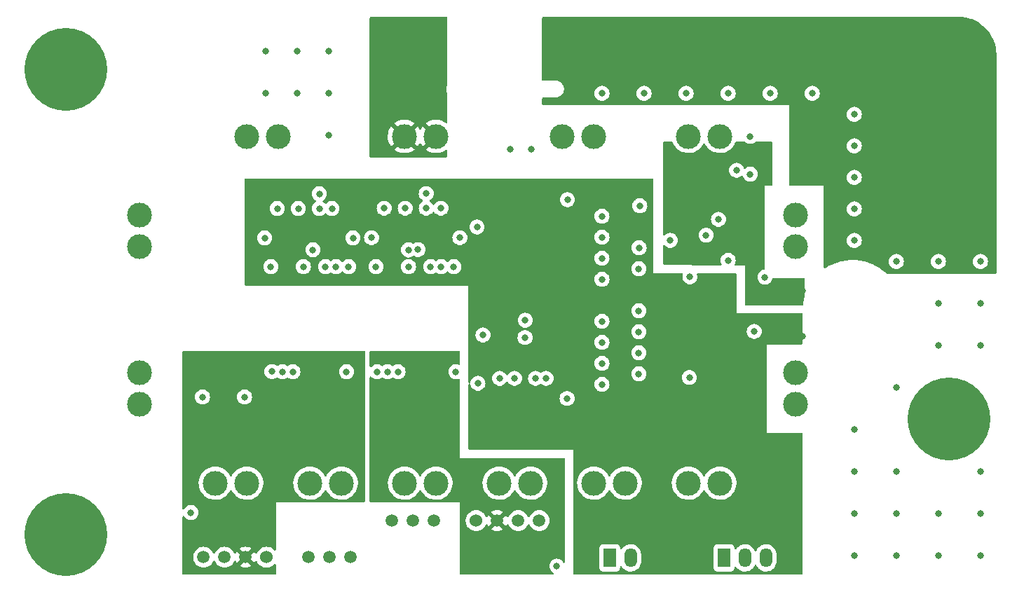
<source format=gbr>
%TF.GenerationSoftware,KiCad,Pcbnew,(6.0.1)*%
%TF.CreationDate,2023-04-21T13:11:10+03:00*%
%TF.ProjectId,Driver_Inductor,44726976-6572-45f4-996e-647563746f72,rev?*%
%TF.SameCoordinates,Original*%
%TF.FileFunction,Copper,L4,Inr*%
%TF.FilePolarity,Positive*%
%FSLAX46Y46*%
G04 Gerber Fmt 4.6, Leading zero omitted, Abs format (unit mm)*
G04 Created by KiCad (PCBNEW (6.0.1)) date 2023-04-21 13:11:10*
%MOMM*%
%LPD*%
G01*
G04 APERTURE LIST*
%TA.AperFunction,ComponentPad*%
%ADD10C,10.000000*%
%TD*%
%TA.AperFunction,ComponentPad*%
%ADD11C,1.524000*%
%TD*%
%TA.AperFunction,ComponentPad*%
%ADD12C,3.000000*%
%TD*%
%TA.AperFunction,ComponentPad*%
%ADD13R,1.500000X2.300000*%
%TD*%
%TA.AperFunction,ComponentPad*%
%ADD14O,1.500000X2.300000*%
%TD*%
%TA.AperFunction,ComponentPad*%
%ADD15C,1.500000*%
%TD*%
%TA.AperFunction,ViaPad*%
%ADD16C,0.800000*%
%TD*%
G04 APERTURE END LIST*
D10*
%TO.N,OUT2_Sens*%
%TO.C,J5*%
X203200000Y-79970000D03*
D11*
X200152000Y-82510000D03*
X200406000Y-77176000D03*
X205994000Y-77176000D03*
X205994000Y-82510000D03*
X207010000Y-79970000D03*
X199390000Y-79970000D03*
X203200000Y-83780000D03*
X203200000Y-75906000D03*
%TD*%
D10*
%TO.N,OUT1*%
%TO.C,J4*%
X203200000Y-110490000D03*
D11*
X200152000Y-113030000D03*
X200406000Y-107696000D03*
X205994000Y-107696000D03*
X205994000Y-113030000D03*
X207010000Y-110490000D03*
X199390000Y-110490000D03*
X203200000Y-114300000D03*
X203200000Y-106426000D03*
%TD*%
D10*
%TO.N,Net-(D20-Pad27)*%
%TO.C,J3*%
X96520000Y-124460000D03*
D11*
X93472000Y-127000000D03*
X93726000Y-121666000D03*
X99314000Y-121666000D03*
X99314000Y-127000000D03*
X100330000Y-124460000D03*
X92710000Y-124460000D03*
X96520000Y-128270000D03*
X96520000Y-120396000D03*
%TD*%
D10*
%TO.N,DESAT_H*%
%TO.C,J2*%
X96520000Y-68199000D03*
D11*
X93472000Y-70739000D03*
X93726000Y-65405000D03*
X99314000Y-65405000D03*
X99314000Y-70739000D03*
X100330000Y-68199000D03*
X92710000Y-68199000D03*
X96520000Y-72009000D03*
X96520000Y-64135000D03*
%TD*%
D12*
%TO.N,Net-(D20-Pad1)*%
%TO.C,D20*%
X114572000Y-118232000D03*
X118382000Y-118232000D03*
%TO.N,G2*%
X126002000Y-118232000D03*
%TO.N,E2*%
X129812000Y-118232000D03*
%TO.N,G3*%
X137432000Y-118232000D03*
%TO.N,E3*%
X141242000Y-118232000D03*
%TO.N,Net-(D20-Pad7)*%
X148862000Y-118232000D03*
X152672000Y-118232000D03*
%TO.N,Net-(D20-Pad10)*%
X160292000Y-118232000D03*
X164102000Y-118232000D03*
%TO.N,Net-(D20-Pad11)*%
X171722000Y-118232000D03*
X175532000Y-118232000D03*
%TO.N,unconnected-(D20-Pad13)*%
X184652000Y-108712000D03*
%TO.N,unconnected-(D20-Pad14)*%
X184652000Y-104902000D03*
%TO.N,unconnected-(D20-Pad15)*%
X184652000Y-89662000D03*
%TO.N,unconnected-(D20-Pad16)*%
X184652000Y-85852000D03*
%TO.N,NTC1*%
X175532000Y-76332000D03*
%TO.N,NTC2*%
X171722000Y-76332000D03*
%TO.N,unconnected-(D20-Pad19)*%
X160292000Y-76332000D03*
%TO.N,unconnected-(D20-Pad20)*%
X156482000Y-76332000D03*
%TO.N,OUT2*%
X141242000Y-76332000D03*
X137432000Y-76332000D03*
%TO.N,OUT1*%
X122192000Y-76332000D03*
X118382000Y-76332000D03*
%TO.N,DESAT_H*%
X105452000Y-85852000D03*
X105452000Y-89662000D03*
%TO.N,Net-(D20-Pad27)*%
X105452000Y-104902000D03*
X105452000Y-108712000D03*
%TD*%
D13*
%TO.N,+15V*%
%TO.C,U1*%
X162217500Y-127254000D03*
D14*
%TO.N,GND*%
X164757500Y-127254000D03*
%TO.N,+3V3*%
X167297500Y-127254000D03*
%TD*%
D15*
%TO.N,GND*%
%TO.C,D16*%
X135928500Y-122758000D03*
%TO.N,+15V*%
X138468500Y-122758000D03*
%TO.N,unconnected-(D16-Pad3)*%
X141008500Y-122758000D03*
D11*
%TO.N,N/C*%
X146088500Y-122758000D03*
D15*
%TO.N,+15V_H1*%
X148628500Y-122758000D03*
%TO.N,E3*%
X151168500Y-122758000D03*
%TO.N,-15V_H1*%
X153708500Y-122758000D03*
%TD*%
D13*
%TO.N,+15V*%
%TO.C,U2*%
X176026500Y-127258500D03*
D14*
%TO.N,GND*%
X178566500Y-127258500D03*
%TO.N,+5V*%
X181106500Y-127258500D03*
%TD*%
D15*
%TO.N,GND*%
%TO.C,D15*%
X130937000Y-127179000D03*
%TO.N,+15V*%
X128397000Y-127179000D03*
%TO.N,unconnected-(D15-Pad3)*%
X125857000Y-127179000D03*
D11*
%TO.N,N/C*%
X120777000Y-127179000D03*
D15*
%TO.N,+15V_L1*%
X118237000Y-127179000D03*
%TO.N,E2*%
X115697000Y-127179000D03*
%TO.N,-15V_L1*%
X113157000Y-127179000D03*
%TD*%
D16*
%TO.N,OUT2_Sens*%
X203200000Y-69850000D03*
%TO.N,OUT1*%
X191770000Y-73660000D03*
X191770000Y-77470000D03*
X196850000Y-91440000D03*
X191770000Y-88900000D03*
X191770000Y-85090000D03*
X191770000Y-81280000D03*
X186690000Y-71120000D03*
X181610000Y-71120000D03*
X176530000Y-71120000D03*
X171450000Y-71120000D03*
X166370000Y-71120000D03*
X161290000Y-71120000D03*
%TO.N,OUT2_Sens*%
X203200000Y-74930000D03*
X207010000Y-74930000D03*
X207010000Y-69850000D03*
X207010000Y-66040000D03*
X201930000Y-63500000D03*
X196850000Y-63500000D03*
X191770000Y-63500000D03*
X186690000Y-63500000D03*
X181610000Y-63500000D03*
X176530000Y-63500000D03*
X171450000Y-63500000D03*
X166370000Y-63500000D03*
%TO.N,OUT1*%
X191770000Y-111760000D03*
X191770000Y-116840000D03*
X191770000Y-127000000D03*
X191770000Y-121920000D03*
X196850000Y-127000000D03*
X201930000Y-127000000D03*
X207010000Y-127000000D03*
X207010000Y-121920000D03*
X201930000Y-121920000D03*
X128270000Y-76200000D03*
%TO.N,+5V*%
X152781000Y-77851000D03*
%TO.N,Current*%
X150241000Y-77851000D03*
%TO.N,GND*%
X179679600Y-99898200D03*
X133985000Y-92075000D03*
X171907200Y-93303600D03*
X139065000Y-90006300D03*
X126365000Y-90031700D03*
X171856400Y-105470200D03*
X121285000Y-92075000D03*
X143383000Y-92075000D03*
X161290000Y-98679000D03*
X161290000Y-85979000D03*
X128676400Y-85039200D03*
X130683000Y-92075000D03*
X157073600Y-108000800D03*
X161290000Y-103759000D03*
X146304000Y-106172000D03*
X141833600Y-85013800D03*
X161290000Y-106299000D03*
X161290000Y-88519000D03*
X161290000Y-101219000D03*
%TO.N,Net-(C3-Pad2)*%
X120548400Y-88595200D03*
%TO.N,Net-(C4-Pad2)*%
X133451600Y-88569800D03*
%TO.N,Net-(C5-Pad1)*%
X135382000Y-104775000D03*
X113030000Y-107823000D03*
%TO.N,Net-(C6-Pad1)*%
X118110000Y-107823000D03*
X122682000Y-104775000D03*
%TO.N,E2*%
X123952000Y-104775000D03*
%TO.N,FLT_L1*%
X151993600Y-100634800D03*
X127152400Y-83261200D03*
X125222000Y-92075000D03*
%TO.N,RDY_L1*%
X131216400Y-88595200D03*
X146913600Y-100330000D03*
%TO.N,FLT_H1*%
X140055600Y-83235800D03*
X137922000Y-90043000D03*
X152019000Y-98552000D03*
X137922000Y-92075000D03*
%TO.N,RDY_H1*%
X144119600Y-88569800D03*
%TO.N,Net-(C11-Pad1)*%
X154533600Y-105562400D03*
%TO.N,Net-(C12-Pad1)*%
X148932900Y-105575100D03*
%TO.N,Net-(C13-Pad1)*%
X153263600Y-105562400D03*
%TO.N,Net-(C14-Pad1)*%
X150723600Y-105562400D03*
%TO.N,+15V*%
X165735000Y-105029000D03*
X165735000Y-99949000D03*
X165735000Y-97409000D03*
X165735000Y-102489000D03*
%TO.N,+15V_L1*%
X120269000Y-121793000D03*
X126492000Y-104775000D03*
%TO.N,-15V_L1*%
X130429000Y-104775000D03*
X111633000Y-121793000D03*
X121412537Y-104745642D03*
%TO.N,+15V_H1*%
X146431000Y-128270000D03*
X139192000Y-104775000D03*
%TO.N,-15V_H1*%
X134112000Y-104775000D03*
X177546000Y-80416400D03*
X175361600Y-86360000D03*
X143637000Y-104775000D03*
X176530000Y-91313000D03*
X180975000Y-93345000D03*
X179197000Y-76327000D03*
X155829000Y-128270000D03*
%TO.N,Current*%
X165862000Y-84709000D03*
%TO.N,+3.3VA*%
X179197000Y-78613000D03*
X170307000Y-86741000D03*
X185521600Y-94945200D03*
X174955200Y-83108800D03*
%TO.N,Net-(C33-Pad1)*%
X173857500Y-88270500D03*
%TO.N,Net-(C33-Pad2)*%
X169545000Y-88900000D03*
%TO.N,PWM2_P*%
X161290000Y-91059000D03*
X129159000Y-92075000D03*
%TO.N,PWM2_N*%
X127889000Y-92075000D03*
X165775001Y-89789000D03*
%TO.N,PWM1_P*%
X161290000Y-93599000D03*
X141859000Y-92075000D03*
%TO.N,PWM1_N*%
X140589000Y-92075000D03*
X165735000Y-92329000D03*
%TO.N,Net-(D9-Pad2)*%
X124612400Y-85039200D03*
%TO.N,Net-(D10-Pad2)*%
X127152400Y-85039200D03*
%TO.N,Net-(D11-Pad2)*%
X137515600Y-85013800D03*
%TO.N,Net-(D12-Pad2)*%
X140055600Y-85013800D03*
%TO.N,+3V3*%
X146177000Y-85217000D03*
X143357600Y-85013800D03*
X122809000Y-92075000D03*
X174396400Y-111058200D03*
X174447200Y-98637600D03*
X135509000Y-92075000D03*
X185547000Y-100457000D03*
X130454400Y-85039200D03*
%TO.N,RST_H1*%
X146202400Y-87274400D03*
X122072400Y-85039200D03*
X134975600Y-85013800D03*
%TO.N,Net-(C37-Pad1)*%
X157124400Y-83972400D03*
%TO.N,E3*%
X136652000Y-104775000D03*
X179197000Y-80899000D03*
%TO.N,OUT1*%
X120650000Y-66040000D03*
X120650000Y-71120000D03*
X207010000Y-101600000D03*
X196850000Y-106680000D03*
X207010000Y-116840000D03*
X124460000Y-66040000D03*
X124460000Y-71120000D03*
X196850000Y-116840000D03*
X207010000Y-91440000D03*
X128270000Y-71120000D03*
X128270000Y-66040000D03*
X201930000Y-96520000D03*
X196850000Y-121920000D03*
X207010000Y-96520000D03*
X201930000Y-101600000D03*
X201930000Y-91440000D03*
%TD*%
%TA.AperFunction,Conductor*%
%TO.N,+3V3*%
G36*
X167455121Y-81427002D02*
G01*
X167501614Y-81480658D01*
X167513000Y-81533000D01*
X167513000Y-92837000D01*
X170938542Y-92837000D01*
X171006663Y-92857002D01*
X171053156Y-92910658D01*
X171063260Y-92980932D01*
X171058377Y-93001930D01*
X171021526Y-93115344D01*
X171001740Y-93303600D01*
X171021526Y-93491856D01*
X171080021Y-93671884D01*
X171083324Y-93677606D01*
X171083325Y-93677607D01*
X171164432Y-93818088D01*
X171174667Y-93835816D01*
X171179085Y-93840723D01*
X171179086Y-93840724D01*
X171293042Y-93967284D01*
X171301329Y-93976488D01*
X171454470Y-94087751D01*
X171627397Y-94164744D01*
X171725412Y-94185578D01*
X171806097Y-94202728D01*
X171806101Y-94202728D01*
X171812554Y-94204100D01*
X172001846Y-94204100D01*
X172008299Y-94202728D01*
X172008303Y-94202728D01*
X172088988Y-94185578D01*
X172187003Y-94164744D01*
X172359930Y-94087751D01*
X172513071Y-93976488D01*
X172521359Y-93967284D01*
X172635314Y-93840724D01*
X172635315Y-93840723D01*
X172639733Y-93835816D01*
X172649968Y-93818088D01*
X172731075Y-93677607D01*
X172731076Y-93677606D01*
X172734379Y-93671884D01*
X172792874Y-93491856D01*
X172812660Y-93303600D01*
X172792874Y-93115344D01*
X172756025Y-93001935D01*
X172753997Y-92930969D01*
X172790660Y-92870171D01*
X172854372Y-92838846D01*
X172875858Y-92837000D01*
X177420000Y-92837000D01*
X177488121Y-92857002D01*
X177534614Y-92910658D01*
X177546000Y-92963000D01*
X177546000Y-97663000D01*
X185421000Y-97663000D01*
X185489121Y-97683002D01*
X185535614Y-97736658D01*
X185547000Y-97789000D01*
X185547000Y-101347000D01*
X185526998Y-101415121D01*
X185473342Y-101461614D01*
X185421000Y-101473000D01*
X181229000Y-101473000D01*
X181229000Y-112141000D01*
X185421000Y-112141000D01*
X185489121Y-112161002D01*
X185535614Y-112214658D01*
X185547000Y-112267000D01*
X185547000Y-129160000D01*
X185526998Y-129228121D01*
X185473342Y-129274614D01*
X185421000Y-129286000D01*
X157987000Y-129286000D01*
X157918879Y-129265998D01*
X157872386Y-129212342D01*
X157861000Y-129160000D01*
X157861000Y-126056623D01*
X160967000Y-126056623D01*
X160967001Y-128451376D01*
X160967370Y-128454770D01*
X160967370Y-128454776D01*
X160970416Y-128482812D01*
X160973649Y-128512580D01*
X161023974Y-128646824D01*
X161029354Y-128654003D01*
X161029356Y-128654006D01*
X161104486Y-128754250D01*
X161109954Y-128761546D01*
X161117135Y-128766928D01*
X161217494Y-128842144D01*
X161217497Y-128842146D01*
X161224676Y-128847526D01*
X161312547Y-128880467D01*
X161351525Y-128895079D01*
X161351527Y-128895079D01*
X161358920Y-128897851D01*
X161366770Y-128898704D01*
X161366771Y-128898704D01*
X161416717Y-128904130D01*
X161420123Y-128904500D01*
X162217383Y-128904500D01*
X163014876Y-128904499D01*
X163018270Y-128904130D01*
X163018276Y-128904130D01*
X163068222Y-128898705D01*
X163068226Y-128898704D01*
X163076080Y-128897851D01*
X163210324Y-128847526D01*
X163217503Y-128842146D01*
X163217506Y-128842144D01*
X163317865Y-128766928D01*
X163325046Y-128761546D01*
X163330514Y-128754250D01*
X163405644Y-128654006D01*
X163405646Y-128654003D01*
X163411026Y-128646824D01*
X163461351Y-128512580D01*
X163468000Y-128451377D01*
X163468000Y-128393835D01*
X163488002Y-128325714D01*
X163541658Y-128279221D01*
X163611932Y-128269117D01*
X163676512Y-128298611D01*
X163696322Y-128320308D01*
X163807052Y-128474405D01*
X163854083Y-128519981D01*
X163922333Y-128586120D01*
X163967354Y-128629749D01*
X164152632Y-128754250D01*
X164157778Y-128756509D01*
X164157780Y-128756510D01*
X164238970Y-128792150D01*
X164357029Y-128843974D01*
X164362477Y-128845282D01*
X164362483Y-128845284D01*
X164568628Y-128894775D01*
X164568629Y-128894775D01*
X164574085Y-128896085D01*
X164652133Y-128900585D01*
X164791331Y-128908611D01*
X164791334Y-128908611D01*
X164796938Y-128908934D01*
X165018544Y-128882117D01*
X165231900Y-128816481D01*
X165319188Y-128771428D01*
X165425274Y-128716672D01*
X165430259Y-128714099D01*
X165434701Y-128710690D01*
X165434705Y-128710688D01*
X165602910Y-128581620D01*
X165607354Y-128578210D01*
X165757586Y-128413107D01*
X165876207Y-128224010D01*
X165959466Y-128016895D01*
X166004733Y-127798310D01*
X166004999Y-127793697D01*
X166007895Y-127743474D01*
X166007895Y-127743470D01*
X166008000Y-127741651D01*
X166008000Y-126797370D01*
X166005232Y-126766349D01*
X165993710Y-126637256D01*
X165993211Y-126631661D01*
X165934308Y-126416349D01*
X165913222Y-126372140D01*
X165851718Y-126243195D01*
X165838208Y-126214871D01*
X165727729Y-126061123D01*
X174776000Y-126061123D01*
X174776001Y-128455876D01*
X174776370Y-128459270D01*
X174776370Y-128459276D01*
X174781307Y-128504722D01*
X174782649Y-128517080D01*
X174832974Y-128651324D01*
X174838354Y-128658503D01*
X174838356Y-128658506D01*
X174911807Y-128756510D01*
X174918954Y-128766046D01*
X174926135Y-128771428D01*
X175026494Y-128846644D01*
X175026497Y-128846646D01*
X175033676Y-128852026D01*
X175109544Y-128880467D01*
X175160525Y-128899579D01*
X175160527Y-128899579D01*
X175167920Y-128902351D01*
X175175770Y-128903204D01*
X175175771Y-128903204D01*
X175187701Y-128904500D01*
X175229123Y-128909000D01*
X176026383Y-128909000D01*
X176823876Y-128908999D01*
X176827270Y-128908630D01*
X176827276Y-128908630D01*
X176877222Y-128903205D01*
X176877226Y-128903204D01*
X176885080Y-128902351D01*
X177019324Y-128852026D01*
X177026503Y-128846646D01*
X177026506Y-128846644D01*
X177126865Y-128771428D01*
X177134046Y-128766046D01*
X177141193Y-128756510D01*
X177214644Y-128658506D01*
X177214646Y-128658503D01*
X177220026Y-128651324D01*
X177270351Y-128517080D01*
X177277000Y-128455877D01*
X177277000Y-128398335D01*
X177297002Y-128330214D01*
X177350658Y-128283721D01*
X177420932Y-128273617D01*
X177485512Y-128303111D01*
X177505322Y-128324808D01*
X177616052Y-128478905D01*
X177663083Y-128524481D01*
X177767683Y-128625846D01*
X177776354Y-128634249D01*
X177961632Y-128758750D01*
X177966778Y-128761009D01*
X177966780Y-128761010D01*
X177980262Y-128766928D01*
X178166029Y-128848474D01*
X178171477Y-128849782D01*
X178171483Y-128849784D01*
X178377628Y-128899275D01*
X178377629Y-128899275D01*
X178383085Y-128900585D01*
X178450987Y-128904500D01*
X178600331Y-128913111D01*
X178600334Y-128913111D01*
X178605938Y-128913434D01*
X178827544Y-128886617D01*
X179040900Y-128820981D01*
X179049619Y-128816481D01*
X179234274Y-128721172D01*
X179239259Y-128718599D01*
X179243701Y-128715190D01*
X179243705Y-128715188D01*
X179411910Y-128586120D01*
X179416354Y-128582710D01*
X179566586Y-128417607D01*
X179685207Y-128228510D01*
X179687301Y-128223300D01*
X179687305Y-128223293D01*
X179718835Y-128144860D01*
X179762801Y-128089115D01*
X179829926Y-128065990D01*
X179898898Y-128082827D01*
X179949468Y-128137612D01*
X180025792Y-128297629D01*
X180156052Y-128478905D01*
X180203083Y-128524481D01*
X180307683Y-128625846D01*
X180316354Y-128634249D01*
X180501632Y-128758750D01*
X180506778Y-128761009D01*
X180506780Y-128761010D01*
X180520262Y-128766928D01*
X180706029Y-128848474D01*
X180711477Y-128849782D01*
X180711483Y-128849784D01*
X180917628Y-128899275D01*
X180917629Y-128899275D01*
X180923085Y-128900585D01*
X180990987Y-128904500D01*
X181140331Y-128913111D01*
X181140334Y-128913111D01*
X181145938Y-128913434D01*
X181367544Y-128886617D01*
X181580900Y-128820981D01*
X181589619Y-128816481D01*
X181774274Y-128721172D01*
X181779259Y-128718599D01*
X181783701Y-128715190D01*
X181783705Y-128715188D01*
X181951910Y-128586120D01*
X181956354Y-128582710D01*
X182106586Y-128417607D01*
X182225207Y-128228510D01*
X182308466Y-128021395D01*
X182310536Y-128011402D01*
X182352796Y-127807334D01*
X182353733Y-127802810D01*
X182357000Y-127746151D01*
X182357000Y-126801870D01*
X182356599Y-126797370D01*
X182342710Y-126641756D01*
X182342211Y-126636161D01*
X182339498Y-126626242D01*
X182284788Y-126426260D01*
X182283308Y-126420849D01*
X182278748Y-126411287D01*
X182220176Y-126288490D01*
X182187208Y-126219371D01*
X182056948Y-126038095D01*
X181946311Y-125930880D01*
X181900674Y-125886654D01*
X181900671Y-125886652D01*
X181896646Y-125882751D01*
X181711368Y-125758250D01*
X181695969Y-125751490D01*
X181565219Y-125694095D01*
X181506971Y-125668526D01*
X181501523Y-125667218D01*
X181501517Y-125667216D01*
X181295372Y-125617725D01*
X181295371Y-125617725D01*
X181289915Y-125616415D01*
X181181238Y-125610149D01*
X181072669Y-125603889D01*
X181072666Y-125603889D01*
X181067062Y-125603566D01*
X180845456Y-125630383D01*
X180632100Y-125696019D01*
X180627110Y-125698595D01*
X180627109Y-125698595D01*
X180442459Y-125793901D01*
X180433741Y-125798401D01*
X180429299Y-125801810D01*
X180429295Y-125801812D01*
X180324591Y-125882154D01*
X180256646Y-125934290D01*
X180106414Y-126099393D01*
X179987793Y-126288490D01*
X179985699Y-126293700D01*
X179985695Y-126293707D01*
X179954165Y-126372140D01*
X179910199Y-126427885D01*
X179843074Y-126451010D01*
X179774102Y-126434173D01*
X179723532Y-126379388D01*
X179680176Y-126288490D01*
X179647208Y-126219371D01*
X179516948Y-126038095D01*
X179406311Y-125930880D01*
X179360674Y-125886654D01*
X179360671Y-125886652D01*
X179356646Y-125882751D01*
X179171368Y-125758250D01*
X179155969Y-125751490D01*
X179025219Y-125694095D01*
X178966971Y-125668526D01*
X178961523Y-125667218D01*
X178961517Y-125667216D01*
X178755372Y-125617725D01*
X178755371Y-125617725D01*
X178749915Y-125616415D01*
X178641238Y-125610149D01*
X178532669Y-125603889D01*
X178532666Y-125603889D01*
X178527062Y-125603566D01*
X178305456Y-125630383D01*
X178092100Y-125696019D01*
X178087110Y-125698595D01*
X178087109Y-125698595D01*
X177902459Y-125793901D01*
X177893741Y-125798401D01*
X177889299Y-125801810D01*
X177889295Y-125801812D01*
X177784591Y-125882154D01*
X177716646Y-125934290D01*
X177566414Y-126099393D01*
X177551738Y-126122789D01*
X177509736Y-126189745D01*
X177456593Y-126236823D01*
X177386433Y-126247695D01*
X177321534Y-126218911D01*
X177282499Y-126159608D01*
X177276999Y-126122789D01*
X177276999Y-126061124D01*
X177276630Y-126057724D01*
X177271205Y-126007778D01*
X177271204Y-126007774D01*
X177270351Y-125999920D01*
X177220026Y-125865676D01*
X177214646Y-125858497D01*
X177214644Y-125858494D01*
X177139428Y-125758135D01*
X177134046Y-125750954D01*
X177120861Y-125741072D01*
X177026506Y-125670356D01*
X177026503Y-125670354D01*
X177019324Y-125664974D01*
X176913249Y-125625209D01*
X176892475Y-125617421D01*
X176892473Y-125617421D01*
X176885080Y-125614649D01*
X176877230Y-125613796D01*
X176877229Y-125613796D01*
X176827274Y-125608369D01*
X176827273Y-125608369D01*
X176823877Y-125608000D01*
X176026617Y-125608000D01*
X175229124Y-125608001D01*
X175225730Y-125608370D01*
X175225724Y-125608370D01*
X175175778Y-125613795D01*
X175175774Y-125613796D01*
X175167920Y-125614649D01*
X175033676Y-125664974D01*
X175026497Y-125670354D01*
X175026494Y-125670356D01*
X174932139Y-125741072D01*
X174918954Y-125750954D01*
X174913572Y-125758135D01*
X174838356Y-125858494D01*
X174838354Y-125858497D01*
X174832974Y-125865676D01*
X174782649Y-125999920D01*
X174776000Y-126061123D01*
X165727729Y-126061123D01*
X165707948Y-126033595D01*
X165605105Y-125933933D01*
X165551674Y-125882154D01*
X165551671Y-125882152D01*
X165547646Y-125878251D01*
X165362368Y-125753750D01*
X165345748Y-125746454D01*
X165216843Y-125689869D01*
X165157971Y-125664026D01*
X165152523Y-125662718D01*
X165152517Y-125662716D01*
X164946372Y-125613225D01*
X164946371Y-125613225D01*
X164940915Y-125611915D01*
X164856697Y-125607059D01*
X164723669Y-125599389D01*
X164723666Y-125599389D01*
X164718062Y-125599066D01*
X164496456Y-125625883D01*
X164283100Y-125691519D01*
X164278110Y-125694095D01*
X164278109Y-125694095D01*
X164176667Y-125746454D01*
X164084741Y-125793901D01*
X164080299Y-125797310D01*
X164080295Y-125797312D01*
X163974813Y-125878251D01*
X163907646Y-125929790D01*
X163757414Y-126094893D01*
X163754432Y-126099647D01*
X163700736Y-126185245D01*
X163647593Y-126232323D01*
X163577433Y-126243195D01*
X163512534Y-126214411D01*
X163473499Y-126155108D01*
X163467999Y-126118289D01*
X163467999Y-126056624D01*
X163465993Y-126038154D01*
X163462205Y-126003278D01*
X163462204Y-126003274D01*
X163461351Y-125995420D01*
X163411026Y-125861176D01*
X163405646Y-125853997D01*
X163405644Y-125853994D01*
X163330428Y-125753635D01*
X163325046Y-125746454D01*
X163317865Y-125741072D01*
X163217506Y-125665856D01*
X163217503Y-125665854D01*
X163210324Y-125660474D01*
X163116253Y-125625209D01*
X163083475Y-125612921D01*
X163083473Y-125612921D01*
X163076080Y-125610149D01*
X163068230Y-125609296D01*
X163068229Y-125609296D01*
X163018274Y-125603869D01*
X163018273Y-125603869D01*
X163014877Y-125603500D01*
X162217617Y-125603500D01*
X161420124Y-125603501D01*
X161416730Y-125603870D01*
X161416724Y-125603870D01*
X161366778Y-125609295D01*
X161366774Y-125609296D01*
X161358920Y-125610149D01*
X161224676Y-125660474D01*
X161217497Y-125665854D01*
X161217494Y-125665856D01*
X161117135Y-125741072D01*
X161109954Y-125746454D01*
X161104572Y-125753635D01*
X161029356Y-125853994D01*
X161029354Y-125853997D01*
X161023974Y-125861176D01*
X160973649Y-125995420D01*
X160967000Y-126056623D01*
X157861000Y-126056623D01*
X157861000Y-118169002D01*
X158287380Y-118169002D01*
X158298502Y-118452084D01*
X158349400Y-118730775D01*
X158439058Y-118999514D01*
X158441050Y-119003501D01*
X158441051Y-119003503D01*
X158522449Y-119166405D01*
X158565687Y-119252939D01*
X158726761Y-119485993D01*
X158919065Y-119694027D01*
X158922519Y-119696839D01*
X159135307Y-119870075D01*
X159135311Y-119870078D01*
X159138764Y-119872889D01*
X159381472Y-120019012D01*
X159385567Y-120020746D01*
X159385569Y-120020747D01*
X159638247Y-120127742D01*
X159638254Y-120127744D01*
X159642348Y-120129478D01*
X159742492Y-120156031D01*
X159911889Y-120200946D01*
X159911893Y-120200947D01*
X159916186Y-120202085D01*
X159920595Y-120202607D01*
X159920601Y-120202608D01*
X160077954Y-120221232D01*
X160197523Y-120235384D01*
X160480745Y-120228709D01*
X160485143Y-120227977D01*
X160755810Y-120182926D01*
X160755814Y-120182925D01*
X160760200Y-120182195D01*
X160764441Y-120180854D01*
X160764444Y-120180853D01*
X161026068Y-120098112D01*
X161026070Y-120098111D01*
X161030314Y-120096769D01*
X161034325Y-120094843D01*
X161034330Y-120094841D01*
X161281678Y-119976066D01*
X161281679Y-119976065D01*
X161285697Y-119974136D01*
X161433781Y-119875190D01*
X161517545Y-119819221D01*
X161517549Y-119819218D01*
X161521253Y-119816743D01*
X161732281Y-119627730D01*
X161914573Y-119410868D01*
X162064489Y-119170485D01*
X162082967Y-119128689D01*
X162128803Y-119074474D01*
X162196676Y-119053646D01*
X162265034Y-119072820D01*
X162310919Y-119123318D01*
X162332449Y-119166405D01*
X162375687Y-119252939D01*
X162536761Y-119485993D01*
X162729065Y-119694027D01*
X162732519Y-119696839D01*
X162945307Y-119870075D01*
X162945311Y-119870078D01*
X162948764Y-119872889D01*
X163191472Y-120019012D01*
X163195567Y-120020746D01*
X163195569Y-120020747D01*
X163448247Y-120127742D01*
X163448254Y-120127744D01*
X163452348Y-120129478D01*
X163552492Y-120156031D01*
X163721889Y-120200946D01*
X163721893Y-120200947D01*
X163726186Y-120202085D01*
X163730595Y-120202607D01*
X163730601Y-120202608D01*
X163887954Y-120221232D01*
X164007523Y-120235384D01*
X164290745Y-120228709D01*
X164295143Y-120227977D01*
X164565810Y-120182926D01*
X164565814Y-120182925D01*
X164570200Y-120182195D01*
X164574441Y-120180854D01*
X164574444Y-120180853D01*
X164836068Y-120098112D01*
X164836070Y-120098111D01*
X164840314Y-120096769D01*
X164844325Y-120094843D01*
X164844330Y-120094841D01*
X165091678Y-119976066D01*
X165091679Y-119976065D01*
X165095697Y-119974136D01*
X165243781Y-119875190D01*
X165327545Y-119819221D01*
X165327549Y-119819218D01*
X165331253Y-119816743D01*
X165542281Y-119627730D01*
X165724573Y-119410868D01*
X165874489Y-119170485D01*
X165989040Y-118911376D01*
X166065939Y-118638712D01*
X166103652Y-118357933D01*
X166107610Y-118232000D01*
X166103149Y-118169002D01*
X169717380Y-118169002D01*
X169728502Y-118452084D01*
X169779400Y-118730775D01*
X169869058Y-118999514D01*
X169871050Y-119003501D01*
X169871051Y-119003503D01*
X169952449Y-119166405D01*
X169995687Y-119252939D01*
X170156761Y-119485993D01*
X170349065Y-119694027D01*
X170352519Y-119696839D01*
X170565307Y-119870075D01*
X170565311Y-119870078D01*
X170568764Y-119872889D01*
X170811472Y-120019012D01*
X170815567Y-120020746D01*
X170815569Y-120020747D01*
X171068247Y-120127742D01*
X171068254Y-120127744D01*
X171072348Y-120129478D01*
X171172492Y-120156031D01*
X171341889Y-120200946D01*
X171341893Y-120200947D01*
X171346186Y-120202085D01*
X171350595Y-120202607D01*
X171350601Y-120202608D01*
X171507954Y-120221232D01*
X171627523Y-120235384D01*
X171910745Y-120228709D01*
X171915143Y-120227977D01*
X172185810Y-120182926D01*
X172185814Y-120182925D01*
X172190200Y-120182195D01*
X172194441Y-120180854D01*
X172194444Y-120180853D01*
X172456068Y-120098112D01*
X172456070Y-120098111D01*
X172460314Y-120096769D01*
X172464325Y-120094843D01*
X172464330Y-120094841D01*
X172711678Y-119976066D01*
X172711679Y-119976065D01*
X172715697Y-119974136D01*
X172863781Y-119875190D01*
X172947545Y-119819221D01*
X172947549Y-119819218D01*
X172951253Y-119816743D01*
X173162281Y-119627730D01*
X173344573Y-119410868D01*
X173494489Y-119170485D01*
X173512967Y-119128689D01*
X173558803Y-119074474D01*
X173626676Y-119053646D01*
X173695034Y-119072820D01*
X173740919Y-119123318D01*
X173762449Y-119166405D01*
X173805687Y-119252939D01*
X173966761Y-119485993D01*
X174159065Y-119694027D01*
X174162519Y-119696839D01*
X174375307Y-119870075D01*
X174375311Y-119870078D01*
X174378764Y-119872889D01*
X174621472Y-120019012D01*
X174625567Y-120020746D01*
X174625569Y-120020747D01*
X174878247Y-120127742D01*
X174878254Y-120127744D01*
X174882348Y-120129478D01*
X174982492Y-120156031D01*
X175151889Y-120200946D01*
X175151893Y-120200947D01*
X175156186Y-120202085D01*
X175160595Y-120202607D01*
X175160601Y-120202608D01*
X175317954Y-120221232D01*
X175437523Y-120235384D01*
X175720745Y-120228709D01*
X175725143Y-120227977D01*
X175995810Y-120182926D01*
X175995814Y-120182925D01*
X176000200Y-120182195D01*
X176004441Y-120180854D01*
X176004444Y-120180853D01*
X176266068Y-120098112D01*
X176266070Y-120098111D01*
X176270314Y-120096769D01*
X176274325Y-120094843D01*
X176274330Y-120094841D01*
X176521678Y-119976066D01*
X176521679Y-119976065D01*
X176525697Y-119974136D01*
X176673781Y-119875190D01*
X176757545Y-119819221D01*
X176757549Y-119819218D01*
X176761253Y-119816743D01*
X176972281Y-119627730D01*
X177154573Y-119410868D01*
X177304489Y-119170485D01*
X177419040Y-118911376D01*
X177495939Y-118638712D01*
X177533652Y-118357933D01*
X177537610Y-118232000D01*
X177517601Y-117949407D01*
X177504204Y-117887177D01*
X177458911Y-117676800D01*
X177458911Y-117676798D01*
X177457975Y-117672453D01*
X177359920Y-117406663D01*
X177326159Y-117344092D01*
X177227506Y-117161256D01*
X177225393Y-117157340D01*
X177057078Y-116929460D01*
X177010554Y-116882199D01*
X176861465Y-116730751D01*
X176858334Y-116727570D01*
X176854794Y-116724869D01*
X176854788Y-116724863D01*
X176636667Y-116558398D01*
X176636663Y-116558395D01*
X176633126Y-116555696D01*
X176569179Y-116519884D01*
X176389837Y-116419448D01*
X176389832Y-116419445D01*
X176385947Y-116417270D01*
X176381789Y-116415662D01*
X176381784Y-116415659D01*
X176125885Y-116316659D01*
X176125879Y-116316657D01*
X176121730Y-116315052D01*
X176117398Y-116314048D01*
X176117395Y-116314047D01*
X176042141Y-116296604D01*
X175845747Y-116251082D01*
X175563503Y-116226637D01*
X175559068Y-116226881D01*
X175559064Y-116226881D01*
X175285073Y-116241960D01*
X175285066Y-116241961D01*
X175280630Y-116242205D01*
X175142743Y-116269632D01*
X175007146Y-116296604D01*
X175007141Y-116296605D01*
X175002774Y-116297474D01*
X174998571Y-116298950D01*
X174739684Y-116389864D01*
X174739681Y-116389865D01*
X174735476Y-116391342D01*
X174731523Y-116393395D01*
X174731517Y-116393398D01*
X174589135Y-116467360D01*
X174484072Y-116521936D01*
X174480457Y-116524519D01*
X174480451Y-116524523D01*
X174433048Y-116558398D01*
X174253576Y-116686651D01*
X174250349Y-116689729D01*
X174250347Y-116689731D01*
X174210682Y-116727570D01*
X174048588Y-116882199D01*
X173873199Y-117104680D01*
X173734138Y-117344092D01*
X173682627Y-117392951D01*
X173612879Y-117406205D01*
X173547037Y-117379646D01*
X173514296Y-117340639D01*
X173417506Y-117161256D01*
X173415393Y-117157340D01*
X173247078Y-116929460D01*
X173200554Y-116882199D01*
X173051465Y-116730751D01*
X173048334Y-116727570D01*
X173044794Y-116724869D01*
X173044788Y-116724863D01*
X172826667Y-116558398D01*
X172826663Y-116558395D01*
X172823126Y-116555696D01*
X172759179Y-116519884D01*
X172579837Y-116419448D01*
X172579832Y-116419445D01*
X172575947Y-116417270D01*
X172571789Y-116415662D01*
X172571784Y-116415659D01*
X172315885Y-116316659D01*
X172315879Y-116316657D01*
X172311730Y-116315052D01*
X172307398Y-116314048D01*
X172307395Y-116314047D01*
X172232141Y-116296604D01*
X172035747Y-116251082D01*
X171753503Y-116226637D01*
X171749068Y-116226881D01*
X171749064Y-116226881D01*
X171475073Y-116241960D01*
X171475066Y-116241961D01*
X171470630Y-116242205D01*
X171332743Y-116269632D01*
X171197146Y-116296604D01*
X171197141Y-116296605D01*
X171192774Y-116297474D01*
X171188571Y-116298950D01*
X170929684Y-116389864D01*
X170929681Y-116389865D01*
X170925476Y-116391342D01*
X170921523Y-116393395D01*
X170921517Y-116393398D01*
X170779135Y-116467360D01*
X170674072Y-116521936D01*
X170670457Y-116524519D01*
X170670451Y-116524523D01*
X170623048Y-116558398D01*
X170443576Y-116686651D01*
X170440349Y-116689729D01*
X170440347Y-116689731D01*
X170400682Y-116727570D01*
X170238588Y-116882199D01*
X170063199Y-117104680D01*
X170032612Y-117157340D01*
X169923141Y-117345807D01*
X169923138Y-117345813D01*
X169920907Y-117349654D01*
X169814552Y-117612232D01*
X169813481Y-117616545D01*
X169813479Y-117616550D01*
X169799593Y-117672453D01*
X169746255Y-117887177D01*
X169745801Y-117891605D01*
X169745801Y-117891607D01*
X169739879Y-117949407D01*
X169717380Y-118169002D01*
X166103149Y-118169002D01*
X166087601Y-117949407D01*
X166074204Y-117887177D01*
X166028911Y-117676800D01*
X166028911Y-117676798D01*
X166027975Y-117672453D01*
X165929920Y-117406663D01*
X165896159Y-117344092D01*
X165797506Y-117161256D01*
X165795393Y-117157340D01*
X165627078Y-116929460D01*
X165580554Y-116882199D01*
X165431465Y-116730751D01*
X165428334Y-116727570D01*
X165424794Y-116724869D01*
X165424788Y-116724863D01*
X165206667Y-116558398D01*
X165206663Y-116558395D01*
X165203126Y-116555696D01*
X165139179Y-116519884D01*
X164959837Y-116419448D01*
X164959832Y-116419445D01*
X164955947Y-116417270D01*
X164951789Y-116415662D01*
X164951784Y-116415659D01*
X164695885Y-116316659D01*
X164695879Y-116316657D01*
X164691730Y-116315052D01*
X164687398Y-116314048D01*
X164687395Y-116314047D01*
X164612141Y-116296604D01*
X164415747Y-116251082D01*
X164133503Y-116226637D01*
X164129068Y-116226881D01*
X164129064Y-116226881D01*
X163855073Y-116241960D01*
X163855066Y-116241961D01*
X163850630Y-116242205D01*
X163712743Y-116269632D01*
X163577146Y-116296604D01*
X163577141Y-116296605D01*
X163572774Y-116297474D01*
X163568571Y-116298950D01*
X163309684Y-116389864D01*
X163309681Y-116389865D01*
X163305476Y-116391342D01*
X163301523Y-116393395D01*
X163301517Y-116393398D01*
X163159135Y-116467360D01*
X163054072Y-116521936D01*
X163050457Y-116524519D01*
X163050451Y-116524523D01*
X163003048Y-116558398D01*
X162823576Y-116686651D01*
X162820349Y-116689729D01*
X162820347Y-116689731D01*
X162780682Y-116727570D01*
X162618588Y-116882199D01*
X162443199Y-117104680D01*
X162304138Y-117344092D01*
X162252627Y-117392951D01*
X162182879Y-117406205D01*
X162117037Y-117379646D01*
X162084296Y-117340639D01*
X161987506Y-117161256D01*
X161985393Y-117157340D01*
X161817078Y-116929460D01*
X161770554Y-116882199D01*
X161621465Y-116730751D01*
X161618334Y-116727570D01*
X161614794Y-116724869D01*
X161614788Y-116724863D01*
X161396667Y-116558398D01*
X161396663Y-116558395D01*
X161393126Y-116555696D01*
X161329179Y-116519884D01*
X161149837Y-116419448D01*
X161149832Y-116419445D01*
X161145947Y-116417270D01*
X161141789Y-116415662D01*
X161141784Y-116415659D01*
X160885885Y-116316659D01*
X160885879Y-116316657D01*
X160881730Y-116315052D01*
X160877398Y-116314048D01*
X160877395Y-116314047D01*
X160802141Y-116296604D01*
X160605747Y-116251082D01*
X160323503Y-116226637D01*
X160319068Y-116226881D01*
X160319064Y-116226881D01*
X160045073Y-116241960D01*
X160045066Y-116241961D01*
X160040630Y-116242205D01*
X159902743Y-116269632D01*
X159767146Y-116296604D01*
X159767141Y-116296605D01*
X159762774Y-116297474D01*
X159758571Y-116298950D01*
X159499684Y-116389864D01*
X159499681Y-116389865D01*
X159495476Y-116391342D01*
X159491523Y-116393395D01*
X159491517Y-116393398D01*
X159349135Y-116467360D01*
X159244072Y-116521936D01*
X159240457Y-116524519D01*
X159240451Y-116524523D01*
X159193048Y-116558398D01*
X159013576Y-116686651D01*
X159010349Y-116689729D01*
X159010347Y-116689731D01*
X158970682Y-116727570D01*
X158808588Y-116882199D01*
X158633199Y-117104680D01*
X158602612Y-117157340D01*
X158493141Y-117345807D01*
X158493138Y-117345813D01*
X158490907Y-117349654D01*
X158384552Y-117612232D01*
X158383481Y-117616545D01*
X158383479Y-117616550D01*
X158369593Y-117672453D01*
X158316255Y-117887177D01*
X158315801Y-117891605D01*
X158315801Y-117891607D01*
X158309879Y-117949407D01*
X158287380Y-118169002D01*
X157861000Y-118169002D01*
X157861000Y-114173000D01*
X145287000Y-114173000D01*
X145218879Y-114152998D01*
X145172386Y-114099342D01*
X145161000Y-114047000D01*
X145161000Y-108000800D01*
X156168140Y-108000800D01*
X156187926Y-108189056D01*
X156246421Y-108369084D01*
X156341067Y-108533016D01*
X156345485Y-108537923D01*
X156345486Y-108537924D01*
X156407819Y-108607151D01*
X156467729Y-108673688D01*
X156473068Y-108677567D01*
X156482121Y-108684144D01*
X156620870Y-108784951D01*
X156793797Y-108861944D01*
X156891812Y-108882778D01*
X156972497Y-108899928D01*
X156972501Y-108899928D01*
X156978954Y-108901300D01*
X157168246Y-108901300D01*
X157174699Y-108899928D01*
X157174703Y-108899928D01*
X157255388Y-108882778D01*
X157353403Y-108861944D01*
X157526330Y-108784951D01*
X157665080Y-108684144D01*
X157674132Y-108677567D01*
X157679471Y-108673688D01*
X157739382Y-108607151D01*
X157801714Y-108537924D01*
X157801715Y-108537923D01*
X157806133Y-108533016D01*
X157900779Y-108369084D01*
X157959274Y-108189056D01*
X157979060Y-108000800D01*
X157959274Y-107812544D01*
X157900779Y-107632516D01*
X157806133Y-107468584D01*
X157679471Y-107327912D01*
X157674132Y-107324033D01*
X157531672Y-107220530D01*
X157531671Y-107220529D01*
X157526330Y-107216649D01*
X157353403Y-107139656D01*
X157255388Y-107118822D01*
X157174703Y-107101672D01*
X157174699Y-107101672D01*
X157168246Y-107100300D01*
X156978954Y-107100300D01*
X156972501Y-107101672D01*
X156972497Y-107101672D01*
X156891812Y-107118822D01*
X156793797Y-107139656D01*
X156620870Y-107216649D01*
X156615529Y-107220529D01*
X156615528Y-107220530D01*
X156473068Y-107324033D01*
X156467729Y-107327912D01*
X156341067Y-107468584D01*
X156246421Y-107632516D01*
X156187926Y-107812544D01*
X156168140Y-108000800D01*
X145161000Y-108000800D01*
X145161000Y-106316186D01*
X145181002Y-106248065D01*
X145234658Y-106201572D01*
X145304932Y-106191468D01*
X145369512Y-106220962D01*
X145407896Y-106280688D01*
X145412310Y-106303016D01*
X145416886Y-106346551D01*
X145418326Y-106360256D01*
X145476821Y-106540284D01*
X145480124Y-106546006D01*
X145480125Y-106546007D01*
X145561232Y-106686488D01*
X145571467Y-106704216D01*
X145575885Y-106709123D01*
X145575886Y-106709124D01*
X145685819Y-106831216D01*
X145698129Y-106844888D01*
X145851270Y-106956151D01*
X146024197Y-107033144D01*
X146122212Y-107053978D01*
X146202897Y-107071128D01*
X146202901Y-107071128D01*
X146209354Y-107072500D01*
X146398646Y-107072500D01*
X146405099Y-107071128D01*
X146405103Y-107071128D01*
X146485788Y-107053978D01*
X146583803Y-107033144D01*
X146756730Y-106956151D01*
X146909871Y-106844888D01*
X146922182Y-106831216D01*
X147032114Y-106709124D01*
X147032115Y-106709123D01*
X147036533Y-106704216D01*
X147046768Y-106686488D01*
X147127875Y-106546007D01*
X147127876Y-106546006D01*
X147131179Y-106540284D01*
X147189674Y-106360256D01*
X147191115Y-106346551D01*
X147208770Y-106178565D01*
X147209460Y-106172000D01*
X147203353Y-106113892D01*
X147190364Y-105990307D01*
X147190364Y-105990305D01*
X147189674Y-105983744D01*
X147131179Y-105803716D01*
X147104170Y-105756934D01*
X147039836Y-105645505D01*
X147036533Y-105639784D01*
X147032114Y-105634876D01*
X146978291Y-105575100D01*
X148027440Y-105575100D01*
X148028130Y-105581665D01*
X148040766Y-105701888D01*
X148047226Y-105763356D01*
X148105721Y-105943384D01*
X148200367Y-106107316D01*
X148204785Y-106112223D01*
X148204786Y-106112224D01*
X148319087Y-106239167D01*
X148327029Y-106247988D01*
X148332368Y-106251867D01*
X148343776Y-106260155D01*
X148480170Y-106359251D01*
X148653097Y-106436244D01*
X148751112Y-106457078D01*
X148831797Y-106474228D01*
X148831801Y-106474228D01*
X148838254Y-106475600D01*
X149027546Y-106475600D01*
X149033999Y-106474228D01*
X149034003Y-106474228D01*
X149114688Y-106457078D01*
X149212703Y-106436244D01*
X149385630Y-106359251D01*
X149522025Y-106260155D01*
X149533432Y-106251867D01*
X149538771Y-106247988D01*
X149546714Y-106239167D01*
X149661014Y-106112224D01*
X149661015Y-106112223D01*
X149665433Y-106107316D01*
X149668733Y-106101600D01*
X149668736Y-106101596D01*
X149722797Y-106007958D01*
X149774179Y-105958965D01*
X149843893Y-105945529D01*
X149909804Y-105971915D01*
X149941035Y-106007958D01*
X149991067Y-106094616D01*
X149995485Y-106099523D01*
X149995486Y-106099524D01*
X150104830Y-106220962D01*
X150117729Y-106235288D01*
X150270870Y-106346551D01*
X150443797Y-106423544D01*
X150541812Y-106444378D01*
X150622497Y-106461528D01*
X150622501Y-106461528D01*
X150628954Y-106462900D01*
X150818246Y-106462900D01*
X150824699Y-106461528D01*
X150824703Y-106461528D01*
X150905388Y-106444378D01*
X151003403Y-106423544D01*
X151176330Y-106346551D01*
X151329471Y-106235288D01*
X151342371Y-106220962D01*
X151451714Y-106099524D01*
X151451715Y-106099523D01*
X151456133Y-106094616D01*
X151520145Y-105983744D01*
X151547475Y-105936407D01*
X151547476Y-105936406D01*
X151550779Y-105930684D01*
X151609274Y-105750656D01*
X151621849Y-105631015D01*
X151628370Y-105568965D01*
X151629060Y-105562400D01*
X152358140Y-105562400D01*
X152358830Y-105568965D01*
X152365352Y-105631015D01*
X152377926Y-105750656D01*
X152436421Y-105930684D01*
X152439724Y-105936406D01*
X152439725Y-105936407D01*
X152467055Y-105983744D01*
X152531067Y-106094616D01*
X152535485Y-106099523D01*
X152535486Y-106099524D01*
X152644830Y-106220962D01*
X152657729Y-106235288D01*
X152810870Y-106346551D01*
X152983797Y-106423544D01*
X153081812Y-106444378D01*
X153162497Y-106461528D01*
X153162501Y-106461528D01*
X153168954Y-106462900D01*
X153358246Y-106462900D01*
X153364699Y-106461528D01*
X153364703Y-106461528D01*
X153445388Y-106444378D01*
X153543403Y-106423544D01*
X153716330Y-106346551D01*
X153824539Y-106267933D01*
X153891407Y-106244074D01*
X153960559Y-106260155D01*
X153972661Y-106267933D01*
X154080870Y-106346551D01*
X154253797Y-106423544D01*
X154351812Y-106444378D01*
X154432497Y-106461528D01*
X154432501Y-106461528D01*
X154438954Y-106462900D01*
X154628246Y-106462900D01*
X154634699Y-106461528D01*
X154634703Y-106461528D01*
X154715388Y-106444378D01*
X154813403Y-106423544D01*
X154986330Y-106346551D01*
X155051779Y-106299000D01*
X160384540Y-106299000D01*
X160385230Y-106305565D01*
X160398965Y-106436244D01*
X160404326Y-106487256D01*
X160462821Y-106667284D01*
X160557467Y-106831216D01*
X160561885Y-106836123D01*
X160561886Y-106836124D01*
X160672378Y-106958837D01*
X160684129Y-106971888D01*
X160689468Y-106975767D01*
X160820722Y-107071128D01*
X160837270Y-107083151D01*
X161010197Y-107160144D01*
X161108212Y-107180978D01*
X161188897Y-107198128D01*
X161188901Y-107198128D01*
X161195354Y-107199500D01*
X161384646Y-107199500D01*
X161391099Y-107198128D01*
X161391103Y-107198128D01*
X161471788Y-107180978D01*
X161569803Y-107160144D01*
X161742730Y-107083151D01*
X161759279Y-107071128D01*
X161890532Y-106975767D01*
X161895871Y-106971888D01*
X161907623Y-106958837D01*
X162018114Y-106836124D01*
X162018115Y-106836123D01*
X162022533Y-106831216D01*
X162117179Y-106667284D01*
X162175674Y-106487256D01*
X162181036Y-106436244D01*
X162194770Y-106305565D01*
X162195460Y-106299000D01*
X162189583Y-106243085D01*
X162176364Y-106117307D01*
X162176364Y-106117305D01*
X162175674Y-106110744D01*
X162117179Y-105930716D01*
X162094548Y-105891517D01*
X162025836Y-105772505D01*
X162022533Y-105766784D01*
X161959686Y-105696985D01*
X161900286Y-105631015D01*
X161900284Y-105631014D01*
X161895871Y-105626112D01*
X161742730Y-105514849D01*
X161569803Y-105437856D01*
X161471788Y-105417022D01*
X161391103Y-105399872D01*
X161391099Y-105399872D01*
X161384646Y-105398500D01*
X161195354Y-105398500D01*
X161188901Y-105399872D01*
X161188897Y-105399872D01*
X161108212Y-105417022D01*
X161010197Y-105437856D01*
X160837270Y-105514849D01*
X160684129Y-105626112D01*
X160679716Y-105631014D01*
X160679714Y-105631015D01*
X160620314Y-105696985D01*
X160557467Y-105766784D01*
X160554164Y-105772505D01*
X160485453Y-105891517D01*
X160462821Y-105930716D01*
X160404326Y-106110744D01*
X160403636Y-106117305D01*
X160403636Y-106117307D01*
X160390417Y-106243085D01*
X160384540Y-106299000D01*
X155051779Y-106299000D01*
X155139471Y-106235288D01*
X155152371Y-106220962D01*
X155261714Y-106099524D01*
X155261715Y-106099523D01*
X155266133Y-106094616D01*
X155330145Y-105983744D01*
X155357475Y-105936407D01*
X155357476Y-105936406D01*
X155360779Y-105930684D01*
X155419274Y-105750656D01*
X155431849Y-105631015D01*
X155438370Y-105568965D01*
X155439060Y-105562400D01*
X155423939Y-105418530D01*
X155419964Y-105380707D01*
X155419964Y-105380705D01*
X155419274Y-105374144D01*
X155360779Y-105194116D01*
X155266133Y-105030184D01*
X155265067Y-105029000D01*
X164829540Y-105029000D01*
X164830230Y-105035565D01*
X164847555Y-105200401D01*
X164849326Y-105217256D01*
X164907821Y-105397284D01*
X164911124Y-105403006D01*
X164911125Y-105403007D01*
X164931245Y-105437856D01*
X165002467Y-105561216D01*
X165006885Y-105566123D01*
X165006886Y-105566124D01*
X165090023Y-105658456D01*
X165129129Y-105701888D01*
X165134468Y-105705767D01*
X165204700Y-105756793D01*
X165282270Y-105813151D01*
X165455197Y-105890144D01*
X165553212Y-105910978D01*
X165633897Y-105928128D01*
X165633901Y-105928128D01*
X165640354Y-105929500D01*
X165829646Y-105929500D01*
X165836099Y-105928128D01*
X165836103Y-105928128D01*
X165916788Y-105910978D01*
X166014803Y-105890144D01*
X166187730Y-105813151D01*
X166265301Y-105756793D01*
X166335532Y-105705767D01*
X166340871Y-105701888D01*
X166379978Y-105658456D01*
X166463114Y-105566124D01*
X166463115Y-105566123D01*
X166467533Y-105561216D01*
X166520081Y-105470200D01*
X170950940Y-105470200D01*
X170951630Y-105476765D01*
X170968764Y-105639784D01*
X170970726Y-105658456D01*
X171029221Y-105838484D01*
X171032524Y-105844206D01*
X171032525Y-105844207D01*
X171078824Y-105924399D01*
X171123867Y-106002416D01*
X171128285Y-106007323D01*
X171128286Y-106007324D01*
X171227316Y-106117307D01*
X171250529Y-106143088D01*
X171255868Y-106146967D01*
X171388164Y-106243085D01*
X171403670Y-106254351D01*
X171576597Y-106331344D01*
X171660778Y-106349237D01*
X171755297Y-106369328D01*
X171755301Y-106369328D01*
X171761754Y-106370700D01*
X171951046Y-106370700D01*
X171957499Y-106369328D01*
X171957503Y-106369328D01*
X172052022Y-106349237D01*
X172136203Y-106331344D01*
X172309130Y-106254351D01*
X172324637Y-106243085D01*
X172456932Y-106146967D01*
X172462271Y-106143088D01*
X172485485Y-106117307D01*
X172584514Y-106007324D01*
X172584515Y-106007323D01*
X172588933Y-106002416D01*
X172633976Y-105924399D01*
X172680275Y-105844207D01*
X172680276Y-105844206D01*
X172683579Y-105838484D01*
X172742074Y-105658456D01*
X172744037Y-105639784D01*
X172761170Y-105476765D01*
X172761860Y-105470200D01*
X172753099Y-105386844D01*
X172742764Y-105288507D01*
X172742764Y-105288505D01*
X172742074Y-105281944D01*
X172683579Y-105101916D01*
X172588933Y-104937984D01*
X172574418Y-104921863D01*
X172466686Y-104802215D01*
X172466684Y-104802214D01*
X172462271Y-104797312D01*
X172309130Y-104686049D01*
X172136203Y-104609056D01*
X172038188Y-104588222D01*
X171957503Y-104571072D01*
X171957499Y-104571072D01*
X171951046Y-104569700D01*
X171761754Y-104569700D01*
X171755301Y-104571072D01*
X171755297Y-104571072D01*
X171674612Y-104588222D01*
X171576597Y-104609056D01*
X171403670Y-104686049D01*
X171250529Y-104797312D01*
X171246116Y-104802214D01*
X171246114Y-104802215D01*
X171138382Y-104921863D01*
X171123867Y-104937984D01*
X171029221Y-105101916D01*
X170970726Y-105281944D01*
X170970036Y-105288505D01*
X170970036Y-105288507D01*
X170959701Y-105386844D01*
X170950940Y-105470200D01*
X166520081Y-105470200D01*
X166538755Y-105437856D01*
X166558875Y-105403007D01*
X166558876Y-105403006D01*
X166562179Y-105397284D01*
X166620674Y-105217256D01*
X166622446Y-105200401D01*
X166639770Y-105035565D01*
X166640460Y-105029000D01*
X166627650Y-104907115D01*
X166621364Y-104847307D01*
X166621364Y-104847305D01*
X166620674Y-104840744D01*
X166562179Y-104660716D01*
X166539548Y-104621517D01*
X166470836Y-104502505D01*
X166467533Y-104496784D01*
X166340871Y-104356112D01*
X166187730Y-104244849D01*
X166014803Y-104167856D01*
X165916788Y-104147022D01*
X165836103Y-104129872D01*
X165836099Y-104129872D01*
X165829646Y-104128500D01*
X165640354Y-104128500D01*
X165633901Y-104129872D01*
X165633897Y-104129872D01*
X165553212Y-104147022D01*
X165455197Y-104167856D01*
X165282270Y-104244849D01*
X165129129Y-104356112D01*
X165002467Y-104496784D01*
X164999164Y-104502505D01*
X164930453Y-104621517D01*
X164907821Y-104660716D01*
X164849326Y-104840744D01*
X164848636Y-104847305D01*
X164848636Y-104847307D01*
X164842350Y-104907115D01*
X164829540Y-105029000D01*
X155265067Y-105029000D01*
X155183116Y-104937984D01*
X155143886Y-104894415D01*
X155143884Y-104894414D01*
X155139471Y-104889512D01*
X154986330Y-104778249D01*
X154813403Y-104701256D01*
X154715388Y-104680422D01*
X154634703Y-104663272D01*
X154634699Y-104663272D01*
X154628246Y-104661900D01*
X154438954Y-104661900D01*
X154432501Y-104663272D01*
X154432497Y-104663272D01*
X154351812Y-104680422D01*
X154253797Y-104701256D01*
X154080870Y-104778249D01*
X154075529Y-104782129D01*
X154075528Y-104782130D01*
X153972661Y-104856867D01*
X153905793Y-104880726D01*
X153836641Y-104864645D01*
X153824539Y-104856867D01*
X153721672Y-104782130D01*
X153721671Y-104782129D01*
X153716330Y-104778249D01*
X153543403Y-104701256D01*
X153445388Y-104680422D01*
X153364703Y-104663272D01*
X153364699Y-104663272D01*
X153358246Y-104661900D01*
X153168954Y-104661900D01*
X153162501Y-104663272D01*
X153162497Y-104663272D01*
X153081812Y-104680422D01*
X152983797Y-104701256D01*
X152810870Y-104778249D01*
X152657729Y-104889512D01*
X152653316Y-104894414D01*
X152653314Y-104894415D01*
X152614084Y-104937984D01*
X152531067Y-105030184D01*
X152436421Y-105194116D01*
X152377926Y-105374144D01*
X152377236Y-105380705D01*
X152377236Y-105380707D01*
X152373261Y-105418530D01*
X152358140Y-105562400D01*
X151629060Y-105562400D01*
X151613939Y-105418530D01*
X151609964Y-105380707D01*
X151609964Y-105380705D01*
X151609274Y-105374144D01*
X151550779Y-105194116D01*
X151456133Y-105030184D01*
X151373116Y-104937984D01*
X151333886Y-104894415D01*
X151333884Y-104894414D01*
X151329471Y-104889512D01*
X151176330Y-104778249D01*
X151003403Y-104701256D01*
X150905388Y-104680422D01*
X150824703Y-104663272D01*
X150824699Y-104663272D01*
X150818246Y-104661900D01*
X150628954Y-104661900D01*
X150622501Y-104663272D01*
X150622497Y-104663272D01*
X150541812Y-104680422D01*
X150443797Y-104701256D01*
X150270870Y-104778249D01*
X150117729Y-104889512D01*
X150113316Y-104894414D01*
X150113314Y-104894415D01*
X150074084Y-104937984D01*
X149991067Y-105030184D01*
X149987767Y-105035900D01*
X149987764Y-105035904D01*
X149933703Y-105129542D01*
X149882321Y-105178535D01*
X149812607Y-105191971D01*
X149746696Y-105165585D01*
X149715465Y-105129542D01*
X149668736Y-105048605D01*
X149665433Y-105042884D01*
X149647021Y-105022435D01*
X149543186Y-104907115D01*
X149543184Y-104907114D01*
X149538771Y-104902212D01*
X149476359Y-104856867D01*
X149390972Y-104794830D01*
X149390971Y-104794829D01*
X149385630Y-104790949D01*
X149212703Y-104713956D01*
X149099669Y-104689930D01*
X149034003Y-104675972D01*
X149033999Y-104675972D01*
X149027546Y-104674600D01*
X148838254Y-104674600D01*
X148831801Y-104675972D01*
X148831797Y-104675972D01*
X148766131Y-104689930D01*
X148653097Y-104713956D01*
X148480170Y-104790949D01*
X148474829Y-104794829D01*
X148474828Y-104794830D01*
X148389441Y-104856867D01*
X148327029Y-104902212D01*
X148322616Y-104907114D01*
X148322614Y-104907115D01*
X148218779Y-105022435D01*
X148200367Y-105042884D01*
X148197064Y-105048605D01*
X148116358Y-105188393D01*
X148105721Y-105206816D01*
X148047226Y-105386844D01*
X148046536Y-105393405D01*
X148046536Y-105393407D01*
X148041582Y-105440545D01*
X148027440Y-105575100D01*
X146978291Y-105575100D01*
X146914286Y-105504015D01*
X146914284Y-105504014D01*
X146909871Y-105499112D01*
X146798959Y-105418530D01*
X146762072Y-105391730D01*
X146762071Y-105391729D01*
X146756730Y-105387849D01*
X146583803Y-105310856D01*
X146485788Y-105290022D01*
X146405103Y-105272872D01*
X146405099Y-105272872D01*
X146398646Y-105271500D01*
X146209354Y-105271500D01*
X146202901Y-105272872D01*
X146202897Y-105272872D01*
X146122212Y-105290022D01*
X146024197Y-105310856D01*
X145851270Y-105387849D01*
X145845929Y-105391729D01*
X145845928Y-105391730D01*
X145809041Y-105418530D01*
X145698129Y-105499112D01*
X145693716Y-105504014D01*
X145693714Y-105504015D01*
X145575886Y-105634876D01*
X145571467Y-105639784D01*
X145568164Y-105645505D01*
X145503831Y-105756934D01*
X145476821Y-105803716D01*
X145418326Y-105983744D01*
X145417636Y-105990305D01*
X145417636Y-105990307D01*
X145412310Y-106040984D01*
X145385297Y-106106641D01*
X145327076Y-106147271D01*
X145256130Y-106149974D01*
X145194986Y-106113892D01*
X145163056Y-106050481D01*
X145161000Y-106027814D01*
X145161000Y-103759000D01*
X160384540Y-103759000D01*
X160385230Y-103765565D01*
X160400816Y-103913856D01*
X160404326Y-103947256D01*
X160462821Y-104127284D01*
X160466124Y-104133006D01*
X160466125Y-104133007D01*
X160486245Y-104167856D01*
X160557467Y-104291216D01*
X160684129Y-104431888D01*
X160837270Y-104543151D01*
X161010197Y-104620144D01*
X161108212Y-104640978D01*
X161188897Y-104658128D01*
X161188901Y-104658128D01*
X161195354Y-104659500D01*
X161384646Y-104659500D01*
X161391099Y-104658128D01*
X161391103Y-104658128D01*
X161471788Y-104640978D01*
X161569803Y-104620144D01*
X161742730Y-104543151D01*
X161895871Y-104431888D01*
X162022533Y-104291216D01*
X162093755Y-104167856D01*
X162113875Y-104133007D01*
X162113876Y-104133006D01*
X162117179Y-104127284D01*
X162175674Y-103947256D01*
X162179185Y-103913856D01*
X162194770Y-103765565D01*
X162195460Y-103759000D01*
X162175674Y-103570744D01*
X162117179Y-103390716D01*
X162094548Y-103351517D01*
X162025836Y-103232505D01*
X162022533Y-103226784D01*
X161895871Y-103086112D01*
X161742730Y-102974849D01*
X161569803Y-102897856D01*
X161471788Y-102877022D01*
X161391103Y-102859872D01*
X161391099Y-102859872D01*
X161384646Y-102858500D01*
X161195354Y-102858500D01*
X161188901Y-102859872D01*
X161188897Y-102859872D01*
X161108212Y-102877022D01*
X161010197Y-102897856D01*
X160837270Y-102974849D01*
X160684129Y-103086112D01*
X160557467Y-103226784D01*
X160554164Y-103232505D01*
X160485453Y-103351517D01*
X160462821Y-103390716D01*
X160404326Y-103570744D01*
X160384540Y-103759000D01*
X145161000Y-103759000D01*
X145161000Y-102489000D01*
X164829540Y-102489000D01*
X164830230Y-102495565D01*
X164841637Y-102604094D01*
X164849326Y-102677256D01*
X164907821Y-102857284D01*
X164911124Y-102863006D01*
X164911125Y-102863007D01*
X164931245Y-102897856D01*
X165002467Y-103021216D01*
X165006885Y-103026123D01*
X165006886Y-103026124D01*
X165072346Y-103098824D01*
X165129129Y-103161888D01*
X165282270Y-103273151D01*
X165455197Y-103350144D01*
X165553212Y-103370978D01*
X165633897Y-103388128D01*
X165633901Y-103388128D01*
X165640354Y-103389500D01*
X165829646Y-103389500D01*
X165836099Y-103388128D01*
X165836103Y-103388128D01*
X165916788Y-103370978D01*
X166014803Y-103350144D01*
X166187730Y-103273151D01*
X166340871Y-103161888D01*
X166397655Y-103098824D01*
X166463114Y-103026124D01*
X166463115Y-103026123D01*
X166467533Y-103021216D01*
X166538755Y-102897856D01*
X166558875Y-102863007D01*
X166558876Y-102863006D01*
X166562179Y-102857284D01*
X166620674Y-102677256D01*
X166628364Y-102604094D01*
X166639770Y-102495565D01*
X166640460Y-102489000D01*
X166639101Y-102476074D01*
X166621364Y-102307307D01*
X166621364Y-102307305D01*
X166620674Y-102300744D01*
X166562179Y-102120716D01*
X166539548Y-102081517D01*
X166470836Y-101962505D01*
X166467533Y-101956784D01*
X166340871Y-101816112D01*
X166187730Y-101704849D01*
X166014803Y-101627856D01*
X165916788Y-101607022D01*
X165836103Y-101589872D01*
X165836099Y-101589872D01*
X165829646Y-101588500D01*
X165640354Y-101588500D01*
X165633901Y-101589872D01*
X165633897Y-101589872D01*
X165553212Y-101607022D01*
X165455197Y-101627856D01*
X165282270Y-101704849D01*
X165129129Y-101816112D01*
X165002467Y-101956784D01*
X164999164Y-101962505D01*
X164930453Y-102081517D01*
X164907821Y-102120716D01*
X164849326Y-102300744D01*
X164848636Y-102307305D01*
X164848636Y-102307307D01*
X164830899Y-102476074D01*
X164829540Y-102489000D01*
X145161000Y-102489000D01*
X145161000Y-100330000D01*
X146008140Y-100330000D01*
X146008830Y-100336565D01*
X146018093Y-100424695D01*
X146027926Y-100518256D01*
X146086421Y-100698284D01*
X146181067Y-100862216D01*
X146307729Y-101002888D01*
X146313068Y-101006767D01*
X146432960Y-101093873D01*
X146460870Y-101114151D01*
X146633797Y-101191144D01*
X146731812Y-101211978D01*
X146812497Y-101229128D01*
X146812501Y-101229128D01*
X146818954Y-101230500D01*
X147008246Y-101230500D01*
X147014699Y-101229128D01*
X147014703Y-101229128D01*
X147095388Y-101211978D01*
X147193403Y-101191144D01*
X147366330Y-101114151D01*
X147394241Y-101093873D01*
X147514132Y-101006767D01*
X147519471Y-101002888D01*
X147646133Y-100862216D01*
X147740779Y-100698284D01*
X147761406Y-100634800D01*
X151088140Y-100634800D01*
X151088830Y-100641365D01*
X151095983Y-100709419D01*
X151107926Y-100823056D01*
X151166421Y-101003084D01*
X151169724Y-101008806D01*
X151169725Y-101008807D01*
X151190660Y-101045068D01*
X151261067Y-101167016D01*
X151265485Y-101171923D01*
X151265486Y-101171924D01*
X151301963Y-101212435D01*
X151387729Y-101307688D01*
X151393068Y-101311567D01*
X151441838Y-101347000D01*
X151540870Y-101418951D01*
X151713797Y-101495944D01*
X151811812Y-101516778D01*
X151892497Y-101533928D01*
X151892501Y-101533928D01*
X151898954Y-101535300D01*
X152088246Y-101535300D01*
X152094699Y-101533928D01*
X152094703Y-101533928D01*
X152175388Y-101516778D01*
X152273403Y-101495944D01*
X152446330Y-101418951D01*
X152545363Y-101347000D01*
X152594132Y-101311567D01*
X152599471Y-101307688D01*
X152679327Y-101219000D01*
X160384540Y-101219000D01*
X160404326Y-101407256D01*
X160462821Y-101587284D01*
X160466124Y-101593006D01*
X160466125Y-101593007D01*
X160486245Y-101627856D01*
X160557467Y-101751216D01*
X160684129Y-101891888D01*
X160837270Y-102003151D01*
X161010197Y-102080144D01*
X161108212Y-102100978D01*
X161188897Y-102118128D01*
X161188901Y-102118128D01*
X161195354Y-102119500D01*
X161384646Y-102119500D01*
X161391099Y-102118128D01*
X161391103Y-102118128D01*
X161471788Y-102100978D01*
X161569803Y-102080144D01*
X161742730Y-102003151D01*
X161895871Y-101891888D01*
X162022533Y-101751216D01*
X162093755Y-101627856D01*
X162113875Y-101593007D01*
X162113876Y-101593006D01*
X162117179Y-101587284D01*
X162175674Y-101407256D01*
X162195460Y-101219000D01*
X162182309Y-101093873D01*
X162176364Y-101037307D01*
X162176364Y-101037305D01*
X162175674Y-101030744D01*
X162117179Y-100850716D01*
X162097421Y-100816493D01*
X162025836Y-100692505D01*
X162022533Y-100686784D01*
X162015047Y-100678470D01*
X161900286Y-100551015D01*
X161900284Y-100551014D01*
X161895871Y-100546112D01*
X161742730Y-100434849D01*
X161569803Y-100357856D01*
X161469636Y-100336565D01*
X161391103Y-100319872D01*
X161391099Y-100319872D01*
X161384646Y-100318500D01*
X161195354Y-100318500D01*
X161188901Y-100319872D01*
X161188897Y-100319872D01*
X161110364Y-100336565D01*
X161010197Y-100357856D01*
X160837270Y-100434849D01*
X160684129Y-100546112D01*
X160679716Y-100551014D01*
X160679714Y-100551015D01*
X160564953Y-100678470D01*
X160557467Y-100686784D01*
X160554164Y-100692505D01*
X160482580Y-100816493D01*
X160462821Y-100850716D01*
X160404326Y-101030744D01*
X160403636Y-101037305D01*
X160403636Y-101037307D01*
X160397691Y-101093873D01*
X160384540Y-101219000D01*
X152679327Y-101219000D01*
X152685238Y-101212435D01*
X152721714Y-101171924D01*
X152721715Y-101171923D01*
X152726133Y-101167016D01*
X152796540Y-101045068D01*
X152817475Y-101008807D01*
X152817476Y-101008806D01*
X152820779Y-101003084D01*
X152879274Y-100823056D01*
X152891218Y-100709419D01*
X152898370Y-100641365D01*
X152899060Y-100634800D01*
X152897188Y-100616985D01*
X152879964Y-100453107D01*
X152879964Y-100453105D01*
X152879274Y-100446544D01*
X152820779Y-100266516D01*
X152726133Y-100102584D01*
X152599471Y-99961912D01*
X152581699Y-99949000D01*
X164829540Y-99949000D01*
X164830230Y-99955565D01*
X164844647Y-100092734D01*
X164849326Y-100137256D01*
X164907821Y-100317284D01*
X164911124Y-100323006D01*
X164911125Y-100323007D01*
X164931245Y-100357856D01*
X165002467Y-100481216D01*
X165006885Y-100486123D01*
X165006886Y-100486124D01*
X165078974Y-100566185D01*
X165129129Y-100621888D01*
X165134468Y-100625767D01*
X165249606Y-100709419D01*
X165282270Y-100733151D01*
X165455197Y-100810144D01*
X165545480Y-100829334D01*
X165633897Y-100848128D01*
X165633901Y-100848128D01*
X165640354Y-100849500D01*
X165829646Y-100849500D01*
X165836099Y-100848128D01*
X165836103Y-100848128D01*
X165924520Y-100829334D01*
X166014803Y-100810144D01*
X166187730Y-100733151D01*
X166220395Y-100709419D01*
X166335532Y-100625767D01*
X166340871Y-100621888D01*
X166391027Y-100566185D01*
X166463114Y-100486124D01*
X166463115Y-100486123D01*
X166467533Y-100481216D01*
X166538755Y-100357856D01*
X166558875Y-100323007D01*
X166558876Y-100323006D01*
X166562179Y-100317284D01*
X166620674Y-100137256D01*
X166625354Y-100092734D01*
X166639770Y-99955565D01*
X166640460Y-99949000D01*
X166635121Y-99898200D01*
X178774140Y-99898200D01*
X178774830Y-99904765D01*
X178781352Y-99966815D01*
X178793926Y-100086456D01*
X178852421Y-100266484D01*
X178855724Y-100272206D01*
X178855725Y-100272207D01*
X178906727Y-100360545D01*
X178947067Y-100430416D01*
X178951485Y-100435323D01*
X178951486Y-100435324D01*
X179047748Y-100542233D01*
X179073729Y-100571088D01*
X179079068Y-100574967D01*
X179192791Y-100657591D01*
X179226870Y-100682351D01*
X179399797Y-100759344D01*
X179497812Y-100780178D01*
X179578497Y-100797328D01*
X179578501Y-100797328D01*
X179584954Y-100798700D01*
X179774246Y-100798700D01*
X179780699Y-100797328D01*
X179780703Y-100797328D01*
X179861388Y-100780178D01*
X179959403Y-100759344D01*
X180132330Y-100682351D01*
X180166410Y-100657591D01*
X180280132Y-100574967D01*
X180285471Y-100571088D01*
X180311453Y-100542233D01*
X180407714Y-100435324D01*
X180407715Y-100435323D01*
X180412133Y-100430416D01*
X180452473Y-100360545D01*
X180503475Y-100272207D01*
X180503476Y-100272206D01*
X180506779Y-100266484D01*
X180565274Y-100086456D01*
X180577849Y-99966815D01*
X180584370Y-99904765D01*
X180585060Y-99898200D01*
X180576845Y-99820033D01*
X180565964Y-99716507D01*
X180565964Y-99716505D01*
X180565274Y-99709944D01*
X180506779Y-99529916D01*
X180440154Y-99414517D01*
X180415436Y-99371705D01*
X180412133Y-99365984D01*
X180381777Y-99332270D01*
X180289886Y-99230215D01*
X180289884Y-99230214D01*
X180285471Y-99225312D01*
X180207592Y-99168730D01*
X180137672Y-99117930D01*
X180137671Y-99117929D01*
X180132330Y-99114049D01*
X179959403Y-99037056D01*
X179861388Y-99016222D01*
X179780703Y-98999072D01*
X179780699Y-98999072D01*
X179774246Y-98997700D01*
X179584954Y-98997700D01*
X179578501Y-98999072D01*
X179578497Y-98999072D01*
X179497812Y-99016222D01*
X179399797Y-99037056D01*
X179226870Y-99114049D01*
X179221529Y-99117929D01*
X179221528Y-99117930D01*
X179151608Y-99168730D01*
X179073729Y-99225312D01*
X179069316Y-99230214D01*
X179069314Y-99230215D01*
X178977423Y-99332270D01*
X178947067Y-99365984D01*
X178943764Y-99371705D01*
X178919047Y-99414517D01*
X178852421Y-99529916D01*
X178793926Y-99709944D01*
X178793236Y-99716505D01*
X178793236Y-99716507D01*
X178782355Y-99820033D01*
X178774140Y-99898200D01*
X166635121Y-99898200D01*
X166629841Y-99847963D01*
X166621364Y-99767307D01*
X166621364Y-99767305D01*
X166620674Y-99760744D01*
X166562179Y-99580716D01*
X166539548Y-99541517D01*
X166470836Y-99422505D01*
X166467533Y-99416784D01*
X166463114Y-99411876D01*
X166345286Y-99281015D01*
X166345284Y-99281014D01*
X166340871Y-99276112D01*
X166187730Y-99164849D01*
X166014803Y-99087856D01*
X165916788Y-99067022D01*
X165836103Y-99049872D01*
X165836099Y-99049872D01*
X165829646Y-99048500D01*
X165640354Y-99048500D01*
X165633901Y-99049872D01*
X165633897Y-99049872D01*
X165553212Y-99067022D01*
X165455197Y-99087856D01*
X165282270Y-99164849D01*
X165129129Y-99276112D01*
X165124716Y-99281014D01*
X165124714Y-99281015D01*
X165006886Y-99411876D01*
X165002467Y-99416784D01*
X164999164Y-99422505D01*
X164930453Y-99541517D01*
X164907821Y-99580716D01*
X164849326Y-99760744D01*
X164848636Y-99767305D01*
X164848636Y-99767307D01*
X164840159Y-99847963D01*
X164829540Y-99949000D01*
X152581699Y-99949000D01*
X152446330Y-99850649D01*
X152273403Y-99773656D01*
X152175388Y-99752822D01*
X152094703Y-99735672D01*
X152094699Y-99735672D01*
X152088246Y-99734300D01*
X151898954Y-99734300D01*
X151892501Y-99735672D01*
X151892497Y-99735672D01*
X151811812Y-99752822D01*
X151713797Y-99773656D01*
X151540870Y-99850649D01*
X151387729Y-99961912D01*
X151261067Y-100102584D01*
X151166421Y-100266516D01*
X151107926Y-100446544D01*
X151107236Y-100453105D01*
X151107236Y-100453107D01*
X151090012Y-100616985D01*
X151088140Y-100634800D01*
X147761406Y-100634800D01*
X147799274Y-100518256D01*
X147809108Y-100424695D01*
X147818370Y-100336565D01*
X147819060Y-100330000D01*
X147799274Y-100141744D01*
X147740779Y-99961716D01*
X147733438Y-99949000D01*
X147649436Y-99803505D01*
X147646133Y-99797784D01*
X147623172Y-99772283D01*
X147523886Y-99662015D01*
X147523884Y-99662014D01*
X147519471Y-99657112D01*
X147412647Y-99579500D01*
X147371672Y-99549730D01*
X147371671Y-99549729D01*
X147366330Y-99545849D01*
X147193403Y-99468856D01*
X147095388Y-99448022D01*
X147014703Y-99430872D01*
X147014699Y-99430872D01*
X147008246Y-99429500D01*
X146818954Y-99429500D01*
X146812501Y-99430872D01*
X146812497Y-99430872D01*
X146731812Y-99448022D01*
X146633797Y-99468856D01*
X146460870Y-99545849D01*
X146455529Y-99549729D01*
X146455528Y-99549730D01*
X146414553Y-99579500D01*
X146307729Y-99657112D01*
X146303316Y-99662014D01*
X146303314Y-99662015D01*
X146204028Y-99772283D01*
X146181067Y-99797784D01*
X146177764Y-99803505D01*
X146093763Y-99949000D01*
X146086421Y-99961716D01*
X146027926Y-100141744D01*
X146008140Y-100330000D01*
X145161000Y-100330000D01*
X145161000Y-98552000D01*
X151113540Y-98552000D01*
X151133326Y-98740256D01*
X151191821Y-98920284D01*
X151195124Y-98926006D01*
X151195125Y-98926007D01*
X151276232Y-99066488D01*
X151286467Y-99084216D01*
X151290885Y-99089123D01*
X151290886Y-99089124D01*
X151400819Y-99211216D01*
X151413129Y-99224888D01*
X151566270Y-99336151D01*
X151739197Y-99413144D01*
X151837212Y-99433978D01*
X151917897Y-99451128D01*
X151917901Y-99451128D01*
X151924354Y-99452500D01*
X152113646Y-99452500D01*
X152120099Y-99451128D01*
X152120103Y-99451128D01*
X152200788Y-99433978D01*
X152298803Y-99413144D01*
X152471730Y-99336151D01*
X152624871Y-99224888D01*
X152637182Y-99211216D01*
X152747114Y-99089124D01*
X152747115Y-99089123D01*
X152751533Y-99084216D01*
X152761768Y-99066488D01*
X152842875Y-98926007D01*
X152842876Y-98926006D01*
X152846179Y-98920284D01*
X152904674Y-98740256D01*
X152911112Y-98679000D01*
X160384540Y-98679000D01*
X160404326Y-98867256D01*
X160462821Y-99047284D01*
X160466124Y-99053006D01*
X160466125Y-99053007D01*
X160486245Y-99087856D01*
X160557467Y-99211216D01*
X160561885Y-99216123D01*
X160561886Y-99216124D01*
X160672378Y-99338837D01*
X160684129Y-99351888D01*
X160689468Y-99355767D01*
X160820722Y-99451128D01*
X160837270Y-99463151D01*
X161010197Y-99540144D01*
X161108212Y-99560978D01*
X161188897Y-99578128D01*
X161188901Y-99578128D01*
X161195354Y-99579500D01*
X161384646Y-99579500D01*
X161391099Y-99578128D01*
X161391103Y-99578128D01*
X161471788Y-99560978D01*
X161569803Y-99540144D01*
X161742730Y-99463151D01*
X161759279Y-99451128D01*
X161890532Y-99355767D01*
X161895871Y-99351888D01*
X161907623Y-99338837D01*
X162018114Y-99216124D01*
X162018115Y-99216123D01*
X162022533Y-99211216D01*
X162093755Y-99087856D01*
X162113875Y-99053007D01*
X162113876Y-99053006D01*
X162117179Y-99047284D01*
X162175674Y-98867256D01*
X162195460Y-98679000D01*
X162181422Y-98545435D01*
X162176364Y-98497307D01*
X162176364Y-98497305D01*
X162175674Y-98490744D01*
X162117179Y-98310716D01*
X162094548Y-98271517D01*
X162025836Y-98152505D01*
X162022533Y-98146784D01*
X161913333Y-98025505D01*
X161900286Y-98011015D01*
X161900284Y-98011014D01*
X161895871Y-98006112D01*
X161742730Y-97894849D01*
X161569803Y-97817856D01*
X161471788Y-97797022D01*
X161391103Y-97779872D01*
X161391099Y-97779872D01*
X161384646Y-97778500D01*
X161195354Y-97778500D01*
X161188901Y-97779872D01*
X161188897Y-97779872D01*
X161108212Y-97797022D01*
X161010197Y-97817856D01*
X160837270Y-97894849D01*
X160684129Y-98006112D01*
X160679716Y-98011014D01*
X160679714Y-98011015D01*
X160666667Y-98025505D01*
X160557467Y-98146784D01*
X160554164Y-98152505D01*
X160485453Y-98271517D01*
X160462821Y-98310716D01*
X160404326Y-98490744D01*
X160403636Y-98497305D01*
X160403636Y-98497307D01*
X160398578Y-98545435D01*
X160384540Y-98679000D01*
X152911112Y-98679000D01*
X152924460Y-98552000D01*
X152904674Y-98363744D01*
X152846179Y-98183716D01*
X152751533Y-98019784D01*
X152747114Y-98014876D01*
X152629286Y-97884015D01*
X152629284Y-97884014D01*
X152624871Y-97879112D01*
X152492593Y-97783007D01*
X152477072Y-97771730D01*
X152477071Y-97771729D01*
X152471730Y-97767849D01*
X152298803Y-97690856D01*
X152200788Y-97670022D01*
X152120103Y-97652872D01*
X152120099Y-97652872D01*
X152113646Y-97651500D01*
X151924354Y-97651500D01*
X151917901Y-97652872D01*
X151917897Y-97652872D01*
X151837212Y-97670022D01*
X151739197Y-97690856D01*
X151566270Y-97767849D01*
X151560929Y-97771729D01*
X151560928Y-97771730D01*
X151545407Y-97783007D01*
X151413129Y-97879112D01*
X151408716Y-97884014D01*
X151408714Y-97884015D01*
X151290886Y-98014876D01*
X151286467Y-98019784D01*
X151191821Y-98183716D01*
X151133326Y-98363744D01*
X151113540Y-98552000D01*
X145161000Y-98552000D01*
X145161000Y-97409000D01*
X164829540Y-97409000D01*
X164830230Y-97415565D01*
X164844825Y-97554427D01*
X164849326Y-97597256D01*
X164907821Y-97777284D01*
X164911124Y-97783006D01*
X164911125Y-97783007D01*
X164931245Y-97817856D01*
X165002467Y-97941216D01*
X165129129Y-98081888D01*
X165282270Y-98193151D01*
X165455197Y-98270144D01*
X165553212Y-98290978D01*
X165633897Y-98308128D01*
X165633901Y-98308128D01*
X165640354Y-98309500D01*
X165829646Y-98309500D01*
X165836099Y-98308128D01*
X165836103Y-98308128D01*
X165916788Y-98290978D01*
X166014803Y-98270144D01*
X166187730Y-98193151D01*
X166340871Y-98081888D01*
X166467533Y-97941216D01*
X166538755Y-97817856D01*
X166558875Y-97783007D01*
X166558876Y-97783006D01*
X166562179Y-97777284D01*
X166620674Y-97597256D01*
X166625176Y-97554427D01*
X166639770Y-97415565D01*
X166640460Y-97409000D01*
X166620674Y-97220744D01*
X166562179Y-97040716D01*
X166467533Y-96876784D01*
X166340871Y-96736112D01*
X166187730Y-96624849D01*
X166014803Y-96547856D01*
X165916788Y-96527022D01*
X165836103Y-96509872D01*
X165836099Y-96509872D01*
X165829646Y-96508500D01*
X165640354Y-96508500D01*
X165633901Y-96509872D01*
X165633897Y-96509872D01*
X165553212Y-96527022D01*
X165455197Y-96547856D01*
X165282270Y-96624849D01*
X165129129Y-96736112D01*
X165002467Y-96876784D01*
X164907821Y-97040716D01*
X164849326Y-97220744D01*
X164829540Y-97409000D01*
X145161000Y-97409000D01*
X145161000Y-94361000D01*
X118236000Y-94361000D01*
X118167879Y-94340998D01*
X118121386Y-94287342D01*
X118110000Y-94235000D01*
X118110000Y-93599000D01*
X160384540Y-93599000D01*
X160404326Y-93787256D01*
X160462821Y-93967284D01*
X160466124Y-93973006D01*
X160466125Y-93973007D01*
X160533923Y-94090437D01*
X160557467Y-94131216D01*
X160561885Y-94136123D01*
X160561886Y-94136124D01*
X160624933Y-94206144D01*
X160684129Y-94271888D01*
X160689468Y-94275767D01*
X160806782Y-94361000D01*
X160837270Y-94383151D01*
X161010197Y-94460144D01*
X161108212Y-94480978D01*
X161188897Y-94498128D01*
X161188901Y-94498128D01*
X161195354Y-94499500D01*
X161384646Y-94499500D01*
X161391099Y-94498128D01*
X161391103Y-94498128D01*
X161471788Y-94480978D01*
X161569803Y-94460144D01*
X161742730Y-94383151D01*
X161773219Y-94361000D01*
X161890532Y-94275767D01*
X161895871Y-94271888D01*
X161955068Y-94206144D01*
X162018114Y-94136124D01*
X162018115Y-94136123D01*
X162022533Y-94131216D01*
X162046077Y-94090437D01*
X162113875Y-93973007D01*
X162113876Y-93973006D01*
X162117179Y-93967284D01*
X162175674Y-93787256D01*
X162195460Y-93599000D01*
X162175674Y-93410744D01*
X162117179Y-93230716D01*
X162109838Y-93218000D01*
X162025836Y-93072505D01*
X162022533Y-93066784D01*
X161967593Y-93005767D01*
X161900286Y-92931015D01*
X161900284Y-92931014D01*
X161895871Y-92926112D01*
X161775759Y-92838846D01*
X161748072Y-92818730D01*
X161748071Y-92818729D01*
X161742730Y-92814849D01*
X161569803Y-92737856D01*
X161471788Y-92717022D01*
X161391103Y-92699872D01*
X161391099Y-92699872D01*
X161384646Y-92698500D01*
X161195354Y-92698500D01*
X161188901Y-92699872D01*
X161188897Y-92699872D01*
X161108212Y-92717022D01*
X161010197Y-92737856D01*
X160837270Y-92814849D01*
X160831929Y-92818729D01*
X160831928Y-92818730D01*
X160804241Y-92838846D01*
X160684129Y-92926112D01*
X160679716Y-92931014D01*
X160679714Y-92931015D01*
X160612407Y-93005767D01*
X160557467Y-93066784D01*
X160554164Y-93072505D01*
X160470163Y-93218000D01*
X160462821Y-93230716D01*
X160404326Y-93410744D01*
X160384540Y-93599000D01*
X118110000Y-93599000D01*
X118110000Y-92075000D01*
X120379540Y-92075000D01*
X120380230Y-92081565D01*
X120394097Y-92213500D01*
X120399326Y-92263256D01*
X120457821Y-92443284D01*
X120461124Y-92449006D01*
X120461125Y-92449007D01*
X120497000Y-92511145D01*
X120552467Y-92607216D01*
X120556885Y-92612123D01*
X120556886Y-92612124D01*
X120634660Y-92698500D01*
X120679129Y-92747888D01*
X120684468Y-92751767D01*
X120801782Y-92837000D01*
X120832270Y-92859151D01*
X121005197Y-92936144D01*
X121103212Y-92956978D01*
X121183897Y-92974128D01*
X121183901Y-92974128D01*
X121190354Y-92975500D01*
X121379646Y-92975500D01*
X121386099Y-92974128D01*
X121386103Y-92974128D01*
X121466788Y-92956978D01*
X121564803Y-92936144D01*
X121737730Y-92859151D01*
X121768219Y-92837000D01*
X121885532Y-92751767D01*
X121890871Y-92747888D01*
X121935341Y-92698500D01*
X122013114Y-92612124D01*
X122013115Y-92612123D01*
X122017533Y-92607216D01*
X122073000Y-92511145D01*
X122108875Y-92449007D01*
X122108876Y-92449006D01*
X122112179Y-92443284D01*
X122170674Y-92263256D01*
X122175904Y-92213500D01*
X122189770Y-92081565D01*
X122190460Y-92075000D01*
X124316540Y-92075000D01*
X124317230Y-92081565D01*
X124331097Y-92213500D01*
X124336326Y-92263256D01*
X124394821Y-92443284D01*
X124398124Y-92449006D01*
X124398125Y-92449007D01*
X124434000Y-92511145D01*
X124489467Y-92607216D01*
X124493885Y-92612123D01*
X124493886Y-92612124D01*
X124571660Y-92698500D01*
X124616129Y-92747888D01*
X124621468Y-92751767D01*
X124738782Y-92837000D01*
X124769270Y-92859151D01*
X124942197Y-92936144D01*
X125040212Y-92956978D01*
X125120897Y-92974128D01*
X125120901Y-92974128D01*
X125127354Y-92975500D01*
X125316646Y-92975500D01*
X125323099Y-92974128D01*
X125323103Y-92974128D01*
X125403788Y-92956978D01*
X125501803Y-92936144D01*
X125674730Y-92859151D01*
X125705219Y-92837000D01*
X125822532Y-92751767D01*
X125827871Y-92747888D01*
X125872341Y-92698500D01*
X125950114Y-92612124D01*
X125950115Y-92612123D01*
X125954533Y-92607216D01*
X126010000Y-92511145D01*
X126045875Y-92449007D01*
X126045876Y-92449006D01*
X126049179Y-92443284D01*
X126107674Y-92263256D01*
X126112904Y-92213500D01*
X126126770Y-92081565D01*
X126127460Y-92075000D01*
X126983540Y-92075000D01*
X126984230Y-92081565D01*
X126998097Y-92213500D01*
X127003326Y-92263256D01*
X127061821Y-92443284D01*
X127065124Y-92449006D01*
X127065125Y-92449007D01*
X127101000Y-92511145D01*
X127156467Y-92607216D01*
X127160885Y-92612123D01*
X127160886Y-92612124D01*
X127238660Y-92698500D01*
X127283129Y-92747888D01*
X127288468Y-92751767D01*
X127405782Y-92837000D01*
X127436270Y-92859151D01*
X127609197Y-92936144D01*
X127707212Y-92956978D01*
X127787897Y-92974128D01*
X127787901Y-92974128D01*
X127794354Y-92975500D01*
X127983646Y-92975500D01*
X127990099Y-92974128D01*
X127990103Y-92974128D01*
X128070788Y-92956978D01*
X128168803Y-92936144D01*
X128341730Y-92859151D01*
X128372219Y-92837000D01*
X128449939Y-92780533D01*
X128516807Y-92756674D01*
X128585959Y-92772755D01*
X128598061Y-92780533D01*
X128675782Y-92837000D01*
X128706270Y-92859151D01*
X128879197Y-92936144D01*
X128977212Y-92956978D01*
X129057897Y-92974128D01*
X129057901Y-92974128D01*
X129064354Y-92975500D01*
X129253646Y-92975500D01*
X129260099Y-92974128D01*
X129260103Y-92974128D01*
X129340788Y-92956978D01*
X129438803Y-92936144D01*
X129611730Y-92859151D01*
X129642219Y-92837000D01*
X129759532Y-92751767D01*
X129764871Y-92747888D01*
X129809341Y-92698500D01*
X129827364Y-92678483D01*
X129887810Y-92641244D01*
X129958794Y-92642596D01*
X130014636Y-92678483D01*
X130032660Y-92698500D01*
X130077129Y-92747888D01*
X130082468Y-92751767D01*
X130199782Y-92837000D01*
X130230270Y-92859151D01*
X130403197Y-92936144D01*
X130501212Y-92956978D01*
X130581897Y-92974128D01*
X130581901Y-92974128D01*
X130588354Y-92975500D01*
X130777646Y-92975500D01*
X130784099Y-92974128D01*
X130784103Y-92974128D01*
X130864788Y-92956978D01*
X130962803Y-92936144D01*
X131135730Y-92859151D01*
X131166219Y-92837000D01*
X131283532Y-92751767D01*
X131288871Y-92747888D01*
X131333341Y-92698500D01*
X131411114Y-92612124D01*
X131411115Y-92612123D01*
X131415533Y-92607216D01*
X131471000Y-92511145D01*
X131506875Y-92449007D01*
X131506876Y-92449006D01*
X131510179Y-92443284D01*
X131568674Y-92263256D01*
X131573904Y-92213500D01*
X131587770Y-92081565D01*
X131588460Y-92075000D01*
X133079540Y-92075000D01*
X133080230Y-92081565D01*
X133094097Y-92213500D01*
X133099326Y-92263256D01*
X133157821Y-92443284D01*
X133161124Y-92449006D01*
X133161125Y-92449007D01*
X133197000Y-92511145D01*
X133252467Y-92607216D01*
X133256885Y-92612123D01*
X133256886Y-92612124D01*
X133334660Y-92698500D01*
X133379129Y-92747888D01*
X133384468Y-92751767D01*
X133501782Y-92837000D01*
X133532270Y-92859151D01*
X133705197Y-92936144D01*
X133803212Y-92956978D01*
X133883897Y-92974128D01*
X133883901Y-92974128D01*
X133890354Y-92975500D01*
X134079646Y-92975500D01*
X134086099Y-92974128D01*
X134086103Y-92974128D01*
X134166788Y-92956978D01*
X134264803Y-92936144D01*
X134437730Y-92859151D01*
X134468219Y-92837000D01*
X134585532Y-92751767D01*
X134590871Y-92747888D01*
X134635341Y-92698500D01*
X134713114Y-92612124D01*
X134713115Y-92612123D01*
X134717533Y-92607216D01*
X134773000Y-92511145D01*
X134808875Y-92449007D01*
X134808876Y-92449006D01*
X134812179Y-92443284D01*
X134870674Y-92263256D01*
X134875904Y-92213500D01*
X134889770Y-92081565D01*
X134890460Y-92075000D01*
X137016540Y-92075000D01*
X137017230Y-92081565D01*
X137031097Y-92213500D01*
X137036326Y-92263256D01*
X137094821Y-92443284D01*
X137098124Y-92449006D01*
X137098125Y-92449007D01*
X137134000Y-92511145D01*
X137189467Y-92607216D01*
X137193885Y-92612123D01*
X137193886Y-92612124D01*
X137271660Y-92698500D01*
X137316129Y-92747888D01*
X137321468Y-92751767D01*
X137438782Y-92837000D01*
X137469270Y-92859151D01*
X137642197Y-92936144D01*
X137740212Y-92956978D01*
X137820897Y-92974128D01*
X137820901Y-92974128D01*
X137827354Y-92975500D01*
X138016646Y-92975500D01*
X138023099Y-92974128D01*
X138023103Y-92974128D01*
X138103788Y-92956978D01*
X138201803Y-92936144D01*
X138374730Y-92859151D01*
X138405219Y-92837000D01*
X138522532Y-92751767D01*
X138527871Y-92747888D01*
X138572341Y-92698500D01*
X138650114Y-92612124D01*
X138650115Y-92612123D01*
X138654533Y-92607216D01*
X138710000Y-92511145D01*
X138745875Y-92449007D01*
X138745876Y-92449006D01*
X138749179Y-92443284D01*
X138807674Y-92263256D01*
X138812904Y-92213500D01*
X138826770Y-92081565D01*
X138827460Y-92075000D01*
X139683540Y-92075000D01*
X139684230Y-92081565D01*
X139698097Y-92213500D01*
X139703326Y-92263256D01*
X139761821Y-92443284D01*
X139765124Y-92449006D01*
X139765125Y-92449007D01*
X139801000Y-92511145D01*
X139856467Y-92607216D01*
X139860885Y-92612123D01*
X139860886Y-92612124D01*
X139938660Y-92698500D01*
X139983129Y-92747888D01*
X139988468Y-92751767D01*
X140105782Y-92837000D01*
X140136270Y-92859151D01*
X140309197Y-92936144D01*
X140407212Y-92956978D01*
X140487897Y-92974128D01*
X140487901Y-92974128D01*
X140494354Y-92975500D01*
X140683646Y-92975500D01*
X140690099Y-92974128D01*
X140690103Y-92974128D01*
X140770788Y-92956978D01*
X140868803Y-92936144D01*
X141041730Y-92859151D01*
X141072219Y-92837000D01*
X141149939Y-92780533D01*
X141216807Y-92756674D01*
X141285959Y-92772755D01*
X141298061Y-92780533D01*
X141375782Y-92837000D01*
X141406270Y-92859151D01*
X141579197Y-92936144D01*
X141677212Y-92956978D01*
X141757897Y-92974128D01*
X141757901Y-92974128D01*
X141764354Y-92975500D01*
X141953646Y-92975500D01*
X141960099Y-92974128D01*
X141960103Y-92974128D01*
X142040788Y-92956978D01*
X142138803Y-92936144D01*
X142311730Y-92859151D01*
X142342219Y-92837000D01*
X142459532Y-92751767D01*
X142464871Y-92747888D01*
X142509341Y-92698500D01*
X142527364Y-92678483D01*
X142587810Y-92641244D01*
X142658794Y-92642596D01*
X142714636Y-92678483D01*
X142732660Y-92698500D01*
X142777129Y-92747888D01*
X142782468Y-92751767D01*
X142899782Y-92837000D01*
X142930270Y-92859151D01*
X143103197Y-92936144D01*
X143201212Y-92956978D01*
X143281897Y-92974128D01*
X143281901Y-92974128D01*
X143288354Y-92975500D01*
X143477646Y-92975500D01*
X143484099Y-92974128D01*
X143484103Y-92974128D01*
X143564788Y-92956978D01*
X143662803Y-92936144D01*
X143835730Y-92859151D01*
X143866219Y-92837000D01*
X143983532Y-92751767D01*
X143988871Y-92747888D01*
X144033341Y-92698500D01*
X144111114Y-92612124D01*
X144111115Y-92612123D01*
X144115533Y-92607216D01*
X144171000Y-92511145D01*
X144206875Y-92449007D01*
X144206876Y-92449006D01*
X144210179Y-92443284D01*
X144247312Y-92329000D01*
X164829540Y-92329000D01*
X164830230Y-92335565D01*
X164845816Y-92483856D01*
X164849326Y-92517256D01*
X164907821Y-92697284D01*
X164911124Y-92703006D01*
X164911125Y-92703007D01*
X164951394Y-92772755D01*
X165002467Y-92861216D01*
X165006885Y-92866123D01*
X165006886Y-92866124D01*
X165104134Y-92974128D01*
X165129129Y-93001888D01*
X165134468Y-93005767D01*
X165276652Y-93109069D01*
X165282270Y-93113151D01*
X165455197Y-93190144D01*
X165553212Y-93210978D01*
X165633897Y-93228128D01*
X165633901Y-93228128D01*
X165640354Y-93229500D01*
X165829646Y-93229500D01*
X165836099Y-93228128D01*
X165836103Y-93228128D01*
X165916788Y-93210978D01*
X166014803Y-93190144D01*
X166187730Y-93113151D01*
X166193349Y-93109069D01*
X166335532Y-93005767D01*
X166340871Y-93001888D01*
X166365867Y-92974128D01*
X166463114Y-92866124D01*
X166463115Y-92866123D01*
X166467533Y-92861216D01*
X166518606Y-92772755D01*
X166558875Y-92703007D01*
X166558876Y-92703006D01*
X166562179Y-92697284D01*
X166620674Y-92517256D01*
X166624185Y-92483856D01*
X166639770Y-92335565D01*
X166640460Y-92329000D01*
X166626922Y-92200189D01*
X166621364Y-92147307D01*
X166621364Y-92147305D01*
X166620674Y-92140744D01*
X166562179Y-91960716D01*
X166539548Y-91921517D01*
X166470836Y-91802505D01*
X166467533Y-91796784D01*
X166340871Y-91656112D01*
X166187730Y-91544849D01*
X166014803Y-91467856D01*
X165916788Y-91447022D01*
X165836103Y-91429872D01*
X165836099Y-91429872D01*
X165829646Y-91428500D01*
X165640354Y-91428500D01*
X165633901Y-91429872D01*
X165633897Y-91429872D01*
X165553212Y-91447022D01*
X165455197Y-91467856D01*
X165282270Y-91544849D01*
X165129129Y-91656112D01*
X165002467Y-91796784D01*
X164999164Y-91802505D01*
X164930453Y-91921517D01*
X164907821Y-91960716D01*
X164849326Y-92140744D01*
X164848636Y-92147305D01*
X164848636Y-92147307D01*
X164843078Y-92200189D01*
X164829540Y-92329000D01*
X144247312Y-92329000D01*
X144268674Y-92263256D01*
X144273904Y-92213500D01*
X144287770Y-92081565D01*
X144288460Y-92075000D01*
X144276449Y-91960716D01*
X144269364Y-91893307D01*
X144269364Y-91893305D01*
X144268674Y-91886744D01*
X144210179Y-91706716D01*
X144115533Y-91542784D01*
X144050489Y-91470545D01*
X143993286Y-91407015D01*
X143993284Y-91407014D01*
X143988871Y-91402112D01*
X143922313Y-91353755D01*
X143841072Y-91294730D01*
X143841071Y-91294729D01*
X143835730Y-91290849D01*
X143662803Y-91213856D01*
X143564788Y-91193022D01*
X143484103Y-91175872D01*
X143484099Y-91175872D01*
X143477646Y-91174500D01*
X143288354Y-91174500D01*
X143281901Y-91175872D01*
X143281897Y-91175872D01*
X143201212Y-91193022D01*
X143103197Y-91213856D01*
X142930270Y-91290849D01*
X142924929Y-91294729D01*
X142924928Y-91294730D01*
X142843687Y-91353755D01*
X142777129Y-91402112D01*
X142772716Y-91407014D01*
X142772714Y-91407015D01*
X142714636Y-91471517D01*
X142654190Y-91508756D01*
X142583206Y-91507404D01*
X142527364Y-91471517D01*
X142469286Y-91407015D01*
X142469284Y-91407014D01*
X142464871Y-91402112D01*
X142398313Y-91353755D01*
X142317072Y-91294730D01*
X142317071Y-91294729D01*
X142311730Y-91290849D01*
X142138803Y-91213856D01*
X142040788Y-91193022D01*
X141960103Y-91175872D01*
X141960099Y-91175872D01*
X141953646Y-91174500D01*
X141764354Y-91174500D01*
X141757901Y-91175872D01*
X141757897Y-91175872D01*
X141677212Y-91193022D01*
X141579197Y-91213856D01*
X141406270Y-91290849D01*
X141400929Y-91294729D01*
X141400928Y-91294730D01*
X141298061Y-91369467D01*
X141231193Y-91393326D01*
X141162041Y-91377245D01*
X141149939Y-91369467D01*
X141047072Y-91294730D01*
X141047071Y-91294729D01*
X141041730Y-91290849D01*
X140868803Y-91213856D01*
X140770788Y-91193022D01*
X140690103Y-91175872D01*
X140690099Y-91175872D01*
X140683646Y-91174500D01*
X140494354Y-91174500D01*
X140487901Y-91175872D01*
X140487897Y-91175872D01*
X140407212Y-91193022D01*
X140309197Y-91213856D01*
X140136270Y-91290849D01*
X140130929Y-91294729D01*
X140130928Y-91294730D01*
X140049687Y-91353755D01*
X139983129Y-91402112D01*
X139978716Y-91407014D01*
X139978714Y-91407015D01*
X139921511Y-91470545D01*
X139856467Y-91542784D01*
X139761821Y-91706716D01*
X139703326Y-91886744D01*
X139702636Y-91893305D01*
X139702636Y-91893307D01*
X139695551Y-91960716D01*
X139683540Y-92075000D01*
X138827460Y-92075000D01*
X138815449Y-91960716D01*
X138808364Y-91893307D01*
X138808364Y-91893305D01*
X138807674Y-91886744D01*
X138749179Y-91706716D01*
X138654533Y-91542784D01*
X138589489Y-91470545D01*
X138532286Y-91407015D01*
X138532284Y-91407014D01*
X138527871Y-91402112D01*
X138461313Y-91353755D01*
X138380072Y-91294730D01*
X138380071Y-91294729D01*
X138374730Y-91290849D01*
X138201803Y-91213856D01*
X138053093Y-91182247D01*
X137990620Y-91148519D01*
X137956298Y-91086369D01*
X137958125Y-91059000D01*
X160384540Y-91059000D01*
X160385230Y-91065565D01*
X160400816Y-91213856D01*
X160404326Y-91247256D01*
X160462821Y-91427284D01*
X160466124Y-91433006D01*
X160466125Y-91433007D01*
X160486245Y-91467856D01*
X160557467Y-91591216D01*
X160561885Y-91596123D01*
X160561886Y-91596124D01*
X160568699Y-91603690D01*
X160684129Y-91731888D01*
X160837270Y-91843151D01*
X161010197Y-91920144D01*
X161108212Y-91940978D01*
X161188897Y-91958128D01*
X161188901Y-91958128D01*
X161195354Y-91959500D01*
X161384646Y-91959500D01*
X161391099Y-91958128D01*
X161391103Y-91958128D01*
X161471788Y-91940978D01*
X161569803Y-91920144D01*
X161742730Y-91843151D01*
X161895871Y-91731888D01*
X162011302Y-91603690D01*
X162018114Y-91596124D01*
X162018115Y-91596123D01*
X162022533Y-91591216D01*
X162093755Y-91467856D01*
X162113875Y-91433007D01*
X162113876Y-91433006D01*
X162117179Y-91427284D01*
X162175674Y-91247256D01*
X162179185Y-91213856D01*
X162194770Y-91065565D01*
X162195460Y-91059000D01*
X162190891Y-91015530D01*
X162176364Y-90877307D01*
X162176364Y-90877305D01*
X162175674Y-90870744D01*
X162117179Y-90690716D01*
X162094548Y-90651517D01*
X162025836Y-90532505D01*
X162022533Y-90526784D01*
X161959686Y-90456985D01*
X161900286Y-90391015D01*
X161900284Y-90391014D01*
X161895871Y-90386112D01*
X161742730Y-90274849D01*
X161569803Y-90197856D01*
X161471788Y-90177022D01*
X161391103Y-90159872D01*
X161391099Y-90159872D01*
X161384646Y-90158500D01*
X161195354Y-90158500D01*
X161188901Y-90159872D01*
X161188897Y-90159872D01*
X161108212Y-90177022D01*
X161010197Y-90197856D01*
X160837270Y-90274849D01*
X160684129Y-90386112D01*
X160679716Y-90391014D01*
X160679714Y-90391015D01*
X160620314Y-90456985D01*
X160557467Y-90526784D01*
X160554164Y-90532505D01*
X160485453Y-90651517D01*
X160462821Y-90690716D01*
X160404326Y-90870744D01*
X160403636Y-90877305D01*
X160403636Y-90877307D01*
X160389109Y-91015530D01*
X160384540Y-91059000D01*
X137958125Y-91059000D01*
X137961026Y-91015530D01*
X138003302Y-90958493D01*
X138053093Y-90935753D01*
X138201803Y-90904144D01*
X138374730Y-90827151D01*
X138444696Y-90776318D01*
X138511564Y-90752459D01*
X138580716Y-90768540D01*
X138592818Y-90776319D01*
X138612270Y-90790451D01*
X138785197Y-90867444D01*
X138883212Y-90888278D01*
X138963897Y-90905428D01*
X138963901Y-90905428D01*
X138970354Y-90906800D01*
X139159646Y-90906800D01*
X139166099Y-90905428D01*
X139166103Y-90905428D01*
X139246788Y-90888278D01*
X139344803Y-90867444D01*
X139517730Y-90790451D01*
X139537183Y-90776318D01*
X139665532Y-90683067D01*
X139670871Y-90679188D01*
X139697023Y-90650144D01*
X139793114Y-90543424D01*
X139793115Y-90543423D01*
X139797533Y-90538516D01*
X139892179Y-90374584D01*
X139950674Y-90194556D01*
X139954320Y-90159872D01*
X139969770Y-90012865D01*
X139970460Y-90006300D01*
X139954531Y-89854744D01*
X139951364Y-89824607D01*
X139951364Y-89824605D01*
X139950674Y-89818044D01*
X139941237Y-89789000D01*
X164869541Y-89789000D01*
X164889327Y-89977256D01*
X164947822Y-90157284D01*
X164951125Y-90163006D01*
X164951126Y-90163007D01*
X164987630Y-90226234D01*
X165042468Y-90321216D01*
X165046886Y-90326123D01*
X165046887Y-90326124D01*
X165124661Y-90412500D01*
X165169130Y-90461888D01*
X165174469Y-90465767D01*
X165266726Y-90532795D01*
X165322271Y-90573151D01*
X165495198Y-90650144D01*
X165593213Y-90670978D01*
X165673898Y-90688128D01*
X165673902Y-90688128D01*
X165680355Y-90689500D01*
X165869647Y-90689500D01*
X165876100Y-90688128D01*
X165876104Y-90688128D01*
X165956789Y-90670978D01*
X166054804Y-90650144D01*
X166227731Y-90573151D01*
X166283277Y-90532795D01*
X166375533Y-90465767D01*
X166380872Y-90461888D01*
X166425342Y-90412500D01*
X166503115Y-90326124D01*
X166503116Y-90326123D01*
X166507534Y-90321216D01*
X166562372Y-90226234D01*
X166598876Y-90163007D01*
X166598877Y-90163006D01*
X166602180Y-90157284D01*
X166660675Y-89977256D01*
X166680461Y-89789000D01*
X166668450Y-89674716D01*
X166661365Y-89607307D01*
X166661365Y-89607305D01*
X166660675Y-89600744D01*
X166602180Y-89420716D01*
X166579549Y-89381517D01*
X166510837Y-89262505D01*
X166507534Y-89256784D01*
X166479843Y-89226030D01*
X166385287Y-89121015D01*
X166385285Y-89121014D01*
X166380872Y-89116112D01*
X166227731Y-89004849D01*
X166054804Y-88927856D01*
X165956789Y-88907022D01*
X165876104Y-88889872D01*
X165876100Y-88889872D01*
X165869647Y-88888500D01*
X165680355Y-88888500D01*
X165673902Y-88889872D01*
X165673898Y-88889872D01*
X165593213Y-88907022D01*
X165495198Y-88927856D01*
X165322271Y-89004849D01*
X165169130Y-89116112D01*
X165164717Y-89121014D01*
X165164715Y-89121015D01*
X165070159Y-89226030D01*
X165042468Y-89256784D01*
X165039165Y-89262505D01*
X164970454Y-89381517D01*
X164947822Y-89420716D01*
X164889327Y-89600744D01*
X164888637Y-89607305D01*
X164888637Y-89607307D01*
X164881552Y-89674716D01*
X164869541Y-89789000D01*
X139941237Y-89789000D01*
X139892179Y-89638016D01*
X139867036Y-89594466D01*
X139800836Y-89479805D01*
X139797533Y-89474084D01*
X139759835Y-89432216D01*
X139675286Y-89338315D01*
X139675284Y-89338314D01*
X139670871Y-89333412D01*
X139620535Y-89296841D01*
X139523072Y-89226030D01*
X139523071Y-89226029D01*
X139517730Y-89222149D01*
X139344803Y-89145156D01*
X139231228Y-89121015D01*
X139166103Y-89107172D01*
X139166099Y-89107172D01*
X139159646Y-89105800D01*
X138970354Y-89105800D01*
X138963901Y-89107172D01*
X138963897Y-89107172D01*
X138898772Y-89121015D01*
X138785197Y-89145156D01*
X138612270Y-89222149D01*
X138606929Y-89226029D01*
X138606928Y-89226030D01*
X138542304Y-89272982D01*
X138475436Y-89296841D01*
X138406284Y-89280760D01*
X138394181Y-89272981D01*
X138380073Y-89262731D01*
X138380074Y-89262731D01*
X138374730Y-89258849D01*
X138201803Y-89181856D01*
X138103788Y-89161022D01*
X138023103Y-89143872D01*
X138023099Y-89143872D01*
X138016646Y-89142500D01*
X137827354Y-89142500D01*
X137820901Y-89143872D01*
X137820897Y-89143872D01*
X137740212Y-89161022D01*
X137642197Y-89181856D01*
X137469270Y-89258849D01*
X137463929Y-89262729D01*
X137463928Y-89262730D01*
X137439112Y-89280760D01*
X137316129Y-89370112D01*
X137311716Y-89375014D01*
X137311714Y-89375015D01*
X137194490Y-89505205D01*
X137189467Y-89510784D01*
X137186164Y-89516505D01*
X137133740Y-89607307D01*
X137094821Y-89674716D01*
X137036326Y-89854744D01*
X137016540Y-90043000D01*
X137017230Y-90049565D01*
X137034449Y-90213393D01*
X137036326Y-90231256D01*
X137094821Y-90411284D01*
X137189467Y-90575216D01*
X137193885Y-90580123D01*
X137193886Y-90580124D01*
X137301540Y-90699685D01*
X137316129Y-90715888D01*
X137321468Y-90719767D01*
X137422454Y-90793137D01*
X137469270Y-90827151D01*
X137642197Y-90904144D01*
X137790907Y-90935753D01*
X137853380Y-90969481D01*
X137887702Y-91031631D01*
X137882974Y-91102470D01*
X137840698Y-91159507D01*
X137790907Y-91182247D01*
X137642197Y-91213856D01*
X137469270Y-91290849D01*
X137463929Y-91294729D01*
X137463928Y-91294730D01*
X137382687Y-91353755D01*
X137316129Y-91402112D01*
X137311716Y-91407014D01*
X137311714Y-91407015D01*
X137254511Y-91470545D01*
X137189467Y-91542784D01*
X137094821Y-91706716D01*
X137036326Y-91886744D01*
X137035636Y-91893305D01*
X137035636Y-91893307D01*
X137028551Y-91960716D01*
X137016540Y-92075000D01*
X134890460Y-92075000D01*
X134878449Y-91960716D01*
X134871364Y-91893307D01*
X134871364Y-91893305D01*
X134870674Y-91886744D01*
X134812179Y-91706716D01*
X134717533Y-91542784D01*
X134652489Y-91470545D01*
X134595286Y-91407015D01*
X134595284Y-91407014D01*
X134590871Y-91402112D01*
X134524313Y-91353755D01*
X134443072Y-91294730D01*
X134443071Y-91294729D01*
X134437730Y-91290849D01*
X134264803Y-91213856D01*
X134166788Y-91193022D01*
X134086103Y-91175872D01*
X134086099Y-91175872D01*
X134079646Y-91174500D01*
X133890354Y-91174500D01*
X133883901Y-91175872D01*
X133883897Y-91175872D01*
X133803212Y-91193022D01*
X133705197Y-91213856D01*
X133532270Y-91290849D01*
X133526929Y-91294729D01*
X133526928Y-91294730D01*
X133445687Y-91353755D01*
X133379129Y-91402112D01*
X133374716Y-91407014D01*
X133374714Y-91407015D01*
X133317511Y-91470545D01*
X133252467Y-91542784D01*
X133157821Y-91706716D01*
X133099326Y-91886744D01*
X133098636Y-91893305D01*
X133098636Y-91893307D01*
X133091551Y-91960716D01*
X133079540Y-92075000D01*
X131588460Y-92075000D01*
X131576449Y-91960716D01*
X131569364Y-91893307D01*
X131569364Y-91893305D01*
X131568674Y-91886744D01*
X131510179Y-91706716D01*
X131415533Y-91542784D01*
X131350489Y-91470545D01*
X131293286Y-91407015D01*
X131293284Y-91407014D01*
X131288871Y-91402112D01*
X131222313Y-91353755D01*
X131141072Y-91294730D01*
X131141071Y-91294729D01*
X131135730Y-91290849D01*
X130962803Y-91213856D01*
X130864788Y-91193022D01*
X130784103Y-91175872D01*
X130784099Y-91175872D01*
X130777646Y-91174500D01*
X130588354Y-91174500D01*
X130581901Y-91175872D01*
X130581897Y-91175872D01*
X130501212Y-91193022D01*
X130403197Y-91213856D01*
X130230270Y-91290849D01*
X130224929Y-91294729D01*
X130224928Y-91294730D01*
X130143687Y-91353755D01*
X130077129Y-91402112D01*
X130072716Y-91407014D01*
X130072714Y-91407015D01*
X130014636Y-91471517D01*
X129954190Y-91508756D01*
X129883206Y-91507404D01*
X129827364Y-91471517D01*
X129769286Y-91407015D01*
X129769284Y-91407014D01*
X129764871Y-91402112D01*
X129698313Y-91353755D01*
X129617072Y-91294730D01*
X129617071Y-91294729D01*
X129611730Y-91290849D01*
X129438803Y-91213856D01*
X129340788Y-91193022D01*
X129260103Y-91175872D01*
X129260099Y-91175872D01*
X129253646Y-91174500D01*
X129064354Y-91174500D01*
X129057901Y-91175872D01*
X129057897Y-91175872D01*
X128977212Y-91193022D01*
X128879197Y-91213856D01*
X128706270Y-91290849D01*
X128700929Y-91294729D01*
X128700928Y-91294730D01*
X128598061Y-91369467D01*
X128531193Y-91393326D01*
X128462041Y-91377245D01*
X128449939Y-91369467D01*
X128347072Y-91294730D01*
X128347071Y-91294729D01*
X128341730Y-91290849D01*
X128168803Y-91213856D01*
X128070788Y-91193022D01*
X127990103Y-91175872D01*
X127990099Y-91175872D01*
X127983646Y-91174500D01*
X127794354Y-91174500D01*
X127787901Y-91175872D01*
X127787897Y-91175872D01*
X127707212Y-91193022D01*
X127609197Y-91213856D01*
X127436270Y-91290849D01*
X127430929Y-91294729D01*
X127430928Y-91294730D01*
X127349687Y-91353755D01*
X127283129Y-91402112D01*
X127278716Y-91407014D01*
X127278714Y-91407015D01*
X127221511Y-91470545D01*
X127156467Y-91542784D01*
X127061821Y-91706716D01*
X127003326Y-91886744D01*
X127002636Y-91893305D01*
X127002636Y-91893307D01*
X126995551Y-91960716D01*
X126983540Y-92075000D01*
X126127460Y-92075000D01*
X126115449Y-91960716D01*
X126108364Y-91893307D01*
X126108364Y-91893305D01*
X126107674Y-91886744D01*
X126049179Y-91706716D01*
X125954533Y-91542784D01*
X125889489Y-91470545D01*
X125832286Y-91407015D01*
X125832284Y-91407014D01*
X125827871Y-91402112D01*
X125761313Y-91353755D01*
X125680072Y-91294730D01*
X125680071Y-91294729D01*
X125674730Y-91290849D01*
X125501803Y-91213856D01*
X125403788Y-91193022D01*
X125323103Y-91175872D01*
X125323099Y-91175872D01*
X125316646Y-91174500D01*
X125127354Y-91174500D01*
X125120901Y-91175872D01*
X125120897Y-91175872D01*
X125040212Y-91193022D01*
X124942197Y-91213856D01*
X124769270Y-91290849D01*
X124763929Y-91294729D01*
X124763928Y-91294730D01*
X124682687Y-91353755D01*
X124616129Y-91402112D01*
X124611716Y-91407014D01*
X124611714Y-91407015D01*
X124554511Y-91470545D01*
X124489467Y-91542784D01*
X124394821Y-91706716D01*
X124336326Y-91886744D01*
X124335636Y-91893305D01*
X124335636Y-91893307D01*
X124328551Y-91960716D01*
X124316540Y-92075000D01*
X122190460Y-92075000D01*
X122178449Y-91960716D01*
X122171364Y-91893307D01*
X122171364Y-91893305D01*
X122170674Y-91886744D01*
X122112179Y-91706716D01*
X122017533Y-91542784D01*
X121952489Y-91470545D01*
X121895286Y-91407015D01*
X121895284Y-91407014D01*
X121890871Y-91402112D01*
X121824313Y-91353755D01*
X121743072Y-91294730D01*
X121743071Y-91294729D01*
X121737730Y-91290849D01*
X121564803Y-91213856D01*
X121466788Y-91193022D01*
X121386103Y-91175872D01*
X121386099Y-91175872D01*
X121379646Y-91174500D01*
X121190354Y-91174500D01*
X121183901Y-91175872D01*
X121183897Y-91175872D01*
X121103212Y-91193022D01*
X121005197Y-91213856D01*
X120832270Y-91290849D01*
X120826929Y-91294729D01*
X120826928Y-91294730D01*
X120745687Y-91353755D01*
X120679129Y-91402112D01*
X120674716Y-91407014D01*
X120674714Y-91407015D01*
X120617511Y-91470545D01*
X120552467Y-91542784D01*
X120457821Y-91706716D01*
X120399326Y-91886744D01*
X120398636Y-91893305D01*
X120398636Y-91893307D01*
X120391551Y-91960716D01*
X120379540Y-92075000D01*
X118110000Y-92075000D01*
X118110000Y-90031700D01*
X125459540Y-90031700D01*
X125460230Y-90038265D01*
X125475967Y-90187993D01*
X125479326Y-90219956D01*
X125537821Y-90399984D01*
X125632467Y-90563916D01*
X125636885Y-90568823D01*
X125636886Y-90568824D01*
X125752298Y-90697001D01*
X125759129Y-90704588D01*
X125764468Y-90708467D01*
X125871967Y-90786569D01*
X125912270Y-90815851D01*
X126085197Y-90892844D01*
X126183212Y-90913678D01*
X126263897Y-90930828D01*
X126263901Y-90930828D01*
X126270354Y-90932200D01*
X126459646Y-90932200D01*
X126466099Y-90930828D01*
X126466103Y-90930828D01*
X126546788Y-90913678D01*
X126644803Y-90892844D01*
X126817730Y-90815851D01*
X126858034Y-90786569D01*
X126965532Y-90708467D01*
X126970871Y-90704588D01*
X126977703Y-90697001D01*
X127093114Y-90568824D01*
X127093115Y-90568823D01*
X127097533Y-90563916D01*
X127192179Y-90399984D01*
X127250674Y-90219956D01*
X127254034Y-90187993D01*
X127269770Y-90038265D01*
X127270460Y-90031700D01*
X127264048Y-89970693D01*
X127251364Y-89850007D01*
X127251364Y-89850005D01*
X127250674Y-89843444D01*
X127192179Y-89663416D01*
X127097533Y-89499484D01*
X127071256Y-89470300D01*
X126975286Y-89363715D01*
X126975284Y-89363714D01*
X126970871Y-89358812D01*
X126851339Y-89271967D01*
X126823072Y-89251430D01*
X126823071Y-89251429D01*
X126817730Y-89247549D01*
X126644803Y-89170556D01*
X126537955Y-89147845D01*
X126466103Y-89132572D01*
X126466099Y-89132572D01*
X126459646Y-89131200D01*
X126270354Y-89131200D01*
X126263901Y-89132572D01*
X126263897Y-89132572D01*
X126192045Y-89147845D01*
X126085197Y-89170556D01*
X125912270Y-89247549D01*
X125906929Y-89251429D01*
X125906928Y-89251430D01*
X125878661Y-89271967D01*
X125759129Y-89358812D01*
X125754716Y-89363714D01*
X125754714Y-89363715D01*
X125658744Y-89470300D01*
X125632467Y-89499484D01*
X125537821Y-89663416D01*
X125479326Y-89843444D01*
X125478636Y-89850005D01*
X125478636Y-89850007D01*
X125465952Y-89970693D01*
X125459540Y-90031700D01*
X118110000Y-90031700D01*
X118110000Y-88595200D01*
X119642940Y-88595200D01*
X119643630Y-88601765D01*
X119659367Y-88751493D01*
X119662726Y-88783456D01*
X119721221Y-88963484D01*
X119815867Y-89127416D01*
X119820285Y-89132323D01*
X119820286Y-89132324D01*
X119937706Y-89262731D01*
X119942529Y-89268088D01*
X119947868Y-89271967D01*
X120082954Y-89370112D01*
X120095670Y-89379351D01*
X120268597Y-89456344D01*
X120352058Y-89474084D01*
X120447297Y-89494328D01*
X120447301Y-89494328D01*
X120453754Y-89495700D01*
X120643046Y-89495700D01*
X120649499Y-89494328D01*
X120649503Y-89494328D01*
X120744742Y-89474084D01*
X120828203Y-89456344D01*
X121001130Y-89379351D01*
X121013847Y-89370112D01*
X121148932Y-89271967D01*
X121154271Y-89268088D01*
X121159095Y-89262731D01*
X121276514Y-89132324D01*
X121276515Y-89132323D01*
X121280933Y-89127416D01*
X121375579Y-88963484D01*
X121434074Y-88783456D01*
X121437434Y-88751493D01*
X121453170Y-88601765D01*
X121453860Y-88595200D01*
X130310940Y-88595200D01*
X130311630Y-88601765D01*
X130327367Y-88751493D01*
X130330726Y-88783456D01*
X130389221Y-88963484D01*
X130483867Y-89127416D01*
X130488285Y-89132323D01*
X130488286Y-89132324D01*
X130605706Y-89262731D01*
X130610529Y-89268088D01*
X130615868Y-89271967D01*
X130750954Y-89370112D01*
X130763670Y-89379351D01*
X130936597Y-89456344D01*
X131020058Y-89474084D01*
X131115297Y-89494328D01*
X131115301Y-89494328D01*
X131121754Y-89495700D01*
X131311046Y-89495700D01*
X131317499Y-89494328D01*
X131317503Y-89494328D01*
X131412742Y-89474084D01*
X131496203Y-89456344D01*
X131669130Y-89379351D01*
X131681847Y-89370112D01*
X131816932Y-89271967D01*
X131822271Y-89268088D01*
X131827095Y-89262731D01*
X131944514Y-89132324D01*
X131944515Y-89132323D01*
X131948933Y-89127416D01*
X132043579Y-88963484D01*
X132102074Y-88783456D01*
X132105434Y-88751493D01*
X132121170Y-88601765D01*
X132121860Y-88595200D01*
X132119190Y-88569800D01*
X132546140Y-88569800D01*
X132546830Y-88576365D01*
X132561247Y-88713534D01*
X132565926Y-88758056D01*
X132624421Y-88938084D01*
X132719067Y-89102016D01*
X132723485Y-89106923D01*
X132723486Y-89106924D01*
X132827236Y-89222149D01*
X132845729Y-89242688D01*
X132851068Y-89246567D01*
X132928950Y-89303151D01*
X132998870Y-89353951D01*
X133171797Y-89430944D01*
X133269812Y-89451778D01*
X133350497Y-89468928D01*
X133350501Y-89468928D01*
X133356954Y-89470300D01*
X133546246Y-89470300D01*
X133552699Y-89468928D01*
X133552703Y-89468928D01*
X133633388Y-89451778D01*
X133731403Y-89430944D01*
X133904330Y-89353951D01*
X133974251Y-89303151D01*
X134052132Y-89246567D01*
X134057471Y-89242688D01*
X134075965Y-89222149D01*
X134179714Y-89106924D01*
X134179715Y-89106923D01*
X134184133Y-89102016D01*
X134278779Y-88938084D01*
X134337274Y-88758056D01*
X134341954Y-88713534D01*
X134356370Y-88576365D01*
X134357060Y-88569800D01*
X143214140Y-88569800D01*
X143214830Y-88576365D01*
X143229247Y-88713534D01*
X143233926Y-88758056D01*
X143292421Y-88938084D01*
X143387067Y-89102016D01*
X143391485Y-89106923D01*
X143391486Y-89106924D01*
X143495236Y-89222149D01*
X143513729Y-89242688D01*
X143519068Y-89246567D01*
X143596950Y-89303151D01*
X143666870Y-89353951D01*
X143839797Y-89430944D01*
X143937812Y-89451778D01*
X144018497Y-89468928D01*
X144018501Y-89468928D01*
X144024954Y-89470300D01*
X144214246Y-89470300D01*
X144220699Y-89468928D01*
X144220703Y-89468928D01*
X144301388Y-89451778D01*
X144399403Y-89430944D01*
X144572330Y-89353951D01*
X144642251Y-89303151D01*
X144720132Y-89246567D01*
X144725471Y-89242688D01*
X144743965Y-89222149D01*
X144847714Y-89106924D01*
X144847715Y-89106923D01*
X144852133Y-89102016D01*
X144946779Y-88938084D01*
X145005274Y-88758056D01*
X145009954Y-88713534D01*
X145024370Y-88576365D01*
X145025060Y-88569800D01*
X145019721Y-88519000D01*
X160384540Y-88519000D01*
X160404326Y-88707256D01*
X160462821Y-88887284D01*
X160466124Y-88893006D01*
X160466125Y-88893007D01*
X160503186Y-88957199D01*
X160557467Y-89051216D01*
X160561885Y-89056123D01*
X160561886Y-89056124D01*
X160667343Y-89173245D01*
X160684129Y-89191888D01*
X160837270Y-89303151D01*
X161010197Y-89380144D01*
X161108212Y-89400978D01*
X161188897Y-89418128D01*
X161188901Y-89418128D01*
X161195354Y-89419500D01*
X161384646Y-89419500D01*
X161391099Y-89418128D01*
X161391103Y-89418128D01*
X161471788Y-89400978D01*
X161569803Y-89380144D01*
X161742730Y-89303151D01*
X161895871Y-89191888D01*
X161912658Y-89173245D01*
X162018114Y-89056124D01*
X162018115Y-89056123D01*
X162022533Y-89051216D01*
X162076814Y-88957199D01*
X162113875Y-88893007D01*
X162113876Y-88893006D01*
X162117179Y-88887284D01*
X162175674Y-88707256D01*
X162195460Y-88519000D01*
X162181013Y-88381544D01*
X162176364Y-88337307D01*
X162176364Y-88337305D01*
X162175674Y-88330744D01*
X162117179Y-88150716D01*
X162108420Y-88135544D01*
X162025836Y-87992505D01*
X162022533Y-87986784D01*
X161964482Y-87922312D01*
X161900286Y-87851015D01*
X161900284Y-87851014D01*
X161895871Y-87846112D01*
X161890532Y-87842233D01*
X161748072Y-87738730D01*
X161748071Y-87738729D01*
X161742730Y-87734849D01*
X161569803Y-87657856D01*
X161468855Y-87636399D01*
X161391103Y-87619872D01*
X161391099Y-87619872D01*
X161384646Y-87618500D01*
X161195354Y-87618500D01*
X161188901Y-87619872D01*
X161188897Y-87619872D01*
X161111145Y-87636399D01*
X161010197Y-87657856D01*
X160837270Y-87734849D01*
X160831929Y-87738729D01*
X160831928Y-87738730D01*
X160689468Y-87842233D01*
X160684129Y-87846112D01*
X160679716Y-87851014D01*
X160679714Y-87851015D01*
X160615518Y-87922312D01*
X160557467Y-87986784D01*
X160554164Y-87992505D01*
X160471581Y-88135544D01*
X160462821Y-88150716D01*
X160404326Y-88330744D01*
X160403636Y-88337305D01*
X160403636Y-88337307D01*
X160398987Y-88381544D01*
X160384540Y-88519000D01*
X145019721Y-88519000D01*
X145013389Y-88458756D01*
X145005964Y-88388107D01*
X145005964Y-88388105D01*
X145005274Y-88381544D01*
X144946779Y-88201516D01*
X144914146Y-88144993D01*
X144855436Y-88043305D01*
X144852133Y-88037584D01*
X144811544Y-87992505D01*
X144729886Y-87901815D01*
X144729884Y-87901814D01*
X144725471Y-87896912D01*
X144601189Y-87806616D01*
X144577672Y-87789530D01*
X144577671Y-87789529D01*
X144572330Y-87785649D01*
X144399403Y-87708656D01*
X144301388Y-87687822D01*
X144220703Y-87670672D01*
X144220699Y-87670672D01*
X144214246Y-87669300D01*
X144024954Y-87669300D01*
X144018501Y-87670672D01*
X144018497Y-87670672D01*
X143937812Y-87687822D01*
X143839797Y-87708656D01*
X143666870Y-87785649D01*
X143661529Y-87789529D01*
X143661528Y-87789530D01*
X143638011Y-87806616D01*
X143513729Y-87896912D01*
X143509316Y-87901814D01*
X143509314Y-87901815D01*
X143427656Y-87992505D01*
X143387067Y-88037584D01*
X143383764Y-88043305D01*
X143325055Y-88144993D01*
X143292421Y-88201516D01*
X143233926Y-88381544D01*
X143233236Y-88388105D01*
X143233236Y-88388107D01*
X143225811Y-88458756D01*
X143214140Y-88569800D01*
X134357060Y-88569800D01*
X134345389Y-88458756D01*
X134337964Y-88388107D01*
X134337964Y-88388105D01*
X134337274Y-88381544D01*
X134278779Y-88201516D01*
X134246146Y-88144993D01*
X134187436Y-88043305D01*
X134184133Y-88037584D01*
X134143544Y-87992505D01*
X134061886Y-87901815D01*
X134061884Y-87901814D01*
X134057471Y-87896912D01*
X133933189Y-87806616D01*
X133909672Y-87789530D01*
X133909671Y-87789529D01*
X133904330Y-87785649D01*
X133731403Y-87708656D01*
X133633388Y-87687822D01*
X133552703Y-87670672D01*
X133552699Y-87670672D01*
X133546246Y-87669300D01*
X133356954Y-87669300D01*
X133350501Y-87670672D01*
X133350497Y-87670672D01*
X133269812Y-87687822D01*
X133171797Y-87708656D01*
X132998870Y-87785649D01*
X132993529Y-87789529D01*
X132993528Y-87789530D01*
X132970011Y-87806616D01*
X132845729Y-87896912D01*
X132841316Y-87901814D01*
X132841314Y-87901815D01*
X132759656Y-87992505D01*
X132719067Y-88037584D01*
X132715764Y-88043305D01*
X132657055Y-88144993D01*
X132624421Y-88201516D01*
X132565926Y-88381544D01*
X132565236Y-88388105D01*
X132565236Y-88388107D01*
X132557811Y-88458756D01*
X132546140Y-88569800D01*
X132119190Y-88569800D01*
X132102074Y-88406944D01*
X132043579Y-88226916D01*
X132012756Y-88173528D01*
X131952236Y-88068705D01*
X131948933Y-88062984D01*
X131926063Y-88037584D01*
X131826686Y-87927215D01*
X131826684Y-87927214D01*
X131822271Y-87922312D01*
X131669130Y-87811049D01*
X131496203Y-87734056D01*
X131389355Y-87711345D01*
X131317503Y-87696072D01*
X131317499Y-87696072D01*
X131311046Y-87694700D01*
X131121754Y-87694700D01*
X131115301Y-87696072D01*
X131115297Y-87696072D01*
X131043445Y-87711345D01*
X130936597Y-87734056D01*
X130763670Y-87811049D01*
X130610529Y-87922312D01*
X130606116Y-87927214D01*
X130606114Y-87927215D01*
X130506737Y-88037584D01*
X130483867Y-88062984D01*
X130480564Y-88068705D01*
X130420045Y-88173528D01*
X130389221Y-88226916D01*
X130330726Y-88406944D01*
X130310940Y-88595200D01*
X121453860Y-88595200D01*
X121434074Y-88406944D01*
X121375579Y-88226916D01*
X121344756Y-88173528D01*
X121284236Y-88068705D01*
X121280933Y-88062984D01*
X121258063Y-88037584D01*
X121158686Y-87927215D01*
X121158684Y-87927214D01*
X121154271Y-87922312D01*
X121001130Y-87811049D01*
X120828203Y-87734056D01*
X120721355Y-87711345D01*
X120649503Y-87696072D01*
X120649499Y-87696072D01*
X120643046Y-87694700D01*
X120453754Y-87694700D01*
X120447301Y-87696072D01*
X120447297Y-87696072D01*
X120375445Y-87711345D01*
X120268597Y-87734056D01*
X120095670Y-87811049D01*
X119942529Y-87922312D01*
X119938116Y-87927214D01*
X119938114Y-87927215D01*
X119838737Y-88037584D01*
X119815867Y-88062984D01*
X119812564Y-88068705D01*
X119752045Y-88173528D01*
X119721221Y-88226916D01*
X119662726Y-88406944D01*
X119642940Y-88595200D01*
X118110000Y-88595200D01*
X118110000Y-87274400D01*
X145296940Y-87274400D01*
X145316726Y-87462656D01*
X145375221Y-87642684D01*
X145378524Y-87648406D01*
X145378525Y-87648407D01*
X145428432Y-87734849D01*
X145469867Y-87806616D01*
X145474285Y-87811523D01*
X145474286Y-87811524D01*
X145570548Y-87918433D01*
X145596529Y-87947288D01*
X145601868Y-87951167D01*
X145728686Y-88043305D01*
X145749670Y-88058551D01*
X145922597Y-88135544D01*
X146020612Y-88156378D01*
X146101297Y-88173528D01*
X146101301Y-88173528D01*
X146107754Y-88174900D01*
X146297046Y-88174900D01*
X146303499Y-88173528D01*
X146303503Y-88173528D01*
X146384188Y-88156378D01*
X146482203Y-88135544D01*
X146655130Y-88058551D01*
X146676115Y-88043305D01*
X146802932Y-87951167D01*
X146808271Y-87947288D01*
X146834253Y-87918433D01*
X146930514Y-87811524D01*
X146930515Y-87811523D01*
X146934933Y-87806616D01*
X146976368Y-87734849D01*
X147026275Y-87648407D01*
X147026276Y-87648406D01*
X147029579Y-87642684D01*
X147088074Y-87462656D01*
X147107860Y-87274400D01*
X147088074Y-87086144D01*
X147029579Y-86906116D01*
X146934933Y-86742184D01*
X146930514Y-86737276D01*
X146812686Y-86606415D01*
X146812684Y-86606414D01*
X146808271Y-86601512D01*
X146683989Y-86511216D01*
X146660472Y-86494130D01*
X146660471Y-86494129D01*
X146655130Y-86490249D01*
X146482203Y-86413256D01*
X146384188Y-86392422D01*
X146303503Y-86375272D01*
X146303499Y-86375272D01*
X146297046Y-86373900D01*
X146107754Y-86373900D01*
X146101301Y-86375272D01*
X146101297Y-86375272D01*
X146020612Y-86392422D01*
X145922597Y-86413256D01*
X145749670Y-86490249D01*
X145744329Y-86494129D01*
X145744328Y-86494130D01*
X145720811Y-86511216D01*
X145596529Y-86601512D01*
X145592116Y-86606414D01*
X145592114Y-86606415D01*
X145474286Y-86737276D01*
X145469867Y-86742184D01*
X145375221Y-86906116D01*
X145316726Y-87086144D01*
X145296940Y-87274400D01*
X118110000Y-87274400D01*
X118110000Y-85979000D01*
X160384540Y-85979000D01*
X160404326Y-86167256D01*
X160462821Y-86347284D01*
X160466124Y-86353006D01*
X160466125Y-86353007D01*
X160477504Y-86372716D01*
X160557467Y-86511216D01*
X160684129Y-86651888D01*
X160689468Y-86655767D01*
X160816286Y-86747905D01*
X160837270Y-86763151D01*
X161010197Y-86840144D01*
X161108212Y-86860978D01*
X161188897Y-86878128D01*
X161188901Y-86878128D01*
X161195354Y-86879500D01*
X161384646Y-86879500D01*
X161391099Y-86878128D01*
X161391103Y-86878128D01*
X161471788Y-86860978D01*
X161569803Y-86840144D01*
X161742730Y-86763151D01*
X161763715Y-86747905D01*
X161890532Y-86655767D01*
X161895871Y-86651888D01*
X162022533Y-86511216D01*
X162102496Y-86372716D01*
X162113875Y-86353007D01*
X162113876Y-86353006D01*
X162117179Y-86347284D01*
X162175674Y-86167256D01*
X162195460Y-85979000D01*
X162188516Y-85912928D01*
X162176364Y-85797307D01*
X162176364Y-85797305D01*
X162175674Y-85790744D01*
X162117179Y-85610716D01*
X162094548Y-85571517D01*
X162025836Y-85452505D01*
X162022533Y-85446784D01*
X162018114Y-85441876D01*
X161900286Y-85311015D01*
X161900284Y-85311014D01*
X161895871Y-85306112D01*
X161742730Y-85194849D01*
X161569803Y-85117856D01*
X161471788Y-85097022D01*
X161391103Y-85079872D01*
X161391099Y-85079872D01*
X161384646Y-85078500D01*
X161195354Y-85078500D01*
X161188901Y-85079872D01*
X161188897Y-85079872D01*
X161108212Y-85097022D01*
X161010197Y-85117856D01*
X160837270Y-85194849D01*
X160684129Y-85306112D01*
X160679716Y-85311014D01*
X160679714Y-85311015D01*
X160561886Y-85441876D01*
X160557467Y-85446784D01*
X160554164Y-85452505D01*
X160485453Y-85571517D01*
X160462821Y-85610716D01*
X160404326Y-85790744D01*
X160403636Y-85797305D01*
X160403636Y-85797307D01*
X160391484Y-85912928D01*
X160384540Y-85979000D01*
X118110000Y-85979000D01*
X118110000Y-85039200D01*
X121166940Y-85039200D01*
X121167630Y-85045765D01*
X121183367Y-85195493D01*
X121186726Y-85227456D01*
X121245221Y-85407484D01*
X121248524Y-85413206D01*
X121248525Y-85413207D01*
X121310400Y-85520378D01*
X121339867Y-85571416D01*
X121344285Y-85576323D01*
X121344286Y-85576324D01*
X121443659Y-85686688D01*
X121466529Y-85712088D01*
X121619670Y-85823351D01*
X121792597Y-85900344D01*
X121890612Y-85921178D01*
X121971297Y-85938328D01*
X121971301Y-85938328D01*
X121977754Y-85939700D01*
X122167046Y-85939700D01*
X122173499Y-85938328D01*
X122173503Y-85938328D01*
X122254188Y-85921178D01*
X122352203Y-85900344D01*
X122525130Y-85823351D01*
X122678271Y-85712088D01*
X122701142Y-85686688D01*
X122800514Y-85576324D01*
X122800515Y-85576323D01*
X122804933Y-85571416D01*
X122834400Y-85520378D01*
X122896275Y-85413207D01*
X122896276Y-85413206D01*
X122899579Y-85407484D01*
X122958074Y-85227456D01*
X122961434Y-85195493D01*
X122977170Y-85045765D01*
X122977860Y-85039200D01*
X123706940Y-85039200D01*
X123707630Y-85045765D01*
X123723367Y-85195493D01*
X123726726Y-85227456D01*
X123785221Y-85407484D01*
X123788524Y-85413206D01*
X123788525Y-85413207D01*
X123850400Y-85520378D01*
X123879867Y-85571416D01*
X123884285Y-85576323D01*
X123884286Y-85576324D01*
X123983659Y-85686688D01*
X124006529Y-85712088D01*
X124159670Y-85823351D01*
X124332597Y-85900344D01*
X124430612Y-85921178D01*
X124511297Y-85938328D01*
X124511301Y-85938328D01*
X124517754Y-85939700D01*
X124707046Y-85939700D01*
X124713499Y-85938328D01*
X124713503Y-85938328D01*
X124794188Y-85921178D01*
X124892203Y-85900344D01*
X125065130Y-85823351D01*
X125218271Y-85712088D01*
X125241142Y-85686688D01*
X125340514Y-85576324D01*
X125340515Y-85576323D01*
X125344933Y-85571416D01*
X125374400Y-85520378D01*
X125436275Y-85413207D01*
X125436276Y-85413206D01*
X125439579Y-85407484D01*
X125498074Y-85227456D01*
X125501434Y-85195493D01*
X125517170Y-85045765D01*
X125517860Y-85039200D01*
X126246940Y-85039200D01*
X126247630Y-85045765D01*
X126263367Y-85195493D01*
X126266726Y-85227456D01*
X126325221Y-85407484D01*
X126328524Y-85413206D01*
X126328525Y-85413207D01*
X126390400Y-85520378D01*
X126419867Y-85571416D01*
X126424285Y-85576323D01*
X126424286Y-85576324D01*
X126523659Y-85686688D01*
X126546529Y-85712088D01*
X126699670Y-85823351D01*
X126872597Y-85900344D01*
X126970612Y-85921178D01*
X127051297Y-85938328D01*
X127051301Y-85938328D01*
X127057754Y-85939700D01*
X127247046Y-85939700D01*
X127253499Y-85938328D01*
X127253503Y-85938328D01*
X127334188Y-85921178D01*
X127432203Y-85900344D01*
X127605130Y-85823351D01*
X127758271Y-85712088D01*
X127781142Y-85686688D01*
X127820764Y-85642683D01*
X127881210Y-85605444D01*
X127952194Y-85606796D01*
X128008036Y-85642683D01*
X128047659Y-85686688D01*
X128070529Y-85712088D01*
X128223670Y-85823351D01*
X128396597Y-85900344D01*
X128494612Y-85921178D01*
X128575297Y-85938328D01*
X128575301Y-85938328D01*
X128581754Y-85939700D01*
X128771046Y-85939700D01*
X128777499Y-85938328D01*
X128777503Y-85938328D01*
X128858188Y-85921178D01*
X128956203Y-85900344D01*
X129129130Y-85823351D01*
X129282271Y-85712088D01*
X129305142Y-85686688D01*
X129404514Y-85576324D01*
X129404515Y-85576323D01*
X129408933Y-85571416D01*
X129438400Y-85520378D01*
X129500275Y-85413207D01*
X129500276Y-85413206D01*
X129503579Y-85407484D01*
X129562074Y-85227456D01*
X129565434Y-85195493D01*
X129581170Y-85045765D01*
X129581860Y-85039200D01*
X129579190Y-85013800D01*
X134070140Y-85013800D01*
X134070830Y-85020365D01*
X134089169Y-85194849D01*
X134089926Y-85202056D01*
X134148421Y-85382084D01*
X134151724Y-85387806D01*
X134151725Y-85387807D01*
X134193117Y-85459500D01*
X134243067Y-85546016D01*
X134247485Y-85550923D01*
X134247486Y-85550924D01*
X134330107Y-85642683D01*
X134369729Y-85686688D01*
X134522870Y-85797951D01*
X134695797Y-85874944D01*
X134793812Y-85895778D01*
X134874497Y-85912928D01*
X134874501Y-85912928D01*
X134880954Y-85914300D01*
X135070246Y-85914300D01*
X135076699Y-85912928D01*
X135076703Y-85912928D01*
X135157388Y-85895778D01*
X135255403Y-85874944D01*
X135428330Y-85797951D01*
X135581471Y-85686688D01*
X135621094Y-85642683D01*
X135703714Y-85550924D01*
X135703715Y-85550923D01*
X135708133Y-85546016D01*
X135758083Y-85459500D01*
X135799475Y-85387807D01*
X135799476Y-85387806D01*
X135802779Y-85382084D01*
X135861274Y-85202056D01*
X135862032Y-85194849D01*
X135880370Y-85020365D01*
X135881060Y-85013800D01*
X136610140Y-85013800D01*
X136610830Y-85020365D01*
X136629169Y-85194849D01*
X136629926Y-85202056D01*
X136688421Y-85382084D01*
X136691724Y-85387806D01*
X136691725Y-85387807D01*
X136733117Y-85459500D01*
X136783067Y-85546016D01*
X136787485Y-85550923D01*
X136787486Y-85550924D01*
X136870107Y-85642683D01*
X136909729Y-85686688D01*
X137062870Y-85797951D01*
X137235797Y-85874944D01*
X137333812Y-85895778D01*
X137414497Y-85912928D01*
X137414501Y-85912928D01*
X137420954Y-85914300D01*
X137610246Y-85914300D01*
X137616699Y-85912928D01*
X137616703Y-85912928D01*
X137697388Y-85895778D01*
X137795403Y-85874944D01*
X137968330Y-85797951D01*
X138121471Y-85686688D01*
X138161094Y-85642683D01*
X138243714Y-85550924D01*
X138243715Y-85550923D01*
X138248133Y-85546016D01*
X138298083Y-85459500D01*
X138339475Y-85387807D01*
X138339476Y-85387806D01*
X138342779Y-85382084D01*
X138401274Y-85202056D01*
X138402032Y-85194849D01*
X138420370Y-85020365D01*
X138421060Y-85013800D01*
X139150140Y-85013800D01*
X139150830Y-85020365D01*
X139169169Y-85194849D01*
X139169926Y-85202056D01*
X139228421Y-85382084D01*
X139231724Y-85387806D01*
X139231725Y-85387807D01*
X139273117Y-85459500D01*
X139323067Y-85546016D01*
X139327485Y-85550923D01*
X139327486Y-85550924D01*
X139410107Y-85642683D01*
X139449729Y-85686688D01*
X139602870Y-85797951D01*
X139775797Y-85874944D01*
X139873812Y-85895778D01*
X139954497Y-85912928D01*
X139954501Y-85912928D01*
X139960954Y-85914300D01*
X140150246Y-85914300D01*
X140156699Y-85912928D01*
X140156703Y-85912928D01*
X140237388Y-85895778D01*
X140335403Y-85874944D01*
X140508330Y-85797951D01*
X140661471Y-85686688D01*
X140701094Y-85642683D01*
X140783714Y-85550924D01*
X140783715Y-85550923D01*
X140788133Y-85546016D01*
X140835481Y-85464007D01*
X140886864Y-85415014D01*
X140956577Y-85401578D01*
X141022488Y-85427964D01*
X141053719Y-85464007D01*
X141101067Y-85546016D01*
X141105485Y-85550923D01*
X141105486Y-85550924D01*
X141188107Y-85642683D01*
X141227729Y-85686688D01*
X141380870Y-85797951D01*
X141553797Y-85874944D01*
X141651812Y-85895778D01*
X141732497Y-85912928D01*
X141732501Y-85912928D01*
X141738954Y-85914300D01*
X141928246Y-85914300D01*
X141934699Y-85912928D01*
X141934703Y-85912928D01*
X142015388Y-85895778D01*
X142113403Y-85874944D01*
X142286330Y-85797951D01*
X142439471Y-85686688D01*
X142479094Y-85642683D01*
X142561714Y-85550924D01*
X142561715Y-85550923D01*
X142566133Y-85546016D01*
X142616083Y-85459500D01*
X142657475Y-85387807D01*
X142657476Y-85387806D01*
X142660779Y-85382084D01*
X142719274Y-85202056D01*
X142720032Y-85194849D01*
X142738370Y-85020365D01*
X142739060Y-85013800D01*
X142724107Y-84871528D01*
X142719964Y-84832107D01*
X142719964Y-84832105D01*
X142719274Y-84825544D01*
X142660779Y-84645516D01*
X142566133Y-84481584D01*
X142466756Y-84371215D01*
X142443886Y-84345815D01*
X142443884Y-84345814D01*
X142439471Y-84340912D01*
X142321290Y-84255049D01*
X142291672Y-84233530D01*
X142291671Y-84233529D01*
X142286330Y-84229649D01*
X142113403Y-84152656D01*
X142015388Y-84131822D01*
X141934703Y-84114672D01*
X141934699Y-84114672D01*
X141928246Y-84113300D01*
X141738954Y-84113300D01*
X141732501Y-84114672D01*
X141732497Y-84114672D01*
X141651812Y-84131822D01*
X141553797Y-84152656D01*
X141380870Y-84229649D01*
X141375529Y-84233529D01*
X141375528Y-84233530D01*
X141345910Y-84255049D01*
X141227729Y-84340912D01*
X141223316Y-84345814D01*
X141223314Y-84345815D01*
X141200444Y-84371215D01*
X141101067Y-84481584D01*
X141097764Y-84487305D01*
X141053719Y-84563593D01*
X141002336Y-84612586D01*
X140932623Y-84626022D01*
X140866712Y-84599636D01*
X140835481Y-84563593D01*
X140791436Y-84487305D01*
X140788133Y-84481584D01*
X140688756Y-84371215D01*
X140665886Y-84345815D01*
X140665884Y-84345814D01*
X140661471Y-84340912D01*
X140508330Y-84229649D01*
X140509171Y-84228491D01*
X140465354Y-84182542D01*
X140451915Y-84112829D01*
X140478299Y-84046917D01*
X140508751Y-84020530D01*
X140508330Y-84019951D01*
X140573779Y-83972400D01*
X156218940Y-83972400D01*
X156219630Y-83978965D01*
X156236563Y-84140072D01*
X156238726Y-84160656D01*
X156297221Y-84340684D01*
X156391867Y-84504616D01*
X156396285Y-84509523D01*
X156396286Y-84509524D01*
X156501182Y-84626022D01*
X156518529Y-84645288D01*
X156671670Y-84756551D01*
X156844597Y-84833544D01*
X156942612Y-84854378D01*
X157023297Y-84871528D01*
X157023301Y-84871528D01*
X157029754Y-84872900D01*
X157219046Y-84872900D01*
X157225499Y-84871528D01*
X157225503Y-84871528D01*
X157306188Y-84854378D01*
X157404203Y-84833544D01*
X157577130Y-84756551D01*
X157642579Y-84709000D01*
X164956540Y-84709000D01*
X164957230Y-84715565D01*
X164971459Y-84850944D01*
X164976326Y-84897256D01*
X165034821Y-85077284D01*
X165038124Y-85083006D01*
X165038125Y-85083007D01*
X165058245Y-85117856D01*
X165129467Y-85241216D01*
X165256129Y-85381888D01*
X165261468Y-85385767D01*
X165369157Y-85464007D01*
X165409270Y-85493151D01*
X165582197Y-85570144D01*
X165680212Y-85590978D01*
X165760897Y-85608128D01*
X165760901Y-85608128D01*
X165767354Y-85609500D01*
X165956646Y-85609500D01*
X165963099Y-85608128D01*
X165963103Y-85608128D01*
X166043788Y-85590978D01*
X166141803Y-85570144D01*
X166314730Y-85493151D01*
X166354844Y-85464007D01*
X166462532Y-85385767D01*
X166467871Y-85381888D01*
X166594533Y-85241216D01*
X166665755Y-85117856D01*
X166685875Y-85083007D01*
X166685876Y-85083006D01*
X166689179Y-85077284D01*
X166747674Y-84897256D01*
X166752542Y-84850944D01*
X166766770Y-84715565D01*
X166767460Y-84709000D01*
X166761448Y-84651801D01*
X166748364Y-84527307D01*
X166748364Y-84527305D01*
X166747674Y-84520744D01*
X166689179Y-84340716D01*
X166638169Y-84252363D01*
X166597836Y-84182505D01*
X166594533Y-84176784D01*
X166585664Y-84166934D01*
X166472286Y-84041015D01*
X166472284Y-84041014D01*
X166467871Y-84036112D01*
X166371143Y-83965835D01*
X166320072Y-83928730D01*
X166320071Y-83928729D01*
X166314730Y-83924849D01*
X166141803Y-83847856D01*
X166043788Y-83827022D01*
X165963103Y-83809872D01*
X165963099Y-83809872D01*
X165956646Y-83808500D01*
X165767354Y-83808500D01*
X165760901Y-83809872D01*
X165760897Y-83809872D01*
X165680212Y-83827022D01*
X165582197Y-83847856D01*
X165409270Y-83924849D01*
X165403929Y-83928729D01*
X165403928Y-83928730D01*
X165352857Y-83965835D01*
X165256129Y-84036112D01*
X165251716Y-84041014D01*
X165251714Y-84041015D01*
X165138336Y-84166934D01*
X165129467Y-84176784D01*
X165126164Y-84182505D01*
X165085832Y-84252363D01*
X165034821Y-84340716D01*
X164976326Y-84520744D01*
X164975636Y-84527305D01*
X164975636Y-84527307D01*
X164962552Y-84651801D01*
X164956540Y-84709000D01*
X157642579Y-84709000D01*
X157730271Y-84645288D01*
X157747619Y-84626022D01*
X157852514Y-84509524D01*
X157852515Y-84509523D01*
X157856933Y-84504616D01*
X157951579Y-84340684D01*
X158010074Y-84160656D01*
X158012238Y-84140072D01*
X158029170Y-83978965D01*
X158029860Y-83972400D01*
X158024580Y-83922163D01*
X158010764Y-83790707D01*
X158010764Y-83790705D01*
X158010074Y-83784144D01*
X157951579Y-83604116D01*
X157856933Y-83440184D01*
X157730271Y-83299512D01*
X157577130Y-83188249D01*
X157404203Y-83111256D01*
X157306188Y-83090422D01*
X157225503Y-83073272D01*
X157225499Y-83073272D01*
X157219046Y-83071900D01*
X157029754Y-83071900D01*
X157023301Y-83073272D01*
X157023297Y-83073272D01*
X156942612Y-83090422D01*
X156844597Y-83111256D01*
X156671670Y-83188249D01*
X156518529Y-83299512D01*
X156391867Y-83440184D01*
X156297221Y-83604116D01*
X156238726Y-83784144D01*
X156238036Y-83790705D01*
X156238036Y-83790707D01*
X156224220Y-83922163D01*
X156218940Y-83972400D01*
X140573779Y-83972400D01*
X140656132Y-83912567D01*
X140661471Y-83908688D01*
X140713824Y-83850545D01*
X140783714Y-83772924D01*
X140783715Y-83772923D01*
X140788133Y-83768016D01*
X140882779Y-83604084D01*
X140941274Y-83424056D01*
X140953849Y-83304415D01*
X140960370Y-83242365D01*
X140961060Y-83235800D01*
X140947712Y-83108800D01*
X140941964Y-83054107D01*
X140941964Y-83054105D01*
X140941274Y-83047544D01*
X140882779Y-82867516D01*
X140788133Y-82703584D01*
X140688756Y-82593215D01*
X140665886Y-82567815D01*
X140665884Y-82567814D01*
X140661471Y-82562912D01*
X140508330Y-82451649D01*
X140335403Y-82374656D01*
X140237388Y-82353822D01*
X140156703Y-82336672D01*
X140156699Y-82336672D01*
X140150246Y-82335300D01*
X139960954Y-82335300D01*
X139954501Y-82336672D01*
X139954497Y-82336672D01*
X139873812Y-82353822D01*
X139775797Y-82374656D01*
X139602870Y-82451649D01*
X139449729Y-82562912D01*
X139445316Y-82567814D01*
X139445314Y-82567815D01*
X139422444Y-82593215D01*
X139323067Y-82703584D01*
X139228421Y-82867516D01*
X139169926Y-83047544D01*
X139169236Y-83054105D01*
X139169236Y-83054107D01*
X139163488Y-83108800D01*
X139150140Y-83235800D01*
X139150830Y-83242365D01*
X139157352Y-83304415D01*
X139169926Y-83424056D01*
X139228421Y-83604084D01*
X139323067Y-83768016D01*
X139327485Y-83772923D01*
X139327486Y-83772924D01*
X139397377Y-83850545D01*
X139449729Y-83908688D01*
X139455068Y-83912567D01*
X139602870Y-84019951D01*
X139602029Y-84021109D01*
X139645846Y-84067058D01*
X139659285Y-84136771D01*
X139632901Y-84202683D01*
X139602449Y-84229070D01*
X139602870Y-84229649D01*
X139449729Y-84340912D01*
X139445316Y-84345814D01*
X139445314Y-84345815D01*
X139422444Y-84371215D01*
X139323067Y-84481584D01*
X139228421Y-84645516D01*
X139169926Y-84825544D01*
X139169236Y-84832105D01*
X139169236Y-84832107D01*
X139165093Y-84871528D01*
X139150140Y-85013800D01*
X138421060Y-85013800D01*
X138406107Y-84871528D01*
X138401964Y-84832107D01*
X138401964Y-84832105D01*
X138401274Y-84825544D01*
X138342779Y-84645516D01*
X138248133Y-84481584D01*
X138148756Y-84371215D01*
X138125886Y-84345815D01*
X138125884Y-84345814D01*
X138121471Y-84340912D01*
X138003290Y-84255049D01*
X137973672Y-84233530D01*
X137973671Y-84233529D01*
X137968330Y-84229649D01*
X137795403Y-84152656D01*
X137697388Y-84131822D01*
X137616703Y-84114672D01*
X137616699Y-84114672D01*
X137610246Y-84113300D01*
X137420954Y-84113300D01*
X137414501Y-84114672D01*
X137414497Y-84114672D01*
X137333812Y-84131822D01*
X137235797Y-84152656D01*
X137062870Y-84229649D01*
X137057529Y-84233529D01*
X137057528Y-84233530D01*
X137027910Y-84255049D01*
X136909729Y-84340912D01*
X136905316Y-84345814D01*
X136905314Y-84345815D01*
X136882444Y-84371215D01*
X136783067Y-84481584D01*
X136688421Y-84645516D01*
X136629926Y-84825544D01*
X136629236Y-84832105D01*
X136629236Y-84832107D01*
X136625093Y-84871528D01*
X136610140Y-85013800D01*
X135881060Y-85013800D01*
X135866107Y-84871528D01*
X135861964Y-84832107D01*
X135861964Y-84832105D01*
X135861274Y-84825544D01*
X135802779Y-84645516D01*
X135708133Y-84481584D01*
X135608756Y-84371215D01*
X135585886Y-84345815D01*
X135585884Y-84345814D01*
X135581471Y-84340912D01*
X135463290Y-84255049D01*
X135433672Y-84233530D01*
X135433671Y-84233529D01*
X135428330Y-84229649D01*
X135255403Y-84152656D01*
X135157388Y-84131822D01*
X135076703Y-84114672D01*
X135076699Y-84114672D01*
X135070246Y-84113300D01*
X134880954Y-84113300D01*
X134874501Y-84114672D01*
X134874497Y-84114672D01*
X134793812Y-84131822D01*
X134695797Y-84152656D01*
X134522870Y-84229649D01*
X134517529Y-84233529D01*
X134517528Y-84233530D01*
X134487910Y-84255049D01*
X134369729Y-84340912D01*
X134365316Y-84345814D01*
X134365314Y-84345815D01*
X134342444Y-84371215D01*
X134243067Y-84481584D01*
X134148421Y-84645516D01*
X134089926Y-84825544D01*
X134089236Y-84832105D01*
X134089236Y-84832107D01*
X134085093Y-84871528D01*
X134070140Y-85013800D01*
X129579190Y-85013800D01*
X129567601Y-84903534D01*
X129562764Y-84857507D01*
X129562764Y-84857505D01*
X129562074Y-84850944D01*
X129503579Y-84670916D01*
X129477660Y-84626022D01*
X129412236Y-84512705D01*
X129408933Y-84506984D01*
X129386063Y-84481584D01*
X129286686Y-84371215D01*
X129286684Y-84371214D01*
X129282271Y-84366312D01*
X129129130Y-84255049D01*
X128956203Y-84178056D01*
X128843465Y-84154093D01*
X128777503Y-84140072D01*
X128777499Y-84140072D01*
X128771046Y-84138700D01*
X128581754Y-84138700D01*
X128575301Y-84140072D01*
X128575297Y-84140072D01*
X128509335Y-84154093D01*
X128396597Y-84178056D01*
X128223670Y-84255049D01*
X128070529Y-84366312D01*
X128066116Y-84371214D01*
X128066114Y-84371215D01*
X128008036Y-84435717D01*
X127947590Y-84472956D01*
X127876606Y-84471604D01*
X127820764Y-84435717D01*
X127762686Y-84371215D01*
X127762684Y-84371214D01*
X127758271Y-84366312D01*
X127605130Y-84255049D01*
X127605971Y-84253891D01*
X127562154Y-84207942D01*
X127548715Y-84138229D01*
X127575099Y-84072317D01*
X127605551Y-84045930D01*
X127605130Y-84045351D01*
X127752932Y-83937967D01*
X127758271Y-83934088D01*
X127763096Y-83928730D01*
X127880514Y-83798324D01*
X127880515Y-83798323D01*
X127884933Y-83793416D01*
X127979579Y-83629484D01*
X128038074Y-83449456D01*
X128039565Y-83435276D01*
X128057170Y-83267765D01*
X128057860Y-83261200D01*
X128050193Y-83188249D01*
X128038764Y-83079507D01*
X128038764Y-83079505D01*
X128038074Y-83072944D01*
X127979579Y-82892916D01*
X127884933Y-82728984D01*
X127862063Y-82703584D01*
X127762686Y-82593215D01*
X127762684Y-82593214D01*
X127758271Y-82588312D01*
X127605130Y-82477049D01*
X127432203Y-82400056D01*
X127325355Y-82377345D01*
X127253503Y-82362072D01*
X127253499Y-82362072D01*
X127247046Y-82360700D01*
X127057754Y-82360700D01*
X127051301Y-82362072D01*
X127051297Y-82362072D01*
X126979445Y-82377345D01*
X126872597Y-82400056D01*
X126699670Y-82477049D01*
X126546529Y-82588312D01*
X126542116Y-82593214D01*
X126542114Y-82593215D01*
X126442737Y-82703584D01*
X126419867Y-82728984D01*
X126325221Y-82892916D01*
X126266726Y-83072944D01*
X126266036Y-83079505D01*
X126266036Y-83079507D01*
X126254607Y-83188249D01*
X126246940Y-83261200D01*
X126247630Y-83267765D01*
X126265236Y-83435276D01*
X126266726Y-83449456D01*
X126325221Y-83629484D01*
X126419867Y-83793416D01*
X126424285Y-83798323D01*
X126424286Y-83798324D01*
X126541705Y-83928730D01*
X126546529Y-83934088D01*
X126551868Y-83937967D01*
X126699670Y-84045351D01*
X126698829Y-84046509D01*
X126742646Y-84092458D01*
X126756085Y-84162171D01*
X126729701Y-84228083D01*
X126699249Y-84254470D01*
X126699670Y-84255049D01*
X126546529Y-84366312D01*
X126542116Y-84371214D01*
X126542114Y-84371215D01*
X126442737Y-84481584D01*
X126419867Y-84506984D01*
X126416564Y-84512705D01*
X126351141Y-84626022D01*
X126325221Y-84670916D01*
X126266726Y-84850944D01*
X126266036Y-84857505D01*
X126266036Y-84857507D01*
X126261199Y-84903534D01*
X126246940Y-85039200D01*
X125517860Y-85039200D01*
X125503601Y-84903534D01*
X125498764Y-84857507D01*
X125498764Y-84857505D01*
X125498074Y-84850944D01*
X125439579Y-84670916D01*
X125413660Y-84626022D01*
X125348236Y-84512705D01*
X125344933Y-84506984D01*
X125322063Y-84481584D01*
X125222686Y-84371215D01*
X125222684Y-84371214D01*
X125218271Y-84366312D01*
X125065130Y-84255049D01*
X124892203Y-84178056D01*
X124779465Y-84154093D01*
X124713503Y-84140072D01*
X124713499Y-84140072D01*
X124707046Y-84138700D01*
X124517754Y-84138700D01*
X124511301Y-84140072D01*
X124511297Y-84140072D01*
X124445335Y-84154093D01*
X124332597Y-84178056D01*
X124159670Y-84255049D01*
X124006529Y-84366312D01*
X124002116Y-84371214D01*
X124002114Y-84371215D01*
X123902737Y-84481584D01*
X123879867Y-84506984D01*
X123876564Y-84512705D01*
X123811141Y-84626022D01*
X123785221Y-84670916D01*
X123726726Y-84850944D01*
X123726036Y-84857505D01*
X123726036Y-84857507D01*
X123721199Y-84903534D01*
X123706940Y-85039200D01*
X122977860Y-85039200D01*
X122963601Y-84903534D01*
X122958764Y-84857507D01*
X122958764Y-84857505D01*
X122958074Y-84850944D01*
X122899579Y-84670916D01*
X122873660Y-84626022D01*
X122808236Y-84512705D01*
X122804933Y-84506984D01*
X122782063Y-84481584D01*
X122682686Y-84371215D01*
X122682684Y-84371214D01*
X122678271Y-84366312D01*
X122525130Y-84255049D01*
X122352203Y-84178056D01*
X122239465Y-84154093D01*
X122173503Y-84140072D01*
X122173499Y-84140072D01*
X122167046Y-84138700D01*
X121977754Y-84138700D01*
X121971301Y-84140072D01*
X121971297Y-84140072D01*
X121905335Y-84154093D01*
X121792597Y-84178056D01*
X121619670Y-84255049D01*
X121466529Y-84366312D01*
X121462116Y-84371214D01*
X121462114Y-84371215D01*
X121362737Y-84481584D01*
X121339867Y-84506984D01*
X121336564Y-84512705D01*
X121271141Y-84626022D01*
X121245221Y-84670916D01*
X121186726Y-84850944D01*
X121186036Y-84857505D01*
X121186036Y-84857507D01*
X121181199Y-84903534D01*
X121166940Y-85039200D01*
X118110000Y-85039200D01*
X118110000Y-81533000D01*
X118130002Y-81464879D01*
X118183658Y-81418386D01*
X118236000Y-81407000D01*
X167387000Y-81407000D01*
X167455121Y-81427002D01*
G37*
%TD.AperFunction*%
%TD*%
%TA.AperFunction,Conductor*%
%TO.N,+3.3VA*%
G36*
X169800510Y-76982002D02*
G01*
X169847003Y-77035658D01*
X169851913Y-77048124D01*
X169869058Y-77099514D01*
X169871050Y-77103501D01*
X169871051Y-77103503D01*
X169952451Y-77266409D01*
X169995687Y-77352939D01*
X170156761Y-77585993D01*
X170349065Y-77794027D01*
X170352519Y-77796839D01*
X170565307Y-77970075D01*
X170565311Y-77970078D01*
X170568764Y-77972889D01*
X170811472Y-78119012D01*
X170815567Y-78120746D01*
X170815569Y-78120747D01*
X171068247Y-78227742D01*
X171068254Y-78227744D01*
X171072348Y-78229478D01*
X171172492Y-78256031D01*
X171341889Y-78300946D01*
X171341893Y-78300947D01*
X171346186Y-78302085D01*
X171350595Y-78302607D01*
X171350601Y-78302608D01*
X171507954Y-78321232D01*
X171627523Y-78335384D01*
X171910745Y-78328709D01*
X171915143Y-78327977D01*
X172185810Y-78282926D01*
X172185814Y-78282925D01*
X172190200Y-78282195D01*
X172194441Y-78280854D01*
X172194444Y-78280853D01*
X172456068Y-78198112D01*
X172456070Y-78198111D01*
X172460314Y-78196769D01*
X172464325Y-78194843D01*
X172464330Y-78194841D01*
X172711678Y-78076066D01*
X172711679Y-78076065D01*
X172715697Y-78074136D01*
X172863781Y-77975190D01*
X172947545Y-77919221D01*
X172947549Y-77919218D01*
X172951253Y-77916743D01*
X173162281Y-77727730D01*
X173344573Y-77510868D01*
X173494489Y-77270485D01*
X173512967Y-77228689D01*
X173558803Y-77174474D01*
X173626676Y-77153646D01*
X173695034Y-77172820D01*
X173740919Y-77223318D01*
X173762451Y-77266409D01*
X173805687Y-77352939D01*
X173966761Y-77585993D01*
X174159065Y-77794027D01*
X174162519Y-77796839D01*
X174375307Y-77970075D01*
X174375311Y-77970078D01*
X174378764Y-77972889D01*
X174621472Y-78119012D01*
X174625567Y-78120746D01*
X174625569Y-78120747D01*
X174878247Y-78227742D01*
X174878254Y-78227744D01*
X174882348Y-78229478D01*
X174982492Y-78256031D01*
X175151889Y-78300946D01*
X175151893Y-78300947D01*
X175156186Y-78302085D01*
X175160595Y-78302607D01*
X175160601Y-78302608D01*
X175317954Y-78321232D01*
X175437523Y-78335384D01*
X175720745Y-78328709D01*
X175725143Y-78327977D01*
X175995810Y-78282926D01*
X175995814Y-78282925D01*
X176000200Y-78282195D01*
X176004441Y-78280854D01*
X176004444Y-78280853D01*
X176266068Y-78198112D01*
X176266070Y-78198111D01*
X176270314Y-78196769D01*
X176274325Y-78194843D01*
X176274330Y-78194841D01*
X176521678Y-78076066D01*
X176521679Y-78076065D01*
X176525697Y-78074136D01*
X176673781Y-77975190D01*
X176757545Y-77919221D01*
X176757549Y-77919218D01*
X176761253Y-77916743D01*
X176972281Y-77727730D01*
X177154573Y-77510868D01*
X177304489Y-77270485D01*
X177407690Y-77037050D01*
X177453526Y-76982837D01*
X177522928Y-76962000D01*
X178501715Y-76962000D01*
X178569836Y-76982002D01*
X178586026Y-76994364D01*
X178586709Y-76994979D01*
X178591129Y-76999888D01*
X178596471Y-77003769D01*
X178596473Y-77003771D01*
X178618644Y-77019879D01*
X178744270Y-77111151D01*
X178917197Y-77188144D01*
X179015212Y-77208978D01*
X179095897Y-77226128D01*
X179095901Y-77226128D01*
X179102354Y-77227500D01*
X179291646Y-77227500D01*
X179298099Y-77226128D01*
X179298103Y-77226128D01*
X179378788Y-77208978D01*
X179476803Y-77188144D01*
X179649730Y-77111151D01*
X179775356Y-77019879D01*
X179797527Y-77003771D01*
X179797529Y-77003769D01*
X179802871Y-76999888D01*
X179807291Y-76994979D01*
X179807974Y-76994364D01*
X179871982Y-76963647D01*
X179892285Y-76962000D01*
X181738000Y-76962000D01*
X181806121Y-76982002D01*
X181852614Y-77035658D01*
X181864000Y-77088000D01*
X181864000Y-82170000D01*
X181843998Y-82238121D01*
X181790342Y-82284614D01*
X181738000Y-82296000D01*
X180975000Y-82296000D01*
X180975000Y-92322349D01*
X180954998Y-92390470D01*
X180901342Y-92436963D01*
X180875197Y-92445596D01*
X180837882Y-92453528D01*
X180695197Y-92483856D01*
X180522270Y-92560849D01*
X180369129Y-92672112D01*
X180242467Y-92812784D01*
X180147821Y-92976716D01*
X180089326Y-93156744D01*
X180069540Y-93345000D01*
X180070230Y-93351565D01*
X180087821Y-93518932D01*
X180089326Y-93533256D01*
X180147821Y-93713284D01*
X180242467Y-93877216D01*
X180246885Y-93882123D01*
X180246886Y-93882124D01*
X180268753Y-93906409D01*
X180369129Y-94017888D01*
X180374468Y-94021767D01*
X180465288Y-94087751D01*
X180522270Y-94129151D01*
X180695197Y-94206144D01*
X180793212Y-94226978D01*
X180873897Y-94244128D01*
X180873901Y-94244128D01*
X180880354Y-94245500D01*
X181069646Y-94245500D01*
X181076099Y-94244128D01*
X181076103Y-94244128D01*
X181156788Y-94226978D01*
X181254803Y-94206144D01*
X181427730Y-94129151D01*
X181484713Y-94087751D01*
X181575532Y-94021767D01*
X181580871Y-94017888D01*
X181681248Y-93906409D01*
X181703114Y-93882124D01*
X181703115Y-93882123D01*
X181707533Y-93877216D01*
X181802179Y-93713284D01*
X181852289Y-93559063D01*
X181892361Y-93500458D01*
X181957758Y-93472821D01*
X181972121Y-93472000D01*
X185675000Y-93472000D01*
X185743121Y-93492002D01*
X185789614Y-93545658D01*
X185801000Y-93598000D01*
X185801000Y-95535643D01*
X185794348Y-95576040D01*
X185790842Y-95586399D01*
X185790227Y-95588846D01*
X185790225Y-95588854D01*
X185674030Y-96051446D01*
X185673414Y-96053899D01*
X185593857Y-96529312D01*
X185593642Y-96531818D01*
X185593638Y-96531851D01*
X185582758Y-96658763D01*
X185557011Y-96724926D01*
X185499580Y-96766666D01*
X185457219Y-96774000D01*
X178688000Y-96774000D01*
X178619879Y-96753998D01*
X178573386Y-96700342D01*
X178562000Y-96648000D01*
X178562000Y-91948000D01*
X177664130Y-91936489D01*
X177428200Y-91933464D01*
X177360341Y-91912590D01*
X177314540Y-91858343D01*
X177305338Y-91787945D01*
X177320696Y-91744474D01*
X177353875Y-91687007D01*
X177353876Y-91687006D01*
X177357179Y-91681284D01*
X177415674Y-91501256D01*
X177435460Y-91313000D01*
X177415674Y-91124744D01*
X177357179Y-90944716D01*
X177262533Y-90780784D01*
X177135871Y-90640112D01*
X176982730Y-90528849D01*
X176809803Y-90451856D01*
X176711788Y-90431022D01*
X176631103Y-90413872D01*
X176631099Y-90413872D01*
X176624646Y-90412500D01*
X176435354Y-90412500D01*
X176428901Y-90413872D01*
X176428897Y-90413872D01*
X176348212Y-90431022D01*
X176250197Y-90451856D01*
X176077270Y-90528849D01*
X175924129Y-90640112D01*
X175797467Y-90780784D01*
X175702821Y-90944716D01*
X175644326Y-91124744D01*
X175624540Y-91313000D01*
X175644326Y-91501256D01*
X175702821Y-91681284D01*
X175706124Y-91687006D01*
X175706125Y-91687007D01*
X175725884Y-91721230D01*
X175742622Y-91790225D01*
X175719402Y-91857317D01*
X175663595Y-91901204D01*
X175615151Y-91910220D01*
X168780384Y-91822595D01*
X168712526Y-91801721D01*
X168666725Y-91747474D01*
X168656000Y-91696605D01*
X168656000Y-89586683D01*
X168676002Y-89518562D01*
X168729658Y-89472069D01*
X168799932Y-89461965D01*
X168864512Y-89491459D01*
X168875636Y-89502372D01*
X168890214Y-89518562D01*
X168939129Y-89572888D01*
X169092270Y-89684151D01*
X169265197Y-89761144D01*
X169363212Y-89781978D01*
X169443897Y-89799128D01*
X169443901Y-89799128D01*
X169450354Y-89800500D01*
X169639646Y-89800500D01*
X169646099Y-89799128D01*
X169646103Y-89799128D01*
X169726788Y-89781978D01*
X169824803Y-89761144D01*
X169997730Y-89684151D01*
X170150871Y-89572888D01*
X170199787Y-89518562D01*
X170273114Y-89437124D01*
X170273115Y-89437123D01*
X170277533Y-89432216D01*
X170372179Y-89268284D01*
X170430674Y-89088256D01*
X170450460Y-88900000D01*
X170430674Y-88711744D01*
X170372179Y-88531716D01*
X170326267Y-88452193D01*
X170280836Y-88373505D01*
X170277533Y-88367784D01*
X170273114Y-88362876D01*
X170189938Y-88270500D01*
X172952040Y-88270500D01*
X172971826Y-88458756D01*
X173030321Y-88638784D01*
X173033624Y-88644506D01*
X173033625Y-88644507D01*
X173114732Y-88784988D01*
X173124967Y-88802716D01*
X173251629Y-88943388D01*
X173404770Y-89054651D01*
X173577697Y-89131644D01*
X173675712Y-89152478D01*
X173756397Y-89169628D01*
X173756401Y-89169628D01*
X173762854Y-89171000D01*
X173952146Y-89171000D01*
X173958599Y-89169628D01*
X173958603Y-89169628D01*
X174039288Y-89152478D01*
X174137303Y-89131644D01*
X174310230Y-89054651D01*
X174463371Y-88943388D01*
X174590033Y-88802716D01*
X174600268Y-88784988D01*
X174681375Y-88644507D01*
X174681376Y-88644506D01*
X174684679Y-88638784D01*
X174743174Y-88458756D01*
X174762960Y-88270500D01*
X174743174Y-88082244D01*
X174684679Y-87902216D01*
X174590033Y-87738284D01*
X174463371Y-87597612D01*
X174310230Y-87486349D01*
X174137303Y-87409356D01*
X174039288Y-87388522D01*
X173958603Y-87371372D01*
X173958599Y-87371372D01*
X173952146Y-87370000D01*
X173762854Y-87370000D01*
X173756401Y-87371372D01*
X173756397Y-87371372D01*
X173675712Y-87388522D01*
X173577697Y-87409356D01*
X173404770Y-87486349D01*
X173251629Y-87597612D01*
X173124967Y-87738284D01*
X173030321Y-87902216D01*
X172971826Y-88082244D01*
X172952040Y-88270500D01*
X170189938Y-88270500D01*
X170155286Y-88232015D01*
X170155284Y-88232014D01*
X170150871Y-88227112D01*
X169997730Y-88115849D01*
X169824803Y-88038856D01*
X169726788Y-88018022D01*
X169646103Y-88000872D01*
X169646099Y-88000872D01*
X169639646Y-87999500D01*
X169450354Y-87999500D01*
X169443901Y-88000872D01*
X169443897Y-88000872D01*
X169363212Y-88018022D01*
X169265197Y-88038856D01*
X169092270Y-88115849D01*
X168939129Y-88227112D01*
X168934716Y-88232014D01*
X168934714Y-88232015D01*
X168875636Y-88297628D01*
X168815190Y-88334867D01*
X168744206Y-88333515D01*
X168685222Y-88294001D01*
X168656964Y-88228871D01*
X168656000Y-88213317D01*
X168656000Y-86360000D01*
X174456140Y-86360000D01*
X174475926Y-86548256D01*
X174534421Y-86728284D01*
X174629067Y-86892216D01*
X174755729Y-87032888D01*
X174908870Y-87144151D01*
X175081797Y-87221144D01*
X175179812Y-87241978D01*
X175260497Y-87259128D01*
X175260501Y-87259128D01*
X175266954Y-87260500D01*
X175456246Y-87260500D01*
X175462699Y-87259128D01*
X175462703Y-87259128D01*
X175543388Y-87241978D01*
X175641403Y-87221144D01*
X175814330Y-87144151D01*
X175967471Y-87032888D01*
X176094133Y-86892216D01*
X176188779Y-86728284D01*
X176247274Y-86548256D01*
X176267060Y-86360000D01*
X176247274Y-86171744D01*
X176188779Y-85991716D01*
X176094133Y-85827784D01*
X175967471Y-85687112D01*
X175814330Y-85575849D01*
X175641403Y-85498856D01*
X175543388Y-85478022D01*
X175462703Y-85460872D01*
X175462699Y-85460872D01*
X175456246Y-85459500D01*
X175266954Y-85459500D01*
X175260501Y-85460872D01*
X175260497Y-85460872D01*
X175179812Y-85478022D01*
X175081797Y-85498856D01*
X174908870Y-85575849D01*
X174755729Y-85687112D01*
X174629067Y-85827784D01*
X174534421Y-85991716D01*
X174475926Y-86171744D01*
X174456140Y-86360000D01*
X168656000Y-86360000D01*
X168656000Y-80416400D01*
X176640540Y-80416400D01*
X176660326Y-80604656D01*
X176718821Y-80784684D01*
X176813467Y-80948616D01*
X176940129Y-81089288D01*
X176945468Y-81093167D01*
X177037608Y-81160110D01*
X177093270Y-81200551D01*
X177266197Y-81277544D01*
X177364212Y-81298378D01*
X177444897Y-81315528D01*
X177444901Y-81315528D01*
X177451354Y-81316900D01*
X177640646Y-81316900D01*
X177647099Y-81315528D01*
X177647103Y-81315528D01*
X177727788Y-81298378D01*
X177825803Y-81277544D01*
X177998730Y-81200551D01*
X178004072Y-81196670D01*
X178141104Y-81097111D01*
X178207972Y-81073252D01*
X178277124Y-81089333D01*
X178326604Y-81140247D01*
X178334997Y-81160108D01*
X178369821Y-81267284D01*
X178373124Y-81273006D01*
X178373125Y-81273007D01*
X178376537Y-81278917D01*
X178464467Y-81431216D01*
X178591129Y-81571888D01*
X178744270Y-81683151D01*
X178917197Y-81760144D01*
X179015212Y-81780978D01*
X179095897Y-81798128D01*
X179095901Y-81798128D01*
X179102354Y-81799500D01*
X179291646Y-81799500D01*
X179298099Y-81798128D01*
X179298103Y-81798128D01*
X179378788Y-81780978D01*
X179476803Y-81760144D01*
X179649730Y-81683151D01*
X179802871Y-81571888D01*
X179929533Y-81431216D01*
X180017463Y-81278917D01*
X180020875Y-81273007D01*
X180020876Y-81273006D01*
X180024179Y-81267284D01*
X180082674Y-81087256D01*
X180100052Y-80921916D01*
X180101770Y-80905565D01*
X180102460Y-80899000D01*
X180082674Y-80710744D01*
X180024179Y-80530716D01*
X179929533Y-80366784D01*
X179802871Y-80226112D01*
X179732732Y-80175153D01*
X179655072Y-80118730D01*
X179655071Y-80118729D01*
X179649730Y-80114849D01*
X179476803Y-80037856D01*
X179378788Y-80017022D01*
X179298103Y-79999872D01*
X179298099Y-79999872D01*
X179291646Y-79998500D01*
X179102354Y-79998500D01*
X179095901Y-79999872D01*
X179095897Y-79999872D01*
X179015212Y-80017022D01*
X178917197Y-80037856D01*
X178744270Y-80114849D01*
X178738929Y-80118729D01*
X178738928Y-80118730D01*
X178601896Y-80218289D01*
X178535028Y-80242148D01*
X178465876Y-80226067D01*
X178416396Y-80175153D01*
X178408002Y-80155290D01*
X178375220Y-80054398D01*
X178373179Y-80048116D01*
X178367256Y-80037856D01*
X178281836Y-79889905D01*
X178278533Y-79884184D01*
X178151871Y-79743512D01*
X177998730Y-79632249D01*
X177825803Y-79555256D01*
X177727788Y-79534422D01*
X177647103Y-79517272D01*
X177647099Y-79517272D01*
X177640646Y-79515900D01*
X177451354Y-79515900D01*
X177444901Y-79517272D01*
X177444897Y-79517272D01*
X177364212Y-79534422D01*
X177266197Y-79555256D01*
X177093270Y-79632249D01*
X176940129Y-79743512D01*
X176813467Y-79884184D01*
X176810164Y-79889905D01*
X176724745Y-80037856D01*
X176718821Y-80048116D01*
X176660326Y-80228144D01*
X176659636Y-80234705D01*
X176659636Y-80234707D01*
X176641899Y-80403474D01*
X176640540Y-80416400D01*
X168656000Y-80416400D01*
X168656000Y-77088000D01*
X168676002Y-77019879D01*
X168729658Y-76973386D01*
X168782000Y-76962000D01*
X169732389Y-76962000D01*
X169800510Y-76982002D01*
G37*
%TD.AperFunction*%
%TD*%
%TA.AperFunction,Conductor*%
%TO.N,+15V_L1*%
G36*
X132657121Y-102255002D02*
G01*
X132703614Y-102308658D01*
X132715000Y-102361000D01*
X132715000Y-120397000D01*
X132694998Y-120465121D01*
X132641342Y-120511614D01*
X132589000Y-120523000D01*
X121920000Y-120523000D01*
X121920000Y-126232364D01*
X121899998Y-126300485D01*
X121846342Y-126346978D01*
X121776068Y-126357082D01*
X121711488Y-126327588D01*
X121704905Y-126321459D01*
X121591620Y-126208174D01*
X121587112Y-126205017D01*
X121587109Y-126205015D01*
X121415171Y-126084623D01*
X121415168Y-126084621D01*
X121410662Y-126081466D01*
X121405680Y-126079143D01*
X121405675Y-126079140D01*
X121215432Y-125990429D01*
X121215431Y-125990429D01*
X121210450Y-125988106D01*
X121205142Y-125986684D01*
X121205140Y-125986683D01*
X121139748Y-125969161D01*
X120997068Y-125930930D01*
X120777000Y-125911677D01*
X120556932Y-125930930D01*
X120414252Y-125969161D01*
X120348860Y-125986683D01*
X120348858Y-125986684D01*
X120343550Y-125988106D01*
X120338569Y-125990428D01*
X120338568Y-125990429D01*
X120148320Y-126079143D01*
X120148317Y-126079145D01*
X120143339Y-126081466D01*
X119962380Y-126208174D01*
X119806174Y-126364380D01*
X119679466Y-126545339D01*
X119677145Y-126550317D01*
X119677143Y-126550320D01*
X119618712Y-126675626D01*
X119571795Y-126728911D01*
X119503517Y-126748372D01*
X119435557Y-126727830D01*
X119390322Y-126675626D01*
X119332946Y-126552583D01*
X119327466Y-126543093D01*
X119298589Y-126501851D01*
X119288113Y-126493477D01*
X119274666Y-126500545D01*
X118609021Y-127166189D01*
X118601408Y-127180132D01*
X118601539Y-127181966D01*
X118605790Y-127188580D01*
X119275391Y-127858180D01*
X119287161Y-127864607D01*
X119299176Y-127855311D01*
X119327466Y-127814907D01*
X119332946Y-127805417D01*
X119390322Y-127682374D01*
X119437240Y-127629089D01*
X119505517Y-127609628D01*
X119573477Y-127630170D01*
X119618712Y-127682374D01*
X119674335Y-127801657D01*
X119679466Y-127812661D01*
X119806174Y-127993620D01*
X119962380Y-128149826D01*
X119966888Y-128152983D01*
X119966891Y-128152985D01*
X120131761Y-128268428D01*
X120143338Y-128276534D01*
X120148320Y-128278857D01*
X120148325Y-128278860D01*
X120337498Y-128367072D01*
X120343550Y-128369894D01*
X120348858Y-128371316D01*
X120348860Y-128371317D01*
X120414252Y-128388839D01*
X120556932Y-128427070D01*
X120777000Y-128446323D01*
X120997068Y-128427070D01*
X121139748Y-128388839D01*
X121205140Y-128371317D01*
X121205142Y-128371316D01*
X121210450Y-128369894D01*
X121216502Y-128367072D01*
X121405675Y-128278860D01*
X121405680Y-128278857D01*
X121410662Y-128276534D01*
X121422239Y-128268428D01*
X121587109Y-128152985D01*
X121587112Y-128152983D01*
X121591620Y-128149826D01*
X121704905Y-128036541D01*
X121767217Y-128002515D01*
X121838032Y-128007580D01*
X121894868Y-128050127D01*
X121919679Y-128116647D01*
X121920000Y-128125636D01*
X121920000Y-129160000D01*
X121899998Y-129228121D01*
X121846342Y-129274614D01*
X121794000Y-129286000D01*
X110743000Y-129286000D01*
X110674879Y-129265998D01*
X110628386Y-129212342D01*
X110617000Y-129160000D01*
X110617000Y-127179000D01*
X111901723Y-127179000D01*
X111920793Y-127396977D01*
X111977425Y-127608330D01*
X112069898Y-127806638D01*
X112195402Y-127985877D01*
X112350123Y-128140598D01*
X112354631Y-128143755D01*
X112354634Y-128143757D01*
X112524852Y-128262945D01*
X112529361Y-128266102D01*
X112534343Y-128268425D01*
X112534348Y-128268428D01*
X112722688Y-128356252D01*
X112727670Y-128358575D01*
X112732978Y-128359997D01*
X112732980Y-128359998D01*
X112798745Y-128377620D01*
X112939023Y-128415207D01*
X113157000Y-128434277D01*
X113374977Y-128415207D01*
X113515255Y-128377620D01*
X113581020Y-128359998D01*
X113581022Y-128359997D01*
X113586330Y-128358575D01*
X113591312Y-128356252D01*
X113779652Y-128268428D01*
X113779657Y-128268425D01*
X113784639Y-128266102D01*
X113789148Y-128262945D01*
X113959366Y-128143757D01*
X113959369Y-128143755D01*
X113963877Y-128140598D01*
X114118598Y-127985877D01*
X114244102Y-127806638D01*
X114312805Y-127659305D01*
X114359723Y-127606020D01*
X114428000Y-127586559D01*
X114495960Y-127607101D01*
X114541195Y-127659305D01*
X114609898Y-127806638D01*
X114735402Y-127985877D01*
X114890123Y-128140598D01*
X114894631Y-128143755D01*
X114894634Y-128143757D01*
X115064852Y-128262945D01*
X115069361Y-128266102D01*
X115074343Y-128268425D01*
X115074348Y-128268428D01*
X115262688Y-128356252D01*
X115267670Y-128358575D01*
X115272978Y-128359997D01*
X115272980Y-128359998D01*
X115338745Y-128377620D01*
X115479023Y-128415207D01*
X115697000Y-128434277D01*
X115914977Y-128415207D01*
X116055255Y-128377620D01*
X116121020Y-128359998D01*
X116121022Y-128359997D01*
X116126330Y-128358575D01*
X116131312Y-128356252D01*
X116319652Y-128268428D01*
X116319657Y-128268425D01*
X116324639Y-128266102D01*
X116329148Y-128262945D01*
X116377397Y-128229161D01*
X117551393Y-128229161D01*
X117560687Y-128241175D01*
X117601088Y-128269464D01*
X117610584Y-128274947D01*
X117800113Y-128363326D01*
X117810405Y-128367072D01*
X118012401Y-128421196D01*
X118023196Y-128423099D01*
X118231525Y-128441326D01*
X118242475Y-128441326D01*
X118450804Y-128423099D01*
X118461599Y-128421196D01*
X118663595Y-128367072D01*
X118673887Y-128363326D01*
X118863416Y-128274947D01*
X118872912Y-128269464D01*
X118914148Y-128240590D01*
X118922523Y-128230112D01*
X118915457Y-128216668D01*
X118249811Y-127551021D01*
X118235868Y-127543408D01*
X118234034Y-127543539D01*
X118227420Y-127547790D01*
X117557820Y-128217391D01*
X117551393Y-128229161D01*
X116377397Y-128229161D01*
X116499366Y-128143757D01*
X116499369Y-128143755D01*
X116503877Y-128140598D01*
X116658598Y-127985877D01*
X116784102Y-127806638D01*
X116848668Y-127668177D01*
X116895586Y-127614892D01*
X116963863Y-127595431D01*
X117031823Y-127615973D01*
X117077058Y-127668177D01*
X117141054Y-127805417D01*
X117146534Y-127814907D01*
X117175411Y-127856149D01*
X117185887Y-127864523D01*
X117199334Y-127857455D01*
X117864979Y-127191811D01*
X117872592Y-127177868D01*
X117872461Y-127176034D01*
X117868210Y-127169420D01*
X117198609Y-126499820D01*
X117186839Y-126493393D01*
X117174824Y-126502689D01*
X117146534Y-126543093D01*
X117141054Y-126552583D01*
X117077058Y-126689823D01*
X117030140Y-126743108D01*
X116961863Y-126762569D01*
X116893903Y-126742027D01*
X116848668Y-126689823D01*
X116786425Y-126556343D01*
X116786423Y-126556340D01*
X116784102Y-126551362D01*
X116658598Y-126372123D01*
X116503877Y-126217402D01*
X116499369Y-126214245D01*
X116499366Y-126214243D01*
X116376037Y-126127887D01*
X117551477Y-126127887D01*
X117558545Y-126141334D01*
X118224189Y-126806979D01*
X118238132Y-126814592D01*
X118239966Y-126814461D01*
X118246580Y-126810210D01*
X118916180Y-126140609D01*
X118922607Y-126128839D01*
X118913313Y-126116825D01*
X118872912Y-126088536D01*
X118863416Y-126083053D01*
X118673887Y-125994674D01*
X118663595Y-125990928D01*
X118461599Y-125936804D01*
X118450804Y-125934901D01*
X118242475Y-125916674D01*
X118231525Y-125916674D01*
X118023196Y-125934901D01*
X118012401Y-125936804D01*
X117810405Y-125990928D01*
X117800113Y-125994674D01*
X117610583Y-126083054D01*
X117601093Y-126088534D01*
X117559851Y-126117411D01*
X117551477Y-126127887D01*
X116376037Y-126127887D01*
X116329148Y-126095055D01*
X116329145Y-126095053D01*
X116324639Y-126091898D01*
X116319657Y-126089575D01*
X116319652Y-126089572D01*
X116131312Y-126001748D01*
X116131311Y-126001747D01*
X116126330Y-125999425D01*
X116121022Y-125998003D01*
X116121020Y-125998002D01*
X116055255Y-125980380D01*
X115914977Y-125942793D01*
X115697000Y-125923723D01*
X115479023Y-125942793D01*
X115338745Y-125980380D01*
X115272980Y-125998002D01*
X115272978Y-125998003D01*
X115267670Y-125999425D01*
X115262690Y-126001747D01*
X115262688Y-126001748D01*
X115074343Y-126089575D01*
X115074340Y-126089577D01*
X115069362Y-126091898D01*
X114890123Y-126217402D01*
X114735402Y-126372123D01*
X114609898Y-126551362D01*
X114607577Y-126556340D01*
X114607575Y-126556343D01*
X114541195Y-126698695D01*
X114494277Y-126751980D01*
X114426000Y-126771441D01*
X114358040Y-126750899D01*
X114312805Y-126698695D01*
X114246425Y-126556343D01*
X114246423Y-126556340D01*
X114244102Y-126551362D01*
X114118598Y-126372123D01*
X113963877Y-126217402D01*
X113959369Y-126214245D01*
X113959366Y-126214243D01*
X113789148Y-126095055D01*
X113789145Y-126095053D01*
X113784639Y-126091898D01*
X113779657Y-126089575D01*
X113779652Y-126089572D01*
X113591312Y-126001748D01*
X113591311Y-126001747D01*
X113586330Y-125999425D01*
X113581022Y-125998003D01*
X113581020Y-125998002D01*
X113515255Y-125980380D01*
X113374977Y-125942793D01*
X113157000Y-125923723D01*
X112939023Y-125942793D01*
X112798745Y-125980380D01*
X112732980Y-125998002D01*
X112732978Y-125998003D01*
X112727670Y-125999425D01*
X112722690Y-126001747D01*
X112722688Y-126001748D01*
X112534343Y-126089575D01*
X112534340Y-126089577D01*
X112529362Y-126091898D01*
X112350123Y-126217402D01*
X112195402Y-126372123D01*
X112069898Y-126551362D01*
X111977425Y-126749670D01*
X111920793Y-126961023D01*
X111901723Y-127179000D01*
X110617000Y-127179000D01*
X110617000Y-122304475D01*
X110637002Y-122236354D01*
X110690658Y-122189861D01*
X110760932Y-122179757D01*
X110825512Y-122209251D01*
X110852119Y-122241475D01*
X110900467Y-122325216D01*
X111027129Y-122465888D01*
X111180270Y-122577151D01*
X111353197Y-122654144D01*
X111451212Y-122674978D01*
X111531897Y-122692128D01*
X111531901Y-122692128D01*
X111538354Y-122693500D01*
X111727646Y-122693500D01*
X111734099Y-122692128D01*
X111734103Y-122692128D01*
X111814788Y-122674978D01*
X111912803Y-122654144D01*
X112085730Y-122577151D01*
X112238871Y-122465888D01*
X112365533Y-122325216D01*
X112460179Y-122161284D01*
X112518674Y-121981256D01*
X112538460Y-121793000D01*
X112518674Y-121604744D01*
X112460179Y-121424716D01*
X112365533Y-121260784D01*
X112238871Y-121120112D01*
X112085730Y-121008849D01*
X111912803Y-120931856D01*
X111814788Y-120911022D01*
X111734103Y-120893872D01*
X111734099Y-120893872D01*
X111727646Y-120892500D01*
X111538354Y-120892500D01*
X111531901Y-120893872D01*
X111531897Y-120893872D01*
X111451212Y-120911022D01*
X111353197Y-120931856D01*
X111180270Y-121008849D01*
X111027129Y-121120112D01*
X110900467Y-121260784D01*
X110897164Y-121266505D01*
X110852119Y-121344525D01*
X110800736Y-121393518D01*
X110731023Y-121406954D01*
X110665112Y-121380568D01*
X110623930Y-121322735D01*
X110617000Y-121281525D01*
X110617000Y-118169002D01*
X112567380Y-118169002D01*
X112578502Y-118452084D01*
X112629400Y-118730775D01*
X112719058Y-118999514D01*
X112721050Y-119003501D01*
X112721051Y-119003503D01*
X112802449Y-119166405D01*
X112845687Y-119252939D01*
X113006761Y-119485993D01*
X113199065Y-119694027D01*
X113202519Y-119696839D01*
X113415307Y-119870075D01*
X113415311Y-119870078D01*
X113418764Y-119872889D01*
X113661472Y-120019012D01*
X113665567Y-120020746D01*
X113665569Y-120020747D01*
X113918247Y-120127742D01*
X113918254Y-120127744D01*
X113922348Y-120129478D01*
X114022492Y-120156031D01*
X114191889Y-120200946D01*
X114191893Y-120200947D01*
X114196186Y-120202085D01*
X114200595Y-120202607D01*
X114200601Y-120202608D01*
X114357954Y-120221232D01*
X114477523Y-120235384D01*
X114760745Y-120228709D01*
X114765143Y-120227977D01*
X115035810Y-120182926D01*
X115035814Y-120182925D01*
X115040200Y-120182195D01*
X115044441Y-120180854D01*
X115044444Y-120180853D01*
X115306068Y-120098112D01*
X115306070Y-120098111D01*
X115310314Y-120096769D01*
X115314325Y-120094843D01*
X115314330Y-120094841D01*
X115561678Y-119976066D01*
X115561679Y-119976065D01*
X115565697Y-119974136D01*
X115713781Y-119875190D01*
X115797545Y-119819221D01*
X115797549Y-119819218D01*
X115801253Y-119816743D01*
X116012281Y-119627730D01*
X116194573Y-119410868D01*
X116344489Y-119170485D01*
X116362967Y-119128689D01*
X116408803Y-119074474D01*
X116476676Y-119053646D01*
X116545034Y-119072820D01*
X116590919Y-119123318D01*
X116612449Y-119166405D01*
X116655687Y-119252939D01*
X116816761Y-119485993D01*
X117009065Y-119694027D01*
X117012519Y-119696839D01*
X117225307Y-119870075D01*
X117225311Y-119870078D01*
X117228764Y-119872889D01*
X117471472Y-120019012D01*
X117475567Y-120020746D01*
X117475569Y-120020747D01*
X117728247Y-120127742D01*
X117728254Y-120127744D01*
X117732348Y-120129478D01*
X117832492Y-120156031D01*
X118001889Y-120200946D01*
X118001893Y-120200947D01*
X118006186Y-120202085D01*
X118010595Y-120202607D01*
X118010601Y-120202608D01*
X118167954Y-120221232D01*
X118287523Y-120235384D01*
X118570745Y-120228709D01*
X118575143Y-120227977D01*
X118845810Y-120182926D01*
X118845814Y-120182925D01*
X118850200Y-120182195D01*
X118854441Y-120180854D01*
X118854444Y-120180853D01*
X119116068Y-120098112D01*
X119116070Y-120098111D01*
X119120314Y-120096769D01*
X119124325Y-120094843D01*
X119124330Y-120094841D01*
X119371678Y-119976066D01*
X119371679Y-119976065D01*
X119375697Y-119974136D01*
X119523781Y-119875190D01*
X119607545Y-119819221D01*
X119607549Y-119819218D01*
X119611253Y-119816743D01*
X119822281Y-119627730D01*
X120004573Y-119410868D01*
X120154489Y-119170485D01*
X120269040Y-118911376D01*
X120345939Y-118638712D01*
X120383652Y-118357933D01*
X120387610Y-118232000D01*
X120383149Y-118169002D01*
X123997380Y-118169002D01*
X124008502Y-118452084D01*
X124059400Y-118730775D01*
X124149058Y-118999514D01*
X124151050Y-119003501D01*
X124151051Y-119003503D01*
X124232449Y-119166405D01*
X124275687Y-119252939D01*
X124436761Y-119485993D01*
X124629065Y-119694027D01*
X124632519Y-119696839D01*
X124845307Y-119870075D01*
X124845311Y-119870078D01*
X124848764Y-119872889D01*
X125091472Y-120019012D01*
X125095567Y-120020746D01*
X125095569Y-120020747D01*
X125348247Y-120127742D01*
X125348254Y-120127744D01*
X125352348Y-120129478D01*
X125452492Y-120156031D01*
X125621889Y-120200946D01*
X125621893Y-120200947D01*
X125626186Y-120202085D01*
X125630595Y-120202607D01*
X125630601Y-120202608D01*
X125787954Y-120221232D01*
X125907523Y-120235384D01*
X126190745Y-120228709D01*
X126195143Y-120227977D01*
X126465810Y-120182926D01*
X126465814Y-120182925D01*
X126470200Y-120182195D01*
X126474441Y-120180854D01*
X126474444Y-120180853D01*
X126736068Y-120098112D01*
X126736070Y-120098111D01*
X126740314Y-120096769D01*
X126744325Y-120094843D01*
X126744330Y-120094841D01*
X126991678Y-119976066D01*
X126991679Y-119976065D01*
X126995697Y-119974136D01*
X127143781Y-119875190D01*
X127227545Y-119819221D01*
X127227549Y-119819218D01*
X127231253Y-119816743D01*
X127442281Y-119627730D01*
X127624573Y-119410868D01*
X127774489Y-119170485D01*
X127792967Y-119128689D01*
X127838803Y-119074474D01*
X127906676Y-119053646D01*
X127975034Y-119072820D01*
X128020919Y-119123318D01*
X128042449Y-119166405D01*
X128085687Y-119252939D01*
X128246761Y-119485993D01*
X128439065Y-119694027D01*
X128442519Y-119696839D01*
X128655307Y-119870075D01*
X128655311Y-119870078D01*
X128658764Y-119872889D01*
X128901472Y-120019012D01*
X128905567Y-120020746D01*
X128905569Y-120020747D01*
X129158247Y-120127742D01*
X129158254Y-120127744D01*
X129162348Y-120129478D01*
X129262492Y-120156031D01*
X129431889Y-120200946D01*
X129431893Y-120200947D01*
X129436186Y-120202085D01*
X129440595Y-120202607D01*
X129440601Y-120202608D01*
X129597954Y-120221232D01*
X129717523Y-120235384D01*
X130000745Y-120228709D01*
X130005143Y-120227977D01*
X130275810Y-120182926D01*
X130275814Y-120182925D01*
X130280200Y-120182195D01*
X130284441Y-120180854D01*
X130284444Y-120180853D01*
X130546068Y-120098112D01*
X130546070Y-120098111D01*
X130550314Y-120096769D01*
X130554325Y-120094843D01*
X130554330Y-120094841D01*
X130801678Y-119976066D01*
X130801679Y-119976065D01*
X130805697Y-119974136D01*
X130953781Y-119875190D01*
X131037545Y-119819221D01*
X131037549Y-119819218D01*
X131041253Y-119816743D01*
X131252281Y-119627730D01*
X131434573Y-119410868D01*
X131584489Y-119170485D01*
X131699040Y-118911376D01*
X131775939Y-118638712D01*
X131813652Y-118357933D01*
X131817610Y-118232000D01*
X131797601Y-117949407D01*
X131784204Y-117887177D01*
X131738911Y-117676800D01*
X131738911Y-117676798D01*
X131737975Y-117672453D01*
X131639920Y-117406663D01*
X131606159Y-117344092D01*
X131507506Y-117161256D01*
X131505393Y-117157340D01*
X131337078Y-116929460D01*
X131290554Y-116882199D01*
X131141465Y-116730751D01*
X131138334Y-116727570D01*
X131134794Y-116724869D01*
X131134788Y-116724863D01*
X130916667Y-116558398D01*
X130916663Y-116558395D01*
X130913126Y-116555696D01*
X130849179Y-116519884D01*
X130669837Y-116419448D01*
X130669832Y-116419445D01*
X130665947Y-116417270D01*
X130661789Y-116415662D01*
X130661784Y-116415659D01*
X130405885Y-116316659D01*
X130405879Y-116316657D01*
X130401730Y-116315052D01*
X130397398Y-116314048D01*
X130397395Y-116314047D01*
X130322141Y-116296604D01*
X130125747Y-116251082D01*
X129843503Y-116226637D01*
X129839068Y-116226881D01*
X129839064Y-116226881D01*
X129565073Y-116241960D01*
X129565066Y-116241961D01*
X129560630Y-116242205D01*
X129422743Y-116269632D01*
X129287146Y-116296604D01*
X129287141Y-116296605D01*
X129282774Y-116297474D01*
X129278571Y-116298950D01*
X129019684Y-116389864D01*
X129019681Y-116389865D01*
X129015476Y-116391342D01*
X129011523Y-116393395D01*
X129011517Y-116393398D01*
X128869135Y-116467360D01*
X128764072Y-116521936D01*
X128760457Y-116524519D01*
X128760451Y-116524523D01*
X128713048Y-116558398D01*
X128533576Y-116686651D01*
X128530349Y-116689729D01*
X128530347Y-116689731D01*
X128490682Y-116727570D01*
X128328588Y-116882199D01*
X128153199Y-117104680D01*
X128014138Y-117344092D01*
X127962627Y-117392951D01*
X127892879Y-117406205D01*
X127827037Y-117379646D01*
X127794296Y-117340639D01*
X127697506Y-117161256D01*
X127695393Y-117157340D01*
X127527078Y-116929460D01*
X127480554Y-116882199D01*
X127331465Y-116730751D01*
X127328334Y-116727570D01*
X127324794Y-116724869D01*
X127324788Y-116724863D01*
X127106667Y-116558398D01*
X127106663Y-116558395D01*
X127103126Y-116555696D01*
X127039179Y-116519884D01*
X126859837Y-116419448D01*
X126859832Y-116419445D01*
X126855947Y-116417270D01*
X126851789Y-116415662D01*
X126851784Y-116415659D01*
X126595885Y-116316659D01*
X126595879Y-116316657D01*
X126591730Y-116315052D01*
X126587398Y-116314048D01*
X126587395Y-116314047D01*
X126512141Y-116296604D01*
X126315747Y-116251082D01*
X126033503Y-116226637D01*
X126029068Y-116226881D01*
X126029064Y-116226881D01*
X125755073Y-116241960D01*
X125755066Y-116241961D01*
X125750630Y-116242205D01*
X125612743Y-116269632D01*
X125477146Y-116296604D01*
X125477141Y-116296605D01*
X125472774Y-116297474D01*
X125468571Y-116298950D01*
X125209684Y-116389864D01*
X125209681Y-116389865D01*
X125205476Y-116391342D01*
X125201523Y-116393395D01*
X125201517Y-116393398D01*
X125059135Y-116467360D01*
X124954072Y-116521936D01*
X124950457Y-116524519D01*
X124950451Y-116524523D01*
X124903048Y-116558398D01*
X124723576Y-116686651D01*
X124720349Y-116689729D01*
X124720347Y-116689731D01*
X124680682Y-116727570D01*
X124518588Y-116882199D01*
X124343199Y-117104680D01*
X124312612Y-117157340D01*
X124203141Y-117345807D01*
X124203138Y-117345813D01*
X124200907Y-117349654D01*
X124094552Y-117612232D01*
X124093481Y-117616545D01*
X124093479Y-117616550D01*
X124079593Y-117672453D01*
X124026255Y-117887177D01*
X124025801Y-117891605D01*
X124025801Y-117891607D01*
X124019879Y-117949407D01*
X123997380Y-118169002D01*
X120383149Y-118169002D01*
X120367601Y-117949407D01*
X120354204Y-117887177D01*
X120308911Y-117676800D01*
X120308911Y-117676798D01*
X120307975Y-117672453D01*
X120209920Y-117406663D01*
X120176159Y-117344092D01*
X120077506Y-117161256D01*
X120075393Y-117157340D01*
X119907078Y-116929460D01*
X119860554Y-116882199D01*
X119711465Y-116730751D01*
X119708334Y-116727570D01*
X119704794Y-116724869D01*
X119704788Y-116724863D01*
X119486667Y-116558398D01*
X119486663Y-116558395D01*
X119483126Y-116555696D01*
X119419179Y-116519884D01*
X119239837Y-116419448D01*
X119239832Y-116419445D01*
X119235947Y-116417270D01*
X119231789Y-116415662D01*
X119231784Y-116415659D01*
X118975885Y-116316659D01*
X118975879Y-116316657D01*
X118971730Y-116315052D01*
X118967398Y-116314048D01*
X118967395Y-116314047D01*
X118892141Y-116296604D01*
X118695747Y-116251082D01*
X118413503Y-116226637D01*
X118409068Y-116226881D01*
X118409064Y-116226881D01*
X118135073Y-116241960D01*
X118135066Y-116241961D01*
X118130630Y-116242205D01*
X117992743Y-116269632D01*
X117857146Y-116296604D01*
X117857141Y-116296605D01*
X117852774Y-116297474D01*
X117848571Y-116298950D01*
X117589684Y-116389864D01*
X117589681Y-116389865D01*
X117585476Y-116391342D01*
X117581523Y-116393395D01*
X117581517Y-116393398D01*
X117439135Y-116467360D01*
X117334072Y-116521936D01*
X117330457Y-116524519D01*
X117330451Y-116524523D01*
X117283048Y-116558398D01*
X117103576Y-116686651D01*
X117100349Y-116689729D01*
X117100347Y-116689731D01*
X117060682Y-116727570D01*
X116898588Y-116882199D01*
X116723199Y-117104680D01*
X116584138Y-117344092D01*
X116532627Y-117392951D01*
X116462879Y-117406205D01*
X116397037Y-117379646D01*
X116364296Y-117340639D01*
X116267506Y-117161256D01*
X116265393Y-117157340D01*
X116097078Y-116929460D01*
X116050554Y-116882199D01*
X115901465Y-116730751D01*
X115898334Y-116727570D01*
X115894794Y-116724869D01*
X115894788Y-116724863D01*
X115676667Y-116558398D01*
X115676663Y-116558395D01*
X115673126Y-116555696D01*
X115609179Y-116519884D01*
X115429837Y-116419448D01*
X115429832Y-116419445D01*
X115425947Y-116417270D01*
X115421789Y-116415662D01*
X115421784Y-116415659D01*
X115165885Y-116316659D01*
X115165879Y-116316657D01*
X115161730Y-116315052D01*
X115157398Y-116314048D01*
X115157395Y-116314047D01*
X115082141Y-116296604D01*
X114885747Y-116251082D01*
X114603503Y-116226637D01*
X114599068Y-116226881D01*
X114599064Y-116226881D01*
X114325073Y-116241960D01*
X114325066Y-116241961D01*
X114320630Y-116242205D01*
X114182743Y-116269632D01*
X114047146Y-116296604D01*
X114047141Y-116296605D01*
X114042774Y-116297474D01*
X114038571Y-116298950D01*
X113779684Y-116389864D01*
X113779681Y-116389865D01*
X113775476Y-116391342D01*
X113771523Y-116393395D01*
X113771517Y-116393398D01*
X113629135Y-116467360D01*
X113524072Y-116521936D01*
X113520457Y-116524519D01*
X113520451Y-116524523D01*
X113473048Y-116558398D01*
X113293576Y-116686651D01*
X113290349Y-116689729D01*
X113290347Y-116689731D01*
X113250682Y-116727570D01*
X113088588Y-116882199D01*
X112913199Y-117104680D01*
X112882612Y-117157340D01*
X112773141Y-117345807D01*
X112773138Y-117345813D01*
X112770907Y-117349654D01*
X112664552Y-117612232D01*
X112663481Y-117616545D01*
X112663479Y-117616550D01*
X112649593Y-117672453D01*
X112596255Y-117887177D01*
X112595801Y-117891605D01*
X112595801Y-117891607D01*
X112589879Y-117949407D01*
X112567380Y-118169002D01*
X110617000Y-118169002D01*
X110617000Y-107823000D01*
X112124540Y-107823000D01*
X112144326Y-108011256D01*
X112202821Y-108191284D01*
X112297467Y-108355216D01*
X112424129Y-108495888D01*
X112577270Y-108607151D01*
X112750197Y-108684144D01*
X112848212Y-108704978D01*
X112928897Y-108722128D01*
X112928901Y-108722128D01*
X112935354Y-108723500D01*
X113124646Y-108723500D01*
X113131099Y-108722128D01*
X113131103Y-108722128D01*
X113211788Y-108704978D01*
X113309803Y-108684144D01*
X113482730Y-108607151D01*
X113635871Y-108495888D01*
X113762533Y-108355216D01*
X113857179Y-108191284D01*
X113915674Y-108011256D01*
X113935460Y-107823000D01*
X117204540Y-107823000D01*
X117224326Y-108011256D01*
X117282821Y-108191284D01*
X117377467Y-108355216D01*
X117504129Y-108495888D01*
X117657270Y-108607151D01*
X117830197Y-108684144D01*
X117928212Y-108704978D01*
X118008897Y-108722128D01*
X118008901Y-108722128D01*
X118015354Y-108723500D01*
X118204646Y-108723500D01*
X118211099Y-108722128D01*
X118211103Y-108722128D01*
X118291788Y-108704978D01*
X118389803Y-108684144D01*
X118562730Y-108607151D01*
X118715871Y-108495888D01*
X118842533Y-108355216D01*
X118937179Y-108191284D01*
X118995674Y-108011256D01*
X119015460Y-107823000D01*
X118995674Y-107634744D01*
X118937179Y-107454716D01*
X118842533Y-107290784D01*
X118715871Y-107150112D01*
X118562730Y-107038849D01*
X118389803Y-106961856D01*
X118291788Y-106941022D01*
X118211103Y-106923872D01*
X118211099Y-106923872D01*
X118204646Y-106922500D01*
X118015354Y-106922500D01*
X118008901Y-106923872D01*
X118008897Y-106923872D01*
X117928212Y-106941022D01*
X117830197Y-106961856D01*
X117657270Y-107038849D01*
X117504129Y-107150112D01*
X117377467Y-107290784D01*
X117282821Y-107454716D01*
X117224326Y-107634744D01*
X117204540Y-107823000D01*
X113935460Y-107823000D01*
X113915674Y-107634744D01*
X113857179Y-107454716D01*
X113762533Y-107290784D01*
X113635871Y-107150112D01*
X113482730Y-107038849D01*
X113309803Y-106961856D01*
X113211788Y-106941022D01*
X113131103Y-106923872D01*
X113131099Y-106923872D01*
X113124646Y-106922500D01*
X112935354Y-106922500D01*
X112928901Y-106923872D01*
X112928897Y-106923872D01*
X112848212Y-106941022D01*
X112750197Y-106961856D01*
X112577270Y-107038849D01*
X112424129Y-107150112D01*
X112297467Y-107290784D01*
X112202821Y-107454716D01*
X112144326Y-107634744D01*
X112124540Y-107823000D01*
X110617000Y-107823000D01*
X110617000Y-104745642D01*
X120507077Y-104745642D01*
X120526863Y-104933898D01*
X120585358Y-105113926D01*
X120680004Y-105277858D01*
X120806666Y-105418530D01*
X120812005Y-105422409D01*
X120881301Y-105472755D01*
X120959807Y-105529793D01*
X121132734Y-105606786D01*
X121230749Y-105627620D01*
X121311434Y-105644770D01*
X121311438Y-105644770D01*
X121317891Y-105646142D01*
X121507183Y-105646142D01*
X121513636Y-105644770D01*
X121513640Y-105644770D01*
X121594325Y-105627620D01*
X121692340Y-105606786D01*
X121865267Y-105529793D01*
X121933068Y-105480533D01*
X121953005Y-105466048D01*
X122019872Y-105442190D01*
X122089024Y-105458271D01*
X122101122Y-105466047D01*
X122229270Y-105559151D01*
X122402197Y-105636144D01*
X122500212Y-105656978D01*
X122580897Y-105674128D01*
X122580901Y-105674128D01*
X122587354Y-105675500D01*
X122776646Y-105675500D01*
X122783099Y-105674128D01*
X122783103Y-105674128D01*
X122863788Y-105656978D01*
X122961803Y-105636144D01*
X123134730Y-105559151D01*
X123180479Y-105525913D01*
X123242939Y-105480533D01*
X123309807Y-105456674D01*
X123378959Y-105472755D01*
X123391061Y-105480533D01*
X123453522Y-105525913D01*
X123499270Y-105559151D01*
X123672197Y-105636144D01*
X123770212Y-105656978D01*
X123850897Y-105674128D01*
X123850901Y-105674128D01*
X123857354Y-105675500D01*
X124046646Y-105675500D01*
X124053099Y-105674128D01*
X124053103Y-105674128D01*
X124133788Y-105656978D01*
X124231803Y-105636144D01*
X124404730Y-105559151D01*
X124450479Y-105525913D01*
X124552532Y-105451767D01*
X124557871Y-105447888D01*
X124580813Y-105422409D01*
X124680114Y-105312124D01*
X124680115Y-105312123D01*
X124684533Y-105307216D01*
X124779179Y-105143284D01*
X124837674Y-104963256D01*
X124841450Y-104927335D01*
X124856770Y-104781565D01*
X124857460Y-104775000D01*
X129523540Y-104775000D01*
X129524230Y-104781565D01*
X129539551Y-104927335D01*
X129543326Y-104963256D01*
X129601821Y-105143284D01*
X129696467Y-105307216D01*
X129700885Y-105312123D01*
X129700886Y-105312124D01*
X129800188Y-105422409D01*
X129823129Y-105447888D01*
X129828468Y-105451767D01*
X129930522Y-105525913D01*
X129976270Y-105559151D01*
X130149197Y-105636144D01*
X130247212Y-105656978D01*
X130327897Y-105674128D01*
X130327901Y-105674128D01*
X130334354Y-105675500D01*
X130523646Y-105675500D01*
X130530099Y-105674128D01*
X130530103Y-105674128D01*
X130610788Y-105656978D01*
X130708803Y-105636144D01*
X130881730Y-105559151D01*
X130927479Y-105525913D01*
X131029532Y-105451767D01*
X131034871Y-105447888D01*
X131057813Y-105422409D01*
X131157114Y-105312124D01*
X131157115Y-105312123D01*
X131161533Y-105307216D01*
X131256179Y-105143284D01*
X131314674Y-104963256D01*
X131318450Y-104927335D01*
X131333770Y-104781565D01*
X131334460Y-104775000D01*
X131314674Y-104586744D01*
X131256179Y-104406716D01*
X131161533Y-104242784D01*
X131034871Y-104102112D01*
X130969468Y-104054594D01*
X130887072Y-103994730D01*
X130887071Y-103994729D01*
X130881730Y-103990849D01*
X130708803Y-103913856D01*
X130610788Y-103893022D01*
X130530103Y-103875872D01*
X130530099Y-103875872D01*
X130523646Y-103874500D01*
X130334354Y-103874500D01*
X130327901Y-103875872D01*
X130327897Y-103875872D01*
X130247212Y-103893022D01*
X130149197Y-103913856D01*
X129976270Y-103990849D01*
X129970929Y-103994729D01*
X129970928Y-103994730D01*
X129888532Y-104054594D01*
X129823129Y-104102112D01*
X129696467Y-104242784D01*
X129601821Y-104406716D01*
X129543326Y-104586744D01*
X129523540Y-104775000D01*
X124857460Y-104775000D01*
X124837674Y-104586744D01*
X124779179Y-104406716D01*
X124684533Y-104242784D01*
X124557871Y-104102112D01*
X124492468Y-104054594D01*
X124410072Y-103994730D01*
X124410071Y-103994729D01*
X124404730Y-103990849D01*
X124231803Y-103913856D01*
X124133788Y-103893022D01*
X124053103Y-103875872D01*
X124053099Y-103875872D01*
X124046646Y-103874500D01*
X123857354Y-103874500D01*
X123850901Y-103875872D01*
X123850897Y-103875872D01*
X123770212Y-103893022D01*
X123672197Y-103913856D01*
X123499270Y-103990849D01*
X123493929Y-103994729D01*
X123493928Y-103994730D01*
X123391061Y-104069467D01*
X123324193Y-104093326D01*
X123255041Y-104077245D01*
X123242939Y-104069467D01*
X123140072Y-103994730D01*
X123140071Y-103994729D01*
X123134730Y-103990849D01*
X122961803Y-103913856D01*
X122863788Y-103893022D01*
X122783103Y-103875872D01*
X122783099Y-103875872D01*
X122776646Y-103874500D01*
X122587354Y-103874500D01*
X122580901Y-103875872D01*
X122580897Y-103875872D01*
X122500212Y-103893022D01*
X122402197Y-103913856D01*
X122229270Y-103990849D01*
X122167876Y-104035454D01*
X122141532Y-104054594D01*
X122074665Y-104078452D01*
X122005513Y-104062371D01*
X121993411Y-104054593D01*
X121865267Y-103961491D01*
X121692340Y-103884498D01*
X121594325Y-103863664D01*
X121513640Y-103846514D01*
X121513636Y-103846514D01*
X121507183Y-103845142D01*
X121317891Y-103845142D01*
X121311438Y-103846514D01*
X121311434Y-103846514D01*
X121230749Y-103863664D01*
X121132734Y-103884498D01*
X120959807Y-103961491D01*
X120954466Y-103965371D01*
X120954465Y-103965372D01*
X120914057Y-103994730D01*
X120806666Y-104072754D01*
X120802253Y-104077656D01*
X120802251Y-104077657D01*
X120780232Y-104102112D01*
X120680004Y-104213426D01*
X120585358Y-104377358D01*
X120526863Y-104557386D01*
X120526173Y-104563947D01*
X120526173Y-104563949D01*
X120508436Y-104732716D01*
X120507077Y-104745642D01*
X110617000Y-104745642D01*
X110617000Y-102361000D01*
X110637002Y-102292879D01*
X110690658Y-102246386D01*
X110743000Y-102235000D01*
X132589000Y-102235000D01*
X132657121Y-102255002D01*
G37*
%TD.AperFunction*%
%TD*%
%TA.AperFunction,Conductor*%
%TO.N,+15V_H1*%
G36*
X144087121Y-102255002D02*
G01*
X144133614Y-102308658D01*
X144145000Y-102361000D01*
X144145000Y-103821434D01*
X144124998Y-103889555D01*
X144071342Y-103936048D01*
X144001068Y-103946152D01*
X143967754Y-103936541D01*
X143916803Y-103913856D01*
X143802475Y-103889555D01*
X143738103Y-103875872D01*
X143738099Y-103875872D01*
X143731646Y-103874500D01*
X143542354Y-103874500D01*
X143535901Y-103875872D01*
X143535897Y-103875872D01*
X143471525Y-103889555D01*
X143357197Y-103913856D01*
X143184270Y-103990849D01*
X143031129Y-104102112D01*
X143026716Y-104107014D01*
X143026714Y-104107015D01*
X142908886Y-104237876D01*
X142904467Y-104242784D01*
X142809821Y-104406716D01*
X142751326Y-104586744D01*
X142731540Y-104775000D01*
X142732230Y-104781565D01*
X142746976Y-104921863D01*
X142751326Y-104963256D01*
X142809821Y-105143284D01*
X142904467Y-105307216D01*
X142908885Y-105312123D01*
X142908886Y-105312124D01*
X142982214Y-105393562D01*
X143031129Y-105447888D01*
X143184270Y-105559151D01*
X143357197Y-105636144D01*
X143455212Y-105656978D01*
X143535897Y-105674128D01*
X143535901Y-105674128D01*
X143542354Y-105675500D01*
X143731646Y-105675500D01*
X143738099Y-105674128D01*
X143738103Y-105674128D01*
X143818788Y-105656978D01*
X143916803Y-105636144D01*
X143967752Y-105613460D01*
X144038117Y-105604025D01*
X144102414Y-105634131D01*
X144140228Y-105694219D01*
X144145000Y-105728566D01*
X144145000Y-115189000D01*
X156719000Y-115189000D01*
X156787121Y-115209002D01*
X156833614Y-115262658D01*
X156845000Y-115315000D01*
X156845000Y-127758525D01*
X156824998Y-127826646D01*
X156771342Y-127873139D01*
X156701068Y-127883243D01*
X156636488Y-127853749D01*
X156609881Y-127821525D01*
X156564836Y-127743505D01*
X156561533Y-127737784D01*
X156434871Y-127597112D01*
X156281730Y-127485849D01*
X156108803Y-127408856D01*
X156010788Y-127388022D01*
X155930103Y-127370872D01*
X155930099Y-127370872D01*
X155923646Y-127369500D01*
X155734354Y-127369500D01*
X155727901Y-127370872D01*
X155727897Y-127370872D01*
X155647212Y-127388022D01*
X155549197Y-127408856D01*
X155376270Y-127485849D01*
X155223129Y-127597112D01*
X155096467Y-127737784D01*
X155001821Y-127901716D01*
X154943326Y-128081744D01*
X154923540Y-128270000D01*
X154943326Y-128458256D01*
X155001821Y-128638284D01*
X155096467Y-128802216D01*
X155223129Y-128942888D01*
X155376270Y-129054151D01*
X155375766Y-129054845D01*
X155420978Y-129102260D01*
X155434417Y-129171973D01*
X155408032Y-129237885D01*
X155350201Y-129279069D01*
X155308987Y-129286000D01*
X144271000Y-129286000D01*
X144202879Y-129265998D01*
X144156386Y-129212342D01*
X144145000Y-129160000D01*
X144145000Y-122758000D01*
X144821177Y-122758000D01*
X144840430Y-122978068D01*
X144897606Y-123191450D01*
X144899928Y-123196431D01*
X144899929Y-123196432D01*
X144985835Y-123380657D01*
X144990966Y-123391661D01*
X145117674Y-123572620D01*
X145273880Y-123728826D01*
X145278388Y-123731983D01*
X145278391Y-123731985D01*
X145443261Y-123847428D01*
X145454838Y-123855534D01*
X145459820Y-123857857D01*
X145459825Y-123857860D01*
X145648998Y-123946072D01*
X145655050Y-123948894D01*
X145660358Y-123950316D01*
X145660360Y-123950317D01*
X145725752Y-123967839D01*
X145868432Y-124006070D01*
X146088500Y-124025323D01*
X146308568Y-124006070D01*
X146451248Y-123967839D01*
X146516640Y-123950317D01*
X146516642Y-123950316D01*
X146521950Y-123948894D01*
X146528002Y-123946072D01*
X146717175Y-123857860D01*
X146717180Y-123857857D01*
X146722162Y-123855534D01*
X146733739Y-123847428D01*
X146789818Y-123808161D01*
X147942893Y-123808161D01*
X147952187Y-123820175D01*
X147992588Y-123848464D01*
X148002084Y-123853947D01*
X148191613Y-123942326D01*
X148201905Y-123946072D01*
X148403901Y-124000196D01*
X148414696Y-124002099D01*
X148623025Y-124020326D01*
X148633975Y-124020326D01*
X148842304Y-124002099D01*
X148853099Y-124000196D01*
X149055095Y-123946072D01*
X149065387Y-123942326D01*
X149254916Y-123853947D01*
X149264412Y-123848464D01*
X149305648Y-123819590D01*
X149314023Y-123809112D01*
X149306957Y-123795668D01*
X148641311Y-123130021D01*
X148627368Y-123122408D01*
X148625534Y-123122539D01*
X148618920Y-123126790D01*
X147949320Y-123796391D01*
X147942893Y-123808161D01*
X146789818Y-123808161D01*
X146898609Y-123731985D01*
X146898612Y-123731983D01*
X146903120Y-123728826D01*
X147059326Y-123572620D01*
X147186034Y-123391661D01*
X147191166Y-123380657D01*
X147246788Y-123261374D01*
X147293705Y-123208089D01*
X147361983Y-123188628D01*
X147429943Y-123209170D01*
X147475178Y-123261374D01*
X147532554Y-123384417D01*
X147538034Y-123393907D01*
X147566911Y-123435149D01*
X147577387Y-123443523D01*
X147590834Y-123436455D01*
X148256479Y-122770811D01*
X148262856Y-122759132D01*
X148992908Y-122759132D01*
X148993039Y-122760966D01*
X148997290Y-122767580D01*
X149666891Y-123437180D01*
X149678661Y-123443607D01*
X149690676Y-123434311D01*
X149718966Y-123393907D01*
X149724446Y-123384417D01*
X149788442Y-123247177D01*
X149835360Y-123193892D01*
X149903637Y-123174431D01*
X149971597Y-123194973D01*
X150016832Y-123247177D01*
X150081398Y-123385638D01*
X150206902Y-123564877D01*
X150361623Y-123719598D01*
X150366131Y-123722755D01*
X150366134Y-123722757D01*
X150536352Y-123841945D01*
X150540861Y-123845102D01*
X150545843Y-123847425D01*
X150545848Y-123847428D01*
X150734188Y-123935252D01*
X150739170Y-123937575D01*
X150744478Y-123938997D01*
X150744480Y-123938998D01*
X150810245Y-123956620D01*
X150950523Y-123994207D01*
X151168500Y-124013277D01*
X151386477Y-123994207D01*
X151526755Y-123956620D01*
X151592520Y-123938998D01*
X151592522Y-123938997D01*
X151597830Y-123937575D01*
X151602812Y-123935252D01*
X151791152Y-123847428D01*
X151791157Y-123847425D01*
X151796139Y-123845102D01*
X151800648Y-123841945D01*
X151970866Y-123722757D01*
X151970869Y-123722755D01*
X151975377Y-123719598D01*
X152130098Y-123564877D01*
X152255602Y-123385638D01*
X152324305Y-123238305D01*
X152371223Y-123185020D01*
X152439500Y-123165559D01*
X152507460Y-123186101D01*
X152552695Y-123238305D01*
X152621398Y-123385638D01*
X152746902Y-123564877D01*
X152901623Y-123719598D01*
X152906131Y-123722755D01*
X152906134Y-123722757D01*
X153076352Y-123841945D01*
X153080861Y-123845102D01*
X153085843Y-123847425D01*
X153085848Y-123847428D01*
X153274188Y-123935252D01*
X153279170Y-123937575D01*
X153284478Y-123938997D01*
X153284480Y-123938998D01*
X153350245Y-123956620D01*
X153490523Y-123994207D01*
X153708500Y-124013277D01*
X153926477Y-123994207D01*
X154066755Y-123956620D01*
X154132520Y-123938998D01*
X154132522Y-123938997D01*
X154137830Y-123937575D01*
X154142812Y-123935252D01*
X154331152Y-123847428D01*
X154331157Y-123847425D01*
X154336139Y-123845102D01*
X154340648Y-123841945D01*
X154510866Y-123722757D01*
X154510869Y-123722755D01*
X154515377Y-123719598D01*
X154670098Y-123564877D01*
X154795602Y-123385638D01*
X154888075Y-123187330D01*
X154944707Y-122975977D01*
X154963777Y-122758000D01*
X154944707Y-122540023D01*
X154888075Y-122328670D01*
X154795602Y-122130362D01*
X154670098Y-121951123D01*
X154515377Y-121796402D01*
X154510869Y-121793245D01*
X154510866Y-121793243D01*
X154340648Y-121674055D01*
X154340645Y-121674053D01*
X154336139Y-121670898D01*
X154331157Y-121668575D01*
X154331152Y-121668572D01*
X154142812Y-121580748D01*
X154142811Y-121580747D01*
X154137830Y-121578425D01*
X154132522Y-121577003D01*
X154132520Y-121577002D01*
X154066755Y-121559380D01*
X153926477Y-121521793D01*
X153708500Y-121502723D01*
X153490523Y-121521793D01*
X153350245Y-121559380D01*
X153284480Y-121577002D01*
X153284478Y-121577003D01*
X153279170Y-121578425D01*
X153274190Y-121580747D01*
X153274188Y-121580748D01*
X153085843Y-121668575D01*
X153085840Y-121668577D01*
X153080862Y-121670898D01*
X152901623Y-121796402D01*
X152746902Y-121951123D01*
X152621398Y-122130362D01*
X152619077Y-122135340D01*
X152619075Y-122135343D01*
X152552695Y-122277695D01*
X152505777Y-122330980D01*
X152437500Y-122350441D01*
X152369540Y-122329899D01*
X152324305Y-122277695D01*
X152257925Y-122135343D01*
X152257923Y-122135340D01*
X152255602Y-122130362D01*
X152130098Y-121951123D01*
X151975377Y-121796402D01*
X151970869Y-121793245D01*
X151970866Y-121793243D01*
X151800648Y-121674055D01*
X151800645Y-121674053D01*
X151796139Y-121670898D01*
X151791157Y-121668575D01*
X151791152Y-121668572D01*
X151602812Y-121580748D01*
X151602811Y-121580747D01*
X151597830Y-121578425D01*
X151592522Y-121577003D01*
X151592520Y-121577002D01*
X151526755Y-121559380D01*
X151386477Y-121521793D01*
X151168500Y-121502723D01*
X150950523Y-121521793D01*
X150810245Y-121559380D01*
X150744480Y-121577002D01*
X150744478Y-121577003D01*
X150739170Y-121578425D01*
X150734190Y-121580747D01*
X150734188Y-121580748D01*
X150545843Y-121668575D01*
X150545840Y-121668577D01*
X150540862Y-121670898D01*
X150361623Y-121796402D01*
X150206902Y-121951123D01*
X150081398Y-122130362D01*
X150079077Y-122135340D01*
X150079075Y-122135343D01*
X150016832Y-122268823D01*
X149969914Y-122322108D01*
X149901637Y-122341569D01*
X149833677Y-122321027D01*
X149788442Y-122268823D01*
X149724446Y-122131583D01*
X149718966Y-122122093D01*
X149690089Y-122080851D01*
X149679613Y-122072477D01*
X149666166Y-122079545D01*
X149000521Y-122745189D01*
X148992908Y-122759132D01*
X148262856Y-122759132D01*
X148264092Y-122756868D01*
X148263961Y-122755034D01*
X148259710Y-122748420D01*
X147590109Y-122078820D01*
X147578339Y-122072393D01*
X147566324Y-122081689D01*
X147538034Y-122122093D01*
X147532554Y-122131583D01*
X147475178Y-122254626D01*
X147428260Y-122307911D01*
X147359983Y-122327372D01*
X147292023Y-122306830D01*
X147246788Y-122254626D01*
X147188357Y-122129320D01*
X147188355Y-122129317D01*
X147186034Y-122124339D01*
X147059326Y-121943380D01*
X146903120Y-121787174D01*
X146898612Y-121784017D01*
X146898609Y-121784015D01*
X146788459Y-121706887D01*
X147942977Y-121706887D01*
X147950045Y-121720334D01*
X148615689Y-122385979D01*
X148629632Y-122393592D01*
X148631466Y-122393461D01*
X148638080Y-122389210D01*
X149307680Y-121719609D01*
X149314107Y-121707839D01*
X149304813Y-121695825D01*
X149264412Y-121667536D01*
X149254916Y-121662053D01*
X149065387Y-121573674D01*
X149055095Y-121569928D01*
X148853099Y-121515804D01*
X148842304Y-121513901D01*
X148633975Y-121495674D01*
X148623025Y-121495674D01*
X148414696Y-121513901D01*
X148403901Y-121515804D01*
X148201905Y-121569928D01*
X148191613Y-121573674D01*
X148002083Y-121662054D01*
X147992593Y-121667534D01*
X147951351Y-121696411D01*
X147942977Y-121706887D01*
X146788459Y-121706887D01*
X146726671Y-121663623D01*
X146726668Y-121663621D01*
X146722162Y-121660466D01*
X146717180Y-121658143D01*
X146717175Y-121658140D01*
X146526932Y-121569429D01*
X146526931Y-121569429D01*
X146521950Y-121567106D01*
X146516642Y-121565684D01*
X146516640Y-121565683D01*
X146451248Y-121548161D01*
X146308568Y-121509930D01*
X146088500Y-121490677D01*
X145868432Y-121509930D01*
X145725752Y-121548161D01*
X145660360Y-121565683D01*
X145660358Y-121565684D01*
X145655050Y-121567106D01*
X145650069Y-121569428D01*
X145650068Y-121569429D01*
X145459820Y-121658143D01*
X145459817Y-121658145D01*
X145454839Y-121660466D01*
X145273880Y-121787174D01*
X145117674Y-121943380D01*
X144990966Y-122124339D01*
X144988645Y-122129317D01*
X144988643Y-122129320D01*
X144930212Y-122254626D01*
X144897606Y-122324550D01*
X144840430Y-122537932D01*
X144821177Y-122758000D01*
X144145000Y-122758000D01*
X144145000Y-120523000D01*
X133349000Y-120523000D01*
X133280879Y-120502998D01*
X133234386Y-120449342D01*
X133223000Y-120397000D01*
X133223000Y-118169002D01*
X135427380Y-118169002D01*
X135438502Y-118452084D01*
X135489400Y-118730775D01*
X135579058Y-118999514D01*
X135581050Y-119003501D01*
X135581051Y-119003503D01*
X135662449Y-119166405D01*
X135705687Y-119252939D01*
X135866761Y-119485993D01*
X136059065Y-119694027D01*
X136062519Y-119696839D01*
X136275307Y-119870075D01*
X136275311Y-119870078D01*
X136278764Y-119872889D01*
X136521472Y-120019012D01*
X136525567Y-120020746D01*
X136525569Y-120020747D01*
X136778247Y-120127742D01*
X136778254Y-120127744D01*
X136782348Y-120129478D01*
X136882492Y-120156031D01*
X137051889Y-120200946D01*
X137051893Y-120200947D01*
X137056186Y-120202085D01*
X137060595Y-120202607D01*
X137060601Y-120202608D01*
X137217954Y-120221232D01*
X137337523Y-120235384D01*
X137620745Y-120228709D01*
X137625143Y-120227977D01*
X137895810Y-120182926D01*
X137895814Y-120182925D01*
X137900200Y-120182195D01*
X137904441Y-120180854D01*
X137904444Y-120180853D01*
X138166068Y-120098112D01*
X138166070Y-120098111D01*
X138170314Y-120096769D01*
X138174325Y-120094843D01*
X138174330Y-120094841D01*
X138421678Y-119976066D01*
X138421679Y-119976065D01*
X138425697Y-119974136D01*
X138573781Y-119875190D01*
X138657545Y-119819221D01*
X138657549Y-119819218D01*
X138661253Y-119816743D01*
X138872281Y-119627730D01*
X139054573Y-119410868D01*
X139204489Y-119170485D01*
X139222967Y-119128689D01*
X139268803Y-119074474D01*
X139336676Y-119053646D01*
X139405034Y-119072820D01*
X139450919Y-119123318D01*
X139472449Y-119166405D01*
X139515687Y-119252939D01*
X139676761Y-119485993D01*
X139869065Y-119694027D01*
X139872519Y-119696839D01*
X140085307Y-119870075D01*
X140085311Y-119870078D01*
X140088764Y-119872889D01*
X140331472Y-120019012D01*
X140335567Y-120020746D01*
X140335569Y-120020747D01*
X140588247Y-120127742D01*
X140588254Y-120127744D01*
X140592348Y-120129478D01*
X140692492Y-120156031D01*
X140861889Y-120200946D01*
X140861893Y-120200947D01*
X140866186Y-120202085D01*
X140870595Y-120202607D01*
X140870601Y-120202608D01*
X141027954Y-120221232D01*
X141147523Y-120235384D01*
X141430745Y-120228709D01*
X141435143Y-120227977D01*
X141705810Y-120182926D01*
X141705814Y-120182925D01*
X141710200Y-120182195D01*
X141714441Y-120180854D01*
X141714444Y-120180853D01*
X141976068Y-120098112D01*
X141976070Y-120098111D01*
X141980314Y-120096769D01*
X141984325Y-120094843D01*
X141984330Y-120094841D01*
X142231678Y-119976066D01*
X142231679Y-119976065D01*
X142235697Y-119974136D01*
X142383781Y-119875190D01*
X142467545Y-119819221D01*
X142467549Y-119819218D01*
X142471253Y-119816743D01*
X142682281Y-119627730D01*
X142864573Y-119410868D01*
X143014489Y-119170485D01*
X143129040Y-118911376D01*
X143205939Y-118638712D01*
X143243652Y-118357933D01*
X143247610Y-118232000D01*
X143243149Y-118169002D01*
X146857380Y-118169002D01*
X146868502Y-118452084D01*
X146919400Y-118730775D01*
X147009058Y-118999514D01*
X147011050Y-119003501D01*
X147011051Y-119003503D01*
X147092449Y-119166405D01*
X147135687Y-119252939D01*
X147296761Y-119485993D01*
X147489065Y-119694027D01*
X147492519Y-119696839D01*
X147705307Y-119870075D01*
X147705311Y-119870078D01*
X147708764Y-119872889D01*
X147951472Y-120019012D01*
X147955567Y-120020746D01*
X147955569Y-120020747D01*
X148208247Y-120127742D01*
X148208254Y-120127744D01*
X148212348Y-120129478D01*
X148312492Y-120156031D01*
X148481889Y-120200946D01*
X148481893Y-120200947D01*
X148486186Y-120202085D01*
X148490595Y-120202607D01*
X148490601Y-120202608D01*
X148647954Y-120221232D01*
X148767523Y-120235384D01*
X149050745Y-120228709D01*
X149055143Y-120227977D01*
X149325810Y-120182926D01*
X149325814Y-120182925D01*
X149330200Y-120182195D01*
X149334441Y-120180854D01*
X149334444Y-120180853D01*
X149596068Y-120098112D01*
X149596070Y-120098111D01*
X149600314Y-120096769D01*
X149604325Y-120094843D01*
X149604330Y-120094841D01*
X149851678Y-119976066D01*
X149851679Y-119976065D01*
X149855697Y-119974136D01*
X150003781Y-119875190D01*
X150087545Y-119819221D01*
X150087549Y-119819218D01*
X150091253Y-119816743D01*
X150302281Y-119627730D01*
X150484573Y-119410868D01*
X150634489Y-119170485D01*
X150652967Y-119128689D01*
X150698803Y-119074474D01*
X150766676Y-119053646D01*
X150835034Y-119072820D01*
X150880919Y-119123318D01*
X150902449Y-119166405D01*
X150945687Y-119252939D01*
X151106761Y-119485993D01*
X151299065Y-119694027D01*
X151302519Y-119696839D01*
X151515307Y-119870075D01*
X151515311Y-119870078D01*
X151518764Y-119872889D01*
X151761472Y-120019012D01*
X151765567Y-120020746D01*
X151765569Y-120020747D01*
X152018247Y-120127742D01*
X152018254Y-120127744D01*
X152022348Y-120129478D01*
X152122492Y-120156031D01*
X152291889Y-120200946D01*
X152291893Y-120200947D01*
X152296186Y-120202085D01*
X152300595Y-120202607D01*
X152300601Y-120202608D01*
X152457954Y-120221232D01*
X152577523Y-120235384D01*
X152860745Y-120228709D01*
X152865143Y-120227977D01*
X153135810Y-120182926D01*
X153135814Y-120182925D01*
X153140200Y-120182195D01*
X153144441Y-120180854D01*
X153144444Y-120180853D01*
X153406068Y-120098112D01*
X153406070Y-120098111D01*
X153410314Y-120096769D01*
X153414325Y-120094843D01*
X153414330Y-120094841D01*
X153661678Y-119976066D01*
X153661679Y-119976065D01*
X153665697Y-119974136D01*
X153813781Y-119875190D01*
X153897545Y-119819221D01*
X153897549Y-119819218D01*
X153901253Y-119816743D01*
X154112281Y-119627730D01*
X154294573Y-119410868D01*
X154444489Y-119170485D01*
X154559040Y-118911376D01*
X154635939Y-118638712D01*
X154673652Y-118357933D01*
X154677610Y-118232000D01*
X154657601Y-117949407D01*
X154644204Y-117887177D01*
X154598911Y-117676800D01*
X154598911Y-117676798D01*
X154597975Y-117672453D01*
X154499920Y-117406663D01*
X154466159Y-117344092D01*
X154367506Y-117161256D01*
X154365393Y-117157340D01*
X154197078Y-116929460D01*
X154150554Y-116882199D01*
X154001465Y-116730751D01*
X153998334Y-116727570D01*
X153994794Y-116724869D01*
X153994788Y-116724863D01*
X153776667Y-116558398D01*
X153776663Y-116558395D01*
X153773126Y-116555696D01*
X153709179Y-116519884D01*
X153529837Y-116419448D01*
X153529832Y-116419445D01*
X153525947Y-116417270D01*
X153521789Y-116415662D01*
X153521784Y-116415659D01*
X153265885Y-116316659D01*
X153265879Y-116316657D01*
X153261730Y-116315052D01*
X153257398Y-116314048D01*
X153257395Y-116314047D01*
X153182141Y-116296604D01*
X152985747Y-116251082D01*
X152703503Y-116226637D01*
X152699068Y-116226881D01*
X152699064Y-116226881D01*
X152425073Y-116241960D01*
X152425066Y-116241961D01*
X152420630Y-116242205D01*
X152282743Y-116269632D01*
X152147146Y-116296604D01*
X152147141Y-116296605D01*
X152142774Y-116297474D01*
X152138571Y-116298950D01*
X151879684Y-116389864D01*
X151879681Y-116389865D01*
X151875476Y-116391342D01*
X151871523Y-116393395D01*
X151871517Y-116393398D01*
X151729135Y-116467360D01*
X151624072Y-116521936D01*
X151620457Y-116524519D01*
X151620451Y-116524523D01*
X151573048Y-116558398D01*
X151393576Y-116686651D01*
X151390349Y-116689729D01*
X151390347Y-116689731D01*
X151350682Y-116727570D01*
X151188588Y-116882199D01*
X151013199Y-117104680D01*
X150874138Y-117344092D01*
X150822627Y-117392951D01*
X150752879Y-117406205D01*
X150687037Y-117379646D01*
X150654296Y-117340639D01*
X150557506Y-117161256D01*
X150555393Y-117157340D01*
X150387078Y-116929460D01*
X150340554Y-116882199D01*
X150191465Y-116730751D01*
X150188334Y-116727570D01*
X150184794Y-116724869D01*
X150184788Y-116724863D01*
X149966667Y-116558398D01*
X149966663Y-116558395D01*
X149963126Y-116555696D01*
X149899179Y-116519884D01*
X149719837Y-116419448D01*
X149719832Y-116419445D01*
X149715947Y-116417270D01*
X149711789Y-116415662D01*
X149711784Y-116415659D01*
X149455885Y-116316659D01*
X149455879Y-116316657D01*
X149451730Y-116315052D01*
X149447398Y-116314048D01*
X149447395Y-116314047D01*
X149372141Y-116296604D01*
X149175747Y-116251082D01*
X148893503Y-116226637D01*
X148889068Y-116226881D01*
X148889064Y-116226881D01*
X148615073Y-116241960D01*
X148615066Y-116241961D01*
X148610630Y-116242205D01*
X148472743Y-116269632D01*
X148337146Y-116296604D01*
X148337141Y-116296605D01*
X148332774Y-116297474D01*
X148328571Y-116298950D01*
X148069684Y-116389864D01*
X148069681Y-116389865D01*
X148065476Y-116391342D01*
X148061523Y-116393395D01*
X148061517Y-116393398D01*
X147919135Y-116467360D01*
X147814072Y-116521936D01*
X147810457Y-116524519D01*
X147810451Y-116524523D01*
X147763048Y-116558398D01*
X147583576Y-116686651D01*
X147580349Y-116689729D01*
X147580347Y-116689731D01*
X147540682Y-116727570D01*
X147378588Y-116882199D01*
X147203199Y-117104680D01*
X147172612Y-117157340D01*
X147063141Y-117345807D01*
X147063138Y-117345813D01*
X147060907Y-117349654D01*
X146954552Y-117612232D01*
X146953481Y-117616545D01*
X146953479Y-117616550D01*
X146939593Y-117672453D01*
X146886255Y-117887177D01*
X146885801Y-117891605D01*
X146885801Y-117891607D01*
X146879879Y-117949407D01*
X146857380Y-118169002D01*
X143243149Y-118169002D01*
X143227601Y-117949407D01*
X143214204Y-117887177D01*
X143168911Y-117676800D01*
X143168911Y-117676798D01*
X143167975Y-117672453D01*
X143069920Y-117406663D01*
X143036159Y-117344092D01*
X142937506Y-117161256D01*
X142935393Y-117157340D01*
X142767078Y-116929460D01*
X142720554Y-116882199D01*
X142571465Y-116730751D01*
X142568334Y-116727570D01*
X142564794Y-116724869D01*
X142564788Y-116724863D01*
X142346667Y-116558398D01*
X142346663Y-116558395D01*
X142343126Y-116555696D01*
X142279179Y-116519884D01*
X142099837Y-116419448D01*
X142099832Y-116419445D01*
X142095947Y-116417270D01*
X142091789Y-116415662D01*
X142091784Y-116415659D01*
X141835885Y-116316659D01*
X141835879Y-116316657D01*
X141831730Y-116315052D01*
X141827398Y-116314048D01*
X141827395Y-116314047D01*
X141752141Y-116296604D01*
X141555747Y-116251082D01*
X141273503Y-116226637D01*
X141269068Y-116226881D01*
X141269064Y-116226881D01*
X140995073Y-116241960D01*
X140995066Y-116241961D01*
X140990630Y-116242205D01*
X140852743Y-116269632D01*
X140717146Y-116296604D01*
X140717141Y-116296605D01*
X140712774Y-116297474D01*
X140708571Y-116298950D01*
X140449684Y-116389864D01*
X140449681Y-116389865D01*
X140445476Y-116391342D01*
X140441523Y-116393395D01*
X140441517Y-116393398D01*
X140299135Y-116467360D01*
X140194072Y-116521936D01*
X140190457Y-116524519D01*
X140190451Y-116524523D01*
X140143048Y-116558398D01*
X139963576Y-116686651D01*
X139960349Y-116689729D01*
X139960347Y-116689731D01*
X139920682Y-116727570D01*
X139758588Y-116882199D01*
X139583199Y-117104680D01*
X139444138Y-117344092D01*
X139392627Y-117392951D01*
X139322879Y-117406205D01*
X139257037Y-117379646D01*
X139224296Y-117340639D01*
X139127506Y-117161256D01*
X139125393Y-117157340D01*
X138957078Y-116929460D01*
X138910554Y-116882199D01*
X138761465Y-116730751D01*
X138758334Y-116727570D01*
X138754794Y-116724869D01*
X138754788Y-116724863D01*
X138536667Y-116558398D01*
X138536663Y-116558395D01*
X138533126Y-116555696D01*
X138469179Y-116519884D01*
X138289837Y-116419448D01*
X138289832Y-116419445D01*
X138285947Y-116417270D01*
X138281789Y-116415662D01*
X138281784Y-116415659D01*
X138025885Y-116316659D01*
X138025879Y-116316657D01*
X138021730Y-116315052D01*
X138017398Y-116314048D01*
X138017395Y-116314047D01*
X137942141Y-116296604D01*
X137745747Y-116251082D01*
X137463503Y-116226637D01*
X137459068Y-116226881D01*
X137459064Y-116226881D01*
X137185073Y-116241960D01*
X137185066Y-116241961D01*
X137180630Y-116242205D01*
X137042743Y-116269632D01*
X136907146Y-116296604D01*
X136907141Y-116296605D01*
X136902774Y-116297474D01*
X136898571Y-116298950D01*
X136639684Y-116389864D01*
X136639681Y-116389865D01*
X136635476Y-116391342D01*
X136631523Y-116393395D01*
X136631517Y-116393398D01*
X136489135Y-116467360D01*
X136384072Y-116521936D01*
X136380457Y-116524519D01*
X136380451Y-116524523D01*
X136333048Y-116558398D01*
X136153576Y-116686651D01*
X136150349Y-116689729D01*
X136150347Y-116689731D01*
X136110682Y-116727570D01*
X135948588Y-116882199D01*
X135773199Y-117104680D01*
X135742612Y-117157340D01*
X135633141Y-117345807D01*
X135633138Y-117345813D01*
X135630907Y-117349654D01*
X135524552Y-117612232D01*
X135523481Y-117616545D01*
X135523479Y-117616550D01*
X135509593Y-117672453D01*
X135456255Y-117887177D01*
X135455801Y-117891605D01*
X135455801Y-117891607D01*
X135449879Y-117949407D01*
X135427380Y-118169002D01*
X133223000Y-118169002D01*
X133223000Y-105461683D01*
X133243002Y-105393562D01*
X133296658Y-105347069D01*
X133366932Y-105336965D01*
X133431512Y-105366459D01*
X133442636Y-105377372D01*
X133457214Y-105393562D01*
X133506129Y-105447888D01*
X133659270Y-105559151D01*
X133832197Y-105636144D01*
X133930212Y-105656978D01*
X134010897Y-105674128D01*
X134010901Y-105674128D01*
X134017354Y-105675500D01*
X134206646Y-105675500D01*
X134213099Y-105674128D01*
X134213103Y-105674128D01*
X134293788Y-105656978D01*
X134391803Y-105636144D01*
X134564730Y-105559151D01*
X134672939Y-105480533D01*
X134739807Y-105456674D01*
X134808959Y-105472755D01*
X134821061Y-105480533D01*
X134929270Y-105559151D01*
X135102197Y-105636144D01*
X135200212Y-105656978D01*
X135280897Y-105674128D01*
X135280901Y-105674128D01*
X135287354Y-105675500D01*
X135476646Y-105675500D01*
X135483099Y-105674128D01*
X135483103Y-105674128D01*
X135563788Y-105656978D01*
X135661803Y-105636144D01*
X135834730Y-105559151D01*
X135942939Y-105480533D01*
X136009807Y-105456674D01*
X136078959Y-105472755D01*
X136091061Y-105480533D01*
X136199270Y-105559151D01*
X136372197Y-105636144D01*
X136470212Y-105656978D01*
X136550897Y-105674128D01*
X136550901Y-105674128D01*
X136557354Y-105675500D01*
X136746646Y-105675500D01*
X136753099Y-105674128D01*
X136753103Y-105674128D01*
X136833788Y-105656978D01*
X136931803Y-105636144D01*
X137104730Y-105559151D01*
X137257871Y-105447888D01*
X137306787Y-105393562D01*
X137380114Y-105312124D01*
X137380115Y-105312123D01*
X137384533Y-105307216D01*
X137479179Y-105143284D01*
X137537674Y-104963256D01*
X137542025Y-104921863D01*
X137556770Y-104781565D01*
X137557460Y-104775000D01*
X137537674Y-104586744D01*
X137479179Y-104406716D01*
X137384533Y-104242784D01*
X137380114Y-104237876D01*
X137262286Y-104107015D01*
X137262284Y-104107014D01*
X137257871Y-104102112D01*
X137104730Y-103990849D01*
X136931803Y-103913856D01*
X136817475Y-103889555D01*
X136753103Y-103875872D01*
X136753099Y-103875872D01*
X136746646Y-103874500D01*
X136557354Y-103874500D01*
X136550901Y-103875872D01*
X136550897Y-103875872D01*
X136486525Y-103889555D01*
X136372197Y-103913856D01*
X136199270Y-103990849D01*
X136193929Y-103994729D01*
X136193928Y-103994730D01*
X136091061Y-104069467D01*
X136024193Y-104093326D01*
X135955041Y-104077245D01*
X135942939Y-104069467D01*
X135840072Y-103994730D01*
X135840071Y-103994729D01*
X135834730Y-103990849D01*
X135661803Y-103913856D01*
X135547475Y-103889555D01*
X135483103Y-103875872D01*
X135483099Y-103875872D01*
X135476646Y-103874500D01*
X135287354Y-103874500D01*
X135280901Y-103875872D01*
X135280897Y-103875872D01*
X135216525Y-103889555D01*
X135102197Y-103913856D01*
X134929270Y-103990849D01*
X134923929Y-103994729D01*
X134923928Y-103994730D01*
X134821061Y-104069467D01*
X134754193Y-104093326D01*
X134685041Y-104077245D01*
X134672939Y-104069467D01*
X134570072Y-103994730D01*
X134570071Y-103994729D01*
X134564730Y-103990849D01*
X134391803Y-103913856D01*
X134277475Y-103889555D01*

... [37928 chars truncated]
</source>
